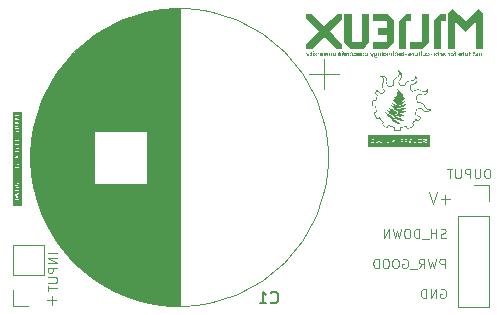
<source format=gbr>
%TF.GenerationSoftware,KiCad,Pcbnew,8.0.5*%
%TF.CreationDate,2025-01-23T11:22:46+01:00*%
%TF.ProjectId,PPP_v3_2,5050505f-7633-45f3-922e-6b696361645f,rev?*%
%TF.SameCoordinates,Original*%
%TF.FileFunction,Legend,Bot*%
%TF.FilePolarity,Positive*%
%FSLAX46Y46*%
G04 Gerber Fmt 4.6, Leading zero omitted, Abs format (unit mm)*
G04 Created by KiCad (PCBNEW 8.0.5) date 2025-01-23 11:22:46*
%MOMM*%
%LPD*%
G01*
G04 APERTURE LIST*
%ADD10C,0.000000*%
%ADD11C,0.100000*%
%ADD12C,0.150000*%
%ADD13C,0.120000*%
G04 APERTURE END LIST*
D10*
G36*
X175569003Y-78009536D02*
G01*
X175578307Y-78009989D01*
X175587541Y-78010827D01*
X175596665Y-78012057D01*
X175623019Y-78016537D01*
X175633699Y-78018923D01*
X175642868Y-78021701D01*
X175646922Y-78023306D01*
X175650641Y-78025092D01*
X175654040Y-78027087D01*
X175657133Y-78029318D01*
X175659935Y-78031812D01*
X175662459Y-78034598D01*
X175664722Y-78037704D01*
X175666736Y-78041156D01*
X175668516Y-78044982D01*
X175670078Y-78049211D01*
X175671434Y-78053869D01*
X175672600Y-78058984D01*
X175674418Y-78070697D01*
X175675647Y-78084571D01*
X175676402Y-78100827D01*
X175676799Y-78119685D01*
X175676978Y-78166095D01*
X175676896Y-78180576D01*
X175676655Y-78194811D01*
X175675730Y-78222223D01*
X175674268Y-78247687D01*
X175673356Y-78259488D01*
X175672334Y-78270560D01*
X175671211Y-78280822D01*
X175669993Y-78290195D01*
X175668690Y-78298598D01*
X175667309Y-78305951D01*
X175665859Y-78312172D01*
X175664348Y-78317181D01*
X175662783Y-78320898D01*
X175661983Y-78322247D01*
X175661173Y-78323243D01*
X175661178Y-78323240D01*
X175658141Y-78326068D01*
X175655148Y-78328440D01*
X175652203Y-78330362D01*
X175649308Y-78331841D01*
X175646467Y-78332882D01*
X175643684Y-78333493D01*
X175640962Y-78333679D01*
X175638305Y-78333446D01*
X175635715Y-78332801D01*
X175633197Y-78331750D01*
X175630754Y-78330299D01*
X175628389Y-78328453D01*
X175626106Y-78326221D01*
X175623908Y-78323607D01*
X175621799Y-78320617D01*
X175619781Y-78317259D01*
X175616037Y-78309460D01*
X175612703Y-78300259D01*
X175609806Y-78289707D01*
X175607373Y-78277851D01*
X175605434Y-78264743D01*
X175604014Y-78250432D01*
X175603142Y-78234966D01*
X175602845Y-78218397D01*
X175602679Y-78209296D01*
X175602190Y-78200324D01*
X175601391Y-78191498D01*
X175600297Y-78182838D01*
X175598920Y-78174362D01*
X175597274Y-78166089D01*
X175595372Y-78158037D01*
X175593229Y-78150225D01*
X175590858Y-78142672D01*
X175588272Y-78135396D01*
X175585486Y-78128416D01*
X175582511Y-78121751D01*
X175579363Y-78115419D01*
X175576054Y-78109438D01*
X175572598Y-78103828D01*
X175569009Y-78098607D01*
X175565300Y-78093794D01*
X175561485Y-78089407D01*
X175557577Y-78085466D01*
X175553590Y-78081987D01*
X175549538Y-78078992D01*
X175545433Y-78076497D01*
X175541291Y-78074521D01*
X175537123Y-78073084D01*
X175532944Y-78072204D01*
X175528767Y-78071899D01*
X175524606Y-78072188D01*
X175520474Y-78073090D01*
X175516385Y-78074624D01*
X175512352Y-78076807D01*
X175508390Y-78079659D01*
X175504511Y-78083198D01*
X175502219Y-78086060D01*
X175499913Y-78089974D01*
X175497607Y-78094870D01*
X175495318Y-78100682D01*
X175493060Y-78107339D01*
X175490849Y-78114775D01*
X175486628Y-78131704D01*
X175482777Y-78150923D01*
X175479418Y-78171882D01*
X175476675Y-78194034D01*
X175474669Y-78216831D01*
X175472297Y-78243476D01*
X175469224Y-78266299D01*
X175465553Y-78285326D01*
X175463525Y-78293424D01*
X175461386Y-78300584D01*
X175459150Y-78306809D01*
X175456827Y-78312102D01*
X175454432Y-78316466D01*
X175451978Y-78319905D01*
X175449476Y-78322423D01*
X175446941Y-78324022D01*
X175444384Y-78324707D01*
X175441818Y-78324480D01*
X175439257Y-78323345D01*
X175436714Y-78321305D01*
X175434200Y-78318365D01*
X175431729Y-78314526D01*
X175429313Y-78309793D01*
X175426967Y-78304169D01*
X175424701Y-78297657D01*
X175422530Y-78290261D01*
X175418520Y-78272831D01*
X175415042Y-78251904D01*
X175412196Y-78227509D01*
X175410085Y-78199672D01*
X175409037Y-78179815D01*
X175408337Y-78161915D01*
X175408028Y-78145824D01*
X175408034Y-78138413D01*
X175408154Y-78131399D01*
X175408394Y-78124766D01*
X175408759Y-78118494D01*
X175409255Y-78112566D01*
X175409887Y-78106964D01*
X175410661Y-78101669D01*
X175411581Y-78096663D01*
X175412654Y-78091929D01*
X175413885Y-78087447D01*
X175415279Y-78083201D01*
X175416842Y-78079170D01*
X175418579Y-78075339D01*
X175420496Y-78071688D01*
X175422599Y-78068199D01*
X175424892Y-78064854D01*
X175427381Y-78061635D01*
X175430071Y-78058524D01*
X175432969Y-78055502D01*
X175436079Y-78052552D01*
X175439407Y-78049656D01*
X175442959Y-78046794D01*
X175446739Y-78043950D01*
X175450754Y-78041104D01*
X175459508Y-78035337D01*
X175466151Y-78031452D01*
X175473235Y-78027857D01*
X175480720Y-78024559D01*
X175488568Y-78021566D01*
X175496739Y-78018885D01*
X175505193Y-78016522D01*
X175513891Y-78014487D01*
X175522794Y-78012785D01*
X175531863Y-78011424D01*
X175541057Y-78010411D01*
X175550338Y-78009754D01*
X175559666Y-78009460D01*
X175569003Y-78009536D01*
G37*
G36*
X164433150Y-78163211D02*
G01*
X164432827Y-78192490D01*
X164431903Y-78220428D01*
X164430443Y-78246369D01*
X164429531Y-78258386D01*
X164428510Y-78269657D01*
X164427386Y-78280101D01*
X164426169Y-78289636D01*
X164424866Y-78298180D01*
X164423485Y-78305651D01*
X164422035Y-78311967D01*
X164420524Y-78317046D01*
X164418959Y-78320806D01*
X164418159Y-78322166D01*
X164417349Y-78323165D01*
X164417348Y-78323167D01*
X164414817Y-78325507D01*
X164412265Y-78327493D01*
X164409700Y-78329133D01*
X164407128Y-78330435D01*
X164404555Y-78331405D01*
X164401987Y-78332051D01*
X164399432Y-78332379D01*
X164396896Y-78332397D01*
X164394386Y-78332113D01*
X164391907Y-78331533D01*
X164389467Y-78330664D01*
X164387072Y-78329514D01*
X164384729Y-78328091D01*
X164382443Y-78326400D01*
X164380222Y-78324450D01*
X164378072Y-78322247D01*
X164376000Y-78319799D01*
X164374012Y-78317113D01*
X164372115Y-78314196D01*
X164370315Y-78311056D01*
X164368619Y-78307698D01*
X164367033Y-78304132D01*
X164364218Y-78296400D01*
X164361923Y-78287918D01*
X164360200Y-78278742D01*
X164359100Y-78268930D01*
X164358677Y-78258540D01*
X164358541Y-78249471D01*
X164358248Y-78240610D01*
X164357800Y-78231961D01*
X164357197Y-78223526D01*
X164356442Y-78215307D01*
X164355534Y-78207308D01*
X164354475Y-78199532D01*
X164353268Y-78191980D01*
X164351911Y-78184656D01*
X164350408Y-78177563D01*
X164348759Y-78170703D01*
X164346965Y-78164080D01*
X164345028Y-78157695D01*
X164342949Y-78151552D01*
X164340729Y-78145653D01*
X164338369Y-78140001D01*
X164335870Y-78134599D01*
X164333234Y-78129450D01*
X164330462Y-78124557D01*
X164327555Y-78119921D01*
X164324515Y-78115546D01*
X164321342Y-78111436D01*
X164318038Y-78107591D01*
X164314603Y-78104016D01*
X164311040Y-78100713D01*
X164307350Y-78097684D01*
X164303533Y-78094933D01*
X164299590Y-78092462D01*
X164295524Y-78090275D01*
X164291336Y-78088373D01*
X164287025Y-78086759D01*
X164282595Y-78085437D01*
X164275021Y-78083303D01*
X164268136Y-78081051D01*
X164261929Y-78078693D01*
X164256390Y-78076242D01*
X164251511Y-78073709D01*
X164247281Y-78071108D01*
X164243692Y-78068449D01*
X164240733Y-78065745D01*
X164238396Y-78063009D01*
X164236670Y-78060252D01*
X164235547Y-78057487D01*
X164235017Y-78054726D01*
X164235070Y-78051981D01*
X164235696Y-78049264D01*
X164236888Y-78046587D01*
X164238634Y-78043963D01*
X164240925Y-78041404D01*
X164243753Y-78038922D01*
X164247107Y-78036528D01*
X164250978Y-78034236D01*
X164255356Y-78032058D01*
X164260233Y-78030004D01*
X164265598Y-78028089D01*
X164271442Y-78026324D01*
X164277756Y-78024720D01*
X164284529Y-78023291D01*
X164299419Y-78021005D01*
X164316035Y-78019562D01*
X164334302Y-78019059D01*
X164433150Y-78019059D01*
X164433150Y-78163211D01*
G37*
G36*
X168441183Y-80991753D02*
G01*
X168441887Y-80991885D01*
X168442666Y-80992100D01*
X168443520Y-80992394D01*
X168444451Y-80992766D01*
X168445459Y-80993210D01*
X168447713Y-80994306D01*
X168450289Y-80995655D01*
X168452112Y-80996813D01*
X168454296Y-80998517D01*
X168456813Y-81000733D01*
X168459635Y-81003429D01*
X168466074Y-81010124D01*
X168473381Y-81018333D01*
X168481327Y-81027790D01*
X168489678Y-81038226D01*
X168498205Y-81049373D01*
X168506675Y-81060963D01*
X168510873Y-81066753D01*
X168515081Y-81072381D01*
X168519273Y-81077817D01*
X168523421Y-81083032D01*
X168527498Y-81087998D01*
X168531478Y-81092685D01*
X168535331Y-81097063D01*
X168539033Y-81101105D01*
X168542554Y-81104780D01*
X168545868Y-81108060D01*
X168548947Y-81110915D01*
X168551765Y-81113316D01*
X168554293Y-81115234D01*
X168555441Y-81116004D01*
X168556506Y-81116641D01*
X168557485Y-81117143D01*
X168558374Y-81117506D01*
X168559171Y-81117727D01*
X168559872Y-81117801D01*
X168560572Y-81117826D01*
X168561256Y-81117899D01*
X168561926Y-81118021D01*
X168562579Y-81118189D01*
X168563217Y-81118404D01*
X168563837Y-81118665D01*
X168564441Y-81118970D01*
X168565027Y-81119320D01*
X168565594Y-81119712D01*
X168566143Y-81120147D01*
X168566673Y-81120623D01*
X168567183Y-81121140D01*
X168568143Y-81122293D01*
X168569018Y-81123599D01*
X168569804Y-81125052D01*
X168570499Y-81126645D01*
X168571097Y-81128371D01*
X168571595Y-81130225D01*
X168571990Y-81132199D01*
X168572276Y-81134288D01*
X168572451Y-81136484D01*
X168572510Y-81138782D01*
X168572554Y-81141755D01*
X168572691Y-81144425D01*
X168572931Y-81146802D01*
X168573093Y-81147883D01*
X168573284Y-81148894D01*
X168573507Y-81149837D01*
X168573761Y-81150712D01*
X168574048Y-81151520D01*
X168574370Y-81152263D01*
X168574728Y-81152943D01*
X168575123Y-81153559D01*
X168575555Y-81154113D01*
X168576028Y-81154607D01*
X168576541Y-81155041D01*
X168577095Y-81155417D01*
X168577693Y-81155735D01*
X168578335Y-81155998D01*
X168579023Y-81156206D01*
X168579757Y-81156360D01*
X168580540Y-81156461D01*
X168581372Y-81156512D01*
X168582254Y-81156512D01*
X168583188Y-81156462D01*
X168584175Y-81156365D01*
X168585216Y-81156221D01*
X168587466Y-81155798D01*
X168589948Y-81155202D01*
X168591065Y-81154922D01*
X168592142Y-81154678D01*
X168593180Y-81154470D01*
X168594179Y-81154299D01*
X168595139Y-81154163D01*
X168596061Y-81154064D01*
X168596944Y-81154001D01*
X168597789Y-81153975D01*
X168598596Y-81153985D01*
X168599366Y-81154033D01*
X168600099Y-81154118D01*
X168600795Y-81154240D01*
X168601454Y-81154399D01*
X168602077Y-81154596D01*
X168602664Y-81154831D01*
X168603215Y-81155103D01*
X168603730Y-81155414D01*
X168604210Y-81155762D01*
X168604655Y-81156149D01*
X168605066Y-81156575D01*
X168605442Y-81157039D01*
X168605784Y-81157542D01*
X168606092Y-81158084D01*
X168606366Y-81158664D01*
X168606608Y-81159284D01*
X168606816Y-81159944D01*
X168606991Y-81160643D01*
X168607134Y-81161381D01*
X168607244Y-81162160D01*
X168607323Y-81162978D01*
X168607370Y-81163837D01*
X168607386Y-81164735D01*
X168607403Y-81165458D01*
X168607453Y-81166171D01*
X168607537Y-81166874D01*
X168607653Y-81167567D01*
X168607799Y-81168247D01*
X168607976Y-81168914D01*
X168608183Y-81169568D01*
X168608418Y-81170208D01*
X168608681Y-81170832D01*
X168608970Y-81171439D01*
X168609286Y-81172029D01*
X168609627Y-81172601D01*
X168609993Y-81173154D01*
X168610382Y-81173687D01*
X168610794Y-81174199D01*
X168611228Y-81174689D01*
X168611683Y-81175157D01*
X168612158Y-81175600D01*
X168612652Y-81176020D01*
X168613165Y-81176414D01*
X168613696Y-81176781D01*
X168614244Y-81177122D01*
X168614807Y-81177434D01*
X168615386Y-81177717D01*
X168615979Y-81177970D01*
X168616586Y-81178193D01*
X168617206Y-81178384D01*
X168617837Y-81178542D01*
X168618479Y-81178666D01*
X168619132Y-81178756D01*
X168619794Y-81178811D01*
X168620464Y-81178829D01*
X168621217Y-81178853D01*
X168621952Y-81178925D01*
X168622667Y-81179044D01*
X168623362Y-81179210D01*
X168624038Y-81179421D01*
X168624693Y-81179679D01*
X168625327Y-81179981D01*
X168625941Y-81180328D01*
X168626533Y-81180719D01*
X168627103Y-81181153D01*
X168627652Y-81181630D01*
X168628178Y-81182150D01*
X168628682Y-81182712D01*
X168629163Y-81183314D01*
X168630055Y-81184642D01*
X168630851Y-81186129D01*
X168631550Y-81187770D01*
X168632148Y-81189561D01*
X168632643Y-81191499D01*
X168633033Y-81193579D01*
X168633314Y-81195796D01*
X168633485Y-81198147D01*
X168633542Y-81200626D01*
X168633598Y-81203505D01*
X168633767Y-81206152D01*
X168633896Y-81207391D01*
X168634056Y-81208574D01*
X168634246Y-81209702D01*
X168634468Y-81210776D01*
X168634723Y-81211797D01*
X168635011Y-81212765D01*
X168635332Y-81213682D01*
X168635687Y-81214548D01*
X168636078Y-81215364D01*
X168636504Y-81216130D01*
X168636966Y-81216849D01*
X168637465Y-81217519D01*
X168638001Y-81218143D01*
X168638576Y-81218721D01*
X168639189Y-81219254D01*
X168639842Y-81219742D01*
X168640535Y-81220186D01*
X168641268Y-81220588D01*
X168642043Y-81220947D01*
X168642859Y-81221266D01*
X168643718Y-81221544D01*
X168644621Y-81221782D01*
X168645567Y-81221981D01*
X168646558Y-81222143D01*
X168647594Y-81222267D01*
X168648675Y-81222354D01*
X168649803Y-81222406D01*
X168650978Y-81222424D01*
X168653403Y-81222494D01*
X168655610Y-81222713D01*
X168657609Y-81223092D01*
X168658533Y-81223346D01*
X168659408Y-81223645D01*
X168660234Y-81223991D01*
X168661014Y-81224384D01*
X168661749Y-81224827D01*
X168662438Y-81225321D01*
X168663084Y-81225868D01*
X168663686Y-81226469D01*
X168664247Y-81227125D01*
X168664768Y-81227839D01*
X168665249Y-81228611D01*
X168665691Y-81229444D01*
X168666096Y-81230339D01*
X168666464Y-81231297D01*
X168666797Y-81232320D01*
X168667095Y-81233410D01*
X168667593Y-81235795D01*
X168667966Y-81238465D01*
X168668222Y-81241432D01*
X168668369Y-81244708D01*
X168668416Y-81248306D01*
X168668455Y-81251783D01*
X168668576Y-81254934D01*
X168668668Y-81256390D01*
X168668782Y-81257767D01*
X168668919Y-81259067D01*
X168669080Y-81260291D01*
X168669264Y-81261438D01*
X168669473Y-81262511D01*
X168669707Y-81263510D01*
X168669967Y-81264437D01*
X168670253Y-81265292D01*
X168670566Y-81266076D01*
X168670906Y-81266790D01*
X168671275Y-81267435D01*
X168671673Y-81268012D01*
X168672100Y-81268522D01*
X168672556Y-81268966D01*
X168673044Y-81269345D01*
X168673562Y-81269661D01*
X168674113Y-81269912D01*
X168674695Y-81270102D01*
X168675311Y-81270231D01*
X168675960Y-81270299D01*
X168676643Y-81270308D01*
X168677361Y-81270259D01*
X168678115Y-81270152D01*
X168678904Y-81269989D01*
X168679730Y-81269770D01*
X168680594Y-81269497D01*
X168681495Y-81269170D01*
X168683283Y-81268565D01*
X168684916Y-81268187D01*
X168685676Y-81268087D01*
X168686399Y-81268048D01*
X168687087Y-81268070D01*
X168687739Y-81268156D01*
X168688357Y-81268305D01*
X168688941Y-81268520D01*
X168689491Y-81268802D01*
X168690009Y-81269152D01*
X168690495Y-81269571D01*
X168690950Y-81270060D01*
X168691374Y-81270620D01*
X168691768Y-81271253D01*
X168692133Y-81271960D01*
X168692470Y-81272742D01*
X168693061Y-81274536D01*
X168693545Y-81276645D01*
X168693930Y-81279078D01*
X168694219Y-81281844D01*
X168694419Y-81284954D01*
X168694535Y-81288417D01*
X168694573Y-81292243D01*
X168694628Y-81301338D01*
X168694741Y-81304974D01*
X168694949Y-81308030D01*
X168695098Y-81309346D01*
X168695281Y-81310525D01*
X168695502Y-81311568D01*
X168695766Y-81312479D01*
X168696074Y-81313260D01*
X168696432Y-81313913D01*
X168696842Y-81314441D01*
X168697309Y-81314847D01*
X168697836Y-81315132D01*
X168698426Y-81315300D01*
X168699083Y-81315352D01*
X168699810Y-81315292D01*
X168700612Y-81315122D01*
X168701492Y-81314845D01*
X168702454Y-81314462D01*
X168703500Y-81313977D01*
X168704636Y-81313392D01*
X168705863Y-81312710D01*
X168708610Y-81311062D01*
X168711770Y-81309054D01*
X168715371Y-81306707D01*
X168717516Y-81305347D01*
X168719655Y-81304078D01*
X168721773Y-81302905D01*
X168723856Y-81301830D01*
X168725893Y-81300860D01*
X168727869Y-81299997D01*
X168729771Y-81299247D01*
X168731586Y-81298614D01*
X168733301Y-81298102D01*
X168734901Y-81297716D01*
X168736375Y-81297460D01*
X168737060Y-81297382D01*
X168737708Y-81297338D01*
X168738317Y-81297329D01*
X168738887Y-81297355D01*
X168739414Y-81297417D01*
X168739899Y-81297515D01*
X168740338Y-81297650D01*
X168740730Y-81297822D01*
X168741074Y-81298032D01*
X168741368Y-81298281D01*
X168742001Y-81299059D01*
X168742531Y-81300016D01*
X168742960Y-81301143D01*
X168743290Y-81302433D01*
X168743663Y-81305464D01*
X168743669Y-81309041D01*
X168743326Y-81313095D01*
X168742654Y-81317559D01*
X168741670Y-81322364D01*
X168740394Y-81327442D01*
X168738844Y-81332726D01*
X168737038Y-81338146D01*
X168734995Y-81343635D01*
X168732734Y-81349125D01*
X168730273Y-81354548D01*
X168727631Y-81359834D01*
X168724826Y-81364917D01*
X168721878Y-81369728D01*
X168708345Y-81390611D01*
X168744880Y-81367548D01*
X168752311Y-81362916D01*
X168759422Y-81358593D01*
X168766046Y-81354677D01*
X168772013Y-81351260D01*
X168777155Y-81348438D01*
X168781303Y-81346305D01*
X168782952Y-81345527D01*
X168784290Y-81344956D01*
X168785295Y-81344605D01*
X168785946Y-81344485D01*
X168786179Y-81344518D01*
X168786408Y-81344616D01*
X168786856Y-81345000D01*
X168787290Y-81345623D01*
X168787706Y-81346473D01*
X168788101Y-81347537D01*
X168788475Y-81348803D01*
X168788824Y-81350256D01*
X168789147Y-81351885D01*
X168789440Y-81353676D01*
X168789701Y-81355617D01*
X168790120Y-81359895D01*
X168790386Y-81364615D01*
X168790478Y-81369675D01*
X168790282Y-81375125D01*
X168789672Y-81380405D01*
X168788622Y-81385550D01*
X168787101Y-81390598D01*
X168785080Y-81395586D01*
X168782531Y-81400551D01*
X168779425Y-81405528D01*
X168775732Y-81410555D01*
X168771424Y-81415669D01*
X168766471Y-81420906D01*
X168760845Y-81426303D01*
X168754517Y-81431897D01*
X168747457Y-81437724D01*
X168739637Y-81443822D01*
X168731028Y-81450227D01*
X168721600Y-81456975D01*
X168713984Y-81462400D01*
X168707055Y-81467462D01*
X168700950Y-81472049D01*
X168698251Y-81474129D01*
X168695810Y-81476050D01*
X168693645Y-81477796D01*
X168691774Y-81479355D01*
X168690213Y-81480711D01*
X168688980Y-81481853D01*
X168688092Y-81482764D01*
X168687784Y-81483130D01*
X168687568Y-81483432D01*
X168687447Y-81483671D01*
X168687423Y-81483844D01*
X168687499Y-81483948D01*
X168687677Y-81483984D01*
X168689940Y-81483350D01*
X168694702Y-81481534D01*
X168710550Y-81474864D01*
X168732870Y-81464992D01*
X168759311Y-81452937D01*
X168766255Y-81449789D01*
X168773198Y-81446757D01*
X168780096Y-81443855D01*
X168786904Y-81441098D01*
X168793579Y-81438501D01*
X168800077Y-81436078D01*
X168806352Y-81433843D01*
X168812361Y-81431811D01*
X168818060Y-81429997D01*
X168823404Y-81428415D01*
X168828349Y-81427079D01*
X168832851Y-81426004D01*
X168836866Y-81425204D01*
X168840350Y-81424694D01*
X168843258Y-81424488D01*
X168845546Y-81424602D01*
X168848560Y-81425095D01*
X168851094Y-81425685D01*
X168853121Y-81426423D01*
X168853937Y-81426864D01*
X168854618Y-81427361D01*
X168855160Y-81427921D01*
X168855559Y-81428551D01*
X168855813Y-81429256D01*
X168855920Y-81430043D01*
X168855874Y-81430919D01*
X168855674Y-81431890D01*
X168855316Y-81432963D01*
X168854798Y-81434143D01*
X168853266Y-81436854D01*
X168851053Y-81440074D01*
X168848135Y-81443856D01*
X168844485Y-81448249D01*
X168840080Y-81453307D01*
X168834893Y-81459080D01*
X168822078Y-81472979D01*
X168817505Y-81477750D01*
X168812583Y-81482620D01*
X168807358Y-81487555D01*
X168801876Y-81492519D01*
X168796182Y-81497478D01*
X168790323Y-81502395D01*
X168784345Y-81507236D01*
X168778292Y-81511965D01*
X168772212Y-81516548D01*
X168766149Y-81520950D01*
X168760150Y-81525134D01*
X168754260Y-81529066D01*
X168748526Y-81532712D01*
X168742992Y-81536034D01*
X168737705Y-81538999D01*
X168732711Y-81541572D01*
X168728739Y-81543542D01*
X168724923Y-81545486D01*
X168721266Y-81547402D01*
X168717770Y-81549287D01*
X168714439Y-81551140D01*
X168711274Y-81552958D01*
X168708278Y-81554737D01*
X168705453Y-81556477D01*
X168702801Y-81558174D01*
X168700325Y-81559826D01*
X168698028Y-81561430D01*
X168695911Y-81562985D01*
X168693977Y-81564488D01*
X168692228Y-81565935D01*
X168690667Y-81567326D01*
X168689296Y-81568657D01*
X168688117Y-81569927D01*
X168687133Y-81571132D01*
X168686347Y-81572270D01*
X168685759Y-81573339D01*
X168685374Y-81574336D01*
X168685258Y-81574807D01*
X168685194Y-81575260D01*
X168685180Y-81575693D01*
X168685219Y-81576106D01*
X168685311Y-81576501D01*
X168685454Y-81576875D01*
X168685651Y-81577228D01*
X168685901Y-81577561D01*
X168686204Y-81577873D01*
X168686561Y-81578164D01*
X168686972Y-81578434D01*
X168687437Y-81578681D01*
X168688532Y-81579110D01*
X168689848Y-81579447D01*
X168691387Y-81579691D01*
X168693152Y-81579839D01*
X168695144Y-81579889D01*
X168698235Y-81579673D01*
X168701661Y-81579019D01*
X168705433Y-81577923D01*
X168709561Y-81576377D01*
X168714055Y-81574376D01*
X168718924Y-81571913D01*
X168724178Y-81568981D01*
X168729829Y-81565576D01*
X168735885Y-81561690D01*
X168742357Y-81557317D01*
X168756588Y-81547087D01*
X168772601Y-81534835D01*
X168790477Y-81520511D01*
X168800014Y-81513030D01*
X168810319Y-81505497D01*
X168821218Y-81498002D01*
X168832536Y-81490634D01*
X168844098Y-81483483D01*
X168855729Y-81476640D01*
X168867255Y-81470194D01*
X168878501Y-81464236D01*
X168889292Y-81458854D01*
X168899453Y-81454140D01*
X168908809Y-81450183D01*
X168917185Y-81447073D01*
X168924407Y-81444901D01*
X168930300Y-81443755D01*
X168932693Y-81443596D01*
X168934688Y-81443727D01*
X168936264Y-81444159D01*
X168937398Y-81444905D01*
X168937639Y-81445228D01*
X168937821Y-81445652D01*
X168938013Y-81446794D01*
X168937981Y-81448308D01*
X168937734Y-81450169D01*
X168937281Y-81452354D01*
X168936629Y-81454840D01*
X168935788Y-81457602D01*
X168934765Y-81460618D01*
X168932209Y-81467314D01*
X168929027Y-81474739D01*
X168925287Y-81482703D01*
X168921056Y-81491018D01*
X168917940Y-81496618D01*
X168914516Y-81502192D01*
X168910753Y-81507770D01*
X168906621Y-81513383D01*
X168902089Y-81519061D01*
X168897125Y-81524836D01*
X168891699Y-81530737D01*
X168885781Y-81536796D01*
X168879339Y-81543044D01*
X168872342Y-81549510D01*
X168864760Y-81556227D01*
X168856562Y-81563223D01*
X168838194Y-81578181D01*
X168816992Y-81594628D01*
X168800018Y-81607336D01*
X168783395Y-81619389D01*
X168767542Y-81630510D01*
X168752880Y-81640420D01*
X168739830Y-81648841D01*
X168734040Y-81652406D01*
X168728811Y-81655496D01*
X168724194Y-81658074D01*
X168720243Y-81660106D01*
X168717010Y-81661558D01*
X168714547Y-81662394D01*
X168712278Y-81663040D01*
X168710125Y-81663806D01*
X168709095Y-81664232D01*
X168708095Y-81664688D01*
X168707126Y-81665171D01*
X168706190Y-81665681D01*
X168705285Y-81666218D01*
X168704414Y-81666781D01*
X168703576Y-81667370D01*
X168702772Y-81667984D01*
X168702003Y-81668623D01*
X168701268Y-81669285D01*
X168700568Y-81669971D01*
X168699905Y-81670680D01*
X168699278Y-81671411D01*
X168698687Y-81672164D01*
X168698134Y-81672938D01*
X168697619Y-81673733D01*
X168697142Y-81674548D01*
X168696704Y-81675382D01*
X168696306Y-81676236D01*
X168695947Y-81677108D01*
X168695629Y-81677997D01*
X168695351Y-81678904D01*
X168695115Y-81679828D01*
X168694921Y-81680768D01*
X168694769Y-81681724D01*
X168694659Y-81682695D01*
X168694593Y-81683680D01*
X168694571Y-81684679D01*
X168695040Y-81690430D01*
X168695632Y-81692868D01*
X168696470Y-81695011D01*
X168697558Y-81696859D01*
X168698902Y-81698408D01*
X168700505Y-81699657D01*
X168702373Y-81700605D01*
X168704510Y-81701248D01*
X168706922Y-81701586D01*
X168709614Y-81701617D01*
X168712589Y-81701338D01*
X168719411Y-81699843D01*
X168727428Y-81697089D01*
X168736677Y-81693058D01*
X168747198Y-81687736D01*
X168759030Y-81681108D01*
X168772210Y-81673159D01*
X168786778Y-81663872D01*
X168802773Y-81653234D01*
X168839196Y-81627842D01*
X168860351Y-81612955D01*
X168880673Y-81599067D01*
X168899674Y-81586481D01*
X168916867Y-81575503D01*
X168931766Y-81566434D01*
X168938203Y-81562712D01*
X168943885Y-81559581D01*
X168948749Y-81557079D01*
X168952736Y-81555246D01*
X168955784Y-81554118D01*
X168956938Y-81553830D01*
X168957833Y-81553733D01*
X168961832Y-81554127D01*
X168964930Y-81555280D01*
X168967163Y-81557150D01*
X168968564Y-81559697D01*
X168969168Y-81562877D01*
X168969009Y-81566649D01*
X168968121Y-81570972D01*
X168966539Y-81575802D01*
X168961428Y-81586821D01*
X168953949Y-81599371D01*
X168944377Y-81613118D01*
X168932986Y-81627726D01*
X168920048Y-81642861D01*
X168905839Y-81658188D01*
X168890631Y-81673372D01*
X168874700Y-81688078D01*
X168858317Y-81701972D01*
X168841759Y-81714720D01*
X168825297Y-81725985D01*
X168809207Y-81735433D01*
X168803908Y-81738314D01*
X168798704Y-81741253D01*
X168793624Y-81744229D01*
X168788699Y-81747221D01*
X168783956Y-81750208D01*
X168779425Y-81753169D01*
X168775136Y-81756082D01*
X168771117Y-81758927D01*
X168767398Y-81761682D01*
X168764008Y-81764326D01*
X168760976Y-81766838D01*
X168758331Y-81769197D01*
X168756104Y-81771382D01*
X168754322Y-81773371D01*
X168753607Y-81774286D01*
X168753015Y-81775144D01*
X168752549Y-81775942D01*
X168752212Y-81776678D01*
X168751511Y-81778305D01*
X168751123Y-81779063D01*
X168750712Y-81779783D01*
X168750277Y-81780467D01*
X168749817Y-81781113D01*
X168749333Y-81781721D01*
X168748825Y-81782293D01*
X168748293Y-81782827D01*
X168747738Y-81783323D01*
X168747158Y-81783783D01*
X168746554Y-81784205D01*
X168745926Y-81784590D01*
X168745274Y-81784937D01*
X168744599Y-81785247D01*
X168743899Y-81785520D01*
X168743176Y-81785756D01*
X168742429Y-81785954D01*
X168741658Y-81786114D01*
X168740864Y-81786237D01*
X168740045Y-81786323D01*
X168739204Y-81786371D01*
X168737449Y-81786355D01*
X168735600Y-81786190D01*
X168733657Y-81785874D01*
X168731620Y-81785408D01*
X168729490Y-81784792D01*
X168727013Y-81784054D01*
X168724766Y-81783492D01*
X168723725Y-81783279D01*
X168722739Y-81783113D01*
X168721804Y-81782995D01*
X168720921Y-81782925D01*
X168720088Y-81782904D01*
X168719304Y-81782934D01*
X168718568Y-81783015D01*
X168717879Y-81783149D01*
X168717234Y-81783335D01*
X168716634Y-81783576D01*
X168716077Y-81783872D01*
X168715561Y-81784223D01*
X168715086Y-81784632D01*
X168714651Y-81785098D01*
X168714253Y-81785623D01*
X168713892Y-81786207D01*
X168713567Y-81786852D01*
X168713277Y-81787558D01*
X168713020Y-81788327D01*
X168712795Y-81789159D01*
X168712601Y-81790055D01*
X168712437Y-81791016D01*
X168712193Y-81793138D01*
X168712054Y-81795531D01*
X168712010Y-81798203D01*
X168712056Y-81800554D01*
X168712115Y-81801653D01*
X168712197Y-81802702D01*
X168712304Y-81803700D01*
X168712434Y-81804649D01*
X168712588Y-81805546D01*
X168712767Y-81806394D01*
X168712971Y-81807193D01*
X168713199Y-81807942D01*
X168713452Y-81808641D01*
X168713730Y-81809291D01*
X168714033Y-81809892D01*
X168714362Y-81810445D01*
X168714716Y-81810948D01*
X168715096Y-81811404D01*
X168715502Y-81811811D01*
X168715934Y-81812170D01*
X168716392Y-81812481D01*
X168716876Y-81812744D01*
X168717388Y-81812960D01*
X168717925Y-81813128D01*
X168718490Y-81813250D01*
X168719082Y-81813324D01*
X168719700Y-81813351D01*
X168720347Y-81813332D01*
X168721020Y-81813267D01*
X168721722Y-81813155D01*
X168722451Y-81812997D01*
X168723209Y-81812793D01*
X168723994Y-81812543D01*
X168724808Y-81812248D01*
X168725472Y-81812009D01*
X168726144Y-81811799D01*
X168726821Y-81811617D01*
X168727503Y-81811463D01*
X168728189Y-81811336D01*
X168728878Y-81811236D01*
X168729568Y-81811163D01*
X168730257Y-81811117D01*
X168730946Y-81811097D01*
X168731632Y-81811104D01*
X168732315Y-81811135D01*
X168732993Y-81811192D01*
X168733665Y-81811274D01*
X168734329Y-81811381D01*
X168734986Y-81811512D01*
X168735632Y-81811667D01*
X168736268Y-81811846D01*
X168736892Y-81812049D01*
X168737502Y-81812274D01*
X168738098Y-81812522D01*
X168738679Y-81812793D01*
X168739242Y-81813086D01*
X168739788Y-81813401D01*
X168740314Y-81813737D01*
X168740819Y-81814095D01*
X168741303Y-81814473D01*
X168741764Y-81814873D01*
X168742201Y-81815292D01*
X168742612Y-81815731D01*
X168742997Y-81816190D01*
X168743354Y-81816669D01*
X168743682Y-81817166D01*
X168744046Y-81817721D01*
X168744414Y-81818221D01*
X168744787Y-81818666D01*
X168745165Y-81819055D01*
X168745548Y-81819389D01*
X168745935Y-81819668D01*
X168746325Y-81819893D01*
X168746720Y-81820063D01*
X168747118Y-81820179D01*
X168747520Y-81820240D01*
X168747925Y-81820248D01*
X168748332Y-81820201D01*
X168748742Y-81820101D01*
X168749155Y-81819947D01*
X168749569Y-81819740D01*
X168749985Y-81819480D01*
X168750403Y-81819166D01*
X168750823Y-81818800D01*
X168751243Y-81818381D01*
X168751665Y-81817910D01*
X168752087Y-81817386D01*
X168752509Y-81816810D01*
X168753355Y-81815501D01*
X168754199Y-81813986D01*
X168755040Y-81812265D01*
X168755875Y-81810340D01*
X168756704Y-81808212D01*
X168757578Y-81806023D01*
X168758038Y-81804992D01*
X168758513Y-81804005D01*
X168759003Y-81803062D01*
X168759508Y-81802162D01*
X168760028Y-81801306D01*
X168760561Y-81800494D01*
X168761109Y-81799726D01*
X168761671Y-81799002D01*
X168762246Y-81798322D01*
X168762835Y-81797687D01*
X168763436Y-81797097D01*
X168764051Y-81796551D01*
X168764678Y-81796051D01*
X168765318Y-81795595D01*
X168765970Y-81795185D01*
X168766634Y-81794821D01*
X168767310Y-81794502D01*
X168767997Y-81794228D01*
X168768696Y-81794001D01*
X168769406Y-81793820D01*
X168770127Y-81793685D01*
X168770858Y-81793596D01*
X168771600Y-81793554D01*
X168772352Y-81793559D01*
X168773114Y-81793610D01*
X168773886Y-81793709D01*
X168774667Y-81793855D01*
X168775458Y-81794048D01*
X168776257Y-81794288D01*
X168777066Y-81794576D01*
X168777864Y-81794868D01*
X168778640Y-81795122D01*
X168779393Y-81795339D01*
X168780123Y-81795518D01*
X168780829Y-81795659D01*
X168781512Y-81795763D01*
X168782172Y-81795830D01*
X168782807Y-81795860D01*
X168783418Y-81795853D01*
X168784006Y-81795808D01*
X168784568Y-81795727D01*
X168785107Y-81795610D01*
X168785621Y-81795455D01*
X168786110Y-81795264D01*
X168786573Y-81795037D01*
X168787012Y-81794774D01*
X168787426Y-81794474D01*
X168787814Y-81794138D01*
X168788176Y-81793766D01*
X168788512Y-81793359D01*
X168788823Y-81792916D01*
X168789107Y-81792437D01*
X168789365Y-81791922D01*
X168789597Y-81791372D01*
X168789802Y-81790787D01*
X168789980Y-81790167D01*
X168790131Y-81789512D01*
X168790256Y-81788821D01*
X168790352Y-81788096D01*
X168790422Y-81787336D01*
X168790463Y-81786542D01*
X168790477Y-81785712D01*
X168790494Y-81784994D01*
X168790545Y-81784285D01*
X168790629Y-81783586D01*
X168790744Y-81782898D01*
X168790891Y-81782222D01*
X168791068Y-81781558D01*
X168791274Y-81780908D01*
X168791509Y-81780273D01*
X168791772Y-81779652D01*
X168792062Y-81779049D01*
X168792378Y-81778462D01*
X168792719Y-81777893D01*
X168793085Y-81777344D01*
X168793474Y-81776814D01*
X168793886Y-81776305D01*
X168794319Y-81775818D01*
X168794774Y-81775353D01*
X168795249Y-81774912D01*
X168795744Y-81774495D01*
X168796257Y-81774104D01*
X168796788Y-81773738D01*
X168797335Y-81773400D01*
X168797899Y-81773090D01*
X168798478Y-81772808D01*
X168799071Y-81772556D01*
X168799678Y-81772335D01*
X168800297Y-81772146D01*
X168800929Y-81771989D01*
X168801571Y-81771865D01*
X168802224Y-81771775D01*
X168802885Y-81771721D01*
X168803556Y-81771703D01*
X168804226Y-81771685D01*
X168804888Y-81771635D01*
X168805540Y-81771551D01*
X168806183Y-81771436D01*
X168806814Y-81771289D01*
X168807433Y-81771112D01*
X168808040Y-81770906D01*
X168808633Y-81770671D01*
X168809212Y-81770408D01*
X168809776Y-81770118D01*
X168810324Y-81769802D01*
X168810854Y-81769461D01*
X168811367Y-81769095D01*
X168811862Y-81768706D01*
X168812337Y-81768294D01*
X168812792Y-81767861D01*
X168813226Y-81767406D01*
X168813638Y-81766931D01*
X168814027Y-81766436D01*
X168814392Y-81765923D01*
X168814733Y-81765392D01*
X168815049Y-81764845D01*
X168815339Y-81764281D01*
X168815602Y-81763702D01*
X168815837Y-81763109D01*
X168816043Y-81762502D01*
X168816220Y-81761883D01*
X168816367Y-81761251D01*
X168816483Y-81760609D01*
X168816566Y-81759956D01*
X168816617Y-81759295D01*
X168816634Y-81758624D01*
X168816657Y-81757947D01*
X168816723Y-81757280D01*
X168816834Y-81756623D01*
X168816986Y-81755976D01*
X168817179Y-81755341D01*
X168817413Y-81754719D01*
X168817686Y-81754110D01*
X168817996Y-81753515D01*
X168818344Y-81752935D01*
X168818727Y-81752371D01*
X168819145Y-81751823D01*
X168819597Y-81751293D01*
X168820081Y-81750781D01*
X168820597Y-81750287D01*
X168821720Y-81749360D01*
X168822956Y-81748518D01*
X168824297Y-81747768D01*
X168825735Y-81747116D01*
X168827260Y-81746568D01*
X168828865Y-81746130D01*
X168830541Y-81745810D01*
X168832279Y-81745613D01*
X168834072Y-81745546D01*
X168834966Y-81745535D01*
X168835848Y-81745501D01*
X168836718Y-81745445D01*
X168837575Y-81745368D01*
X168838417Y-81745270D01*
X168839243Y-81745152D01*
X168840052Y-81745015D01*
X168840843Y-81744858D01*
X168841615Y-81744683D01*
X168842366Y-81744490D01*
X168843097Y-81744279D01*
X168843804Y-81744052D01*
X168844488Y-81743808D01*
X168845148Y-81743549D01*
X168845781Y-81743275D01*
X168846387Y-81742985D01*
X168846966Y-81742682D01*
X168847515Y-81742365D01*
X168848034Y-81742036D01*
X168848521Y-81741694D01*
X168848976Y-81741340D01*
X168849397Y-81740975D01*
X168849783Y-81740599D01*
X168850134Y-81740213D01*
X168850447Y-81739818D01*
X168850722Y-81739413D01*
X168850958Y-81739000D01*
X168851154Y-81738579D01*
X168851308Y-81738151D01*
X168851419Y-81737716D01*
X168851487Y-81737275D01*
X168851509Y-81736828D01*
X168851530Y-81736381D01*
X168851590Y-81735940D01*
X168851689Y-81735505D01*
X168851826Y-81735076D01*
X168851999Y-81734655D01*
X168852209Y-81734242D01*
X168852454Y-81733838D01*
X168852732Y-81733442D01*
X168853387Y-81732680D01*
X168854165Y-81731961D01*
X168855059Y-81731290D01*
X168856061Y-81730670D01*
X168857162Y-81730106D01*
X168858356Y-81729603D01*
X168859633Y-81729165D01*
X168860987Y-81728796D01*
X168862408Y-81728502D01*
X168863890Y-81728286D01*
X168865424Y-81728153D01*
X168867002Y-81728108D01*
X168868894Y-81727792D01*
X168871350Y-81726863D01*
X168874330Y-81725352D01*
X168877796Y-81723293D01*
X168881708Y-81720714D01*
X168886027Y-81717648D01*
X168890715Y-81714127D01*
X168895733Y-81710181D01*
X168906600Y-81701139D01*
X168918318Y-81690775D01*
X168930574Y-81679337D01*
X168943056Y-81667078D01*
X168955341Y-81654818D01*
X168967033Y-81643381D01*
X168977859Y-81633016D01*
X168987546Y-81623975D01*
X168995823Y-81616507D01*
X168999347Y-81613441D01*
X169002416Y-81610863D01*
X169004997Y-81608803D01*
X169007055Y-81607293D01*
X169008556Y-81606364D01*
X169009087Y-81606127D01*
X169009465Y-81606047D01*
X169010388Y-81606258D01*
X169011128Y-81606878D01*
X169011691Y-81607889D01*
X169012082Y-81609272D01*
X169012370Y-81613075D01*
X169012037Y-81618138D01*
X169011127Y-81624309D01*
X169009684Y-81631437D01*
X169007753Y-81639369D01*
X169005376Y-81647956D01*
X169002600Y-81657045D01*
X168999466Y-81666485D01*
X168996021Y-81676125D01*
X168992307Y-81685814D01*
X168988369Y-81695400D01*
X168984252Y-81704732D01*
X168979998Y-81713659D01*
X168975653Y-81722029D01*
X168973183Y-81726451D01*
X168970567Y-81730918D01*
X168967826Y-81735402D01*
X168964983Y-81739871D01*
X168962062Y-81744295D01*
X168959084Y-81748643D01*
X168956073Y-81752886D01*
X168953052Y-81756993D01*
X168950043Y-81760933D01*
X168947070Y-81764676D01*
X168944154Y-81768193D01*
X168941318Y-81771451D01*
X168938586Y-81774421D01*
X168935980Y-81777073D01*
X168933523Y-81779376D01*
X168931238Y-81781300D01*
X168927590Y-81784186D01*
X168924418Y-81786755D01*
X168921714Y-81789055D01*
X168920536Y-81790118D01*
X168919473Y-81791132D01*
X168918523Y-81792102D01*
X168917686Y-81793034D01*
X168916961Y-81793934D01*
X168916347Y-81794807D01*
X168915843Y-81795660D01*
X168915449Y-81796498D01*
X168915163Y-81797327D01*
X168914984Y-81798153D01*
X168914912Y-81798982D01*
X168914945Y-81799820D01*
X168915084Y-81800672D01*
X168915326Y-81801545D01*
X168915672Y-81802444D01*
X168916119Y-81803375D01*
X168916668Y-81804344D01*
X168917318Y-81805357D01*
X168918067Y-81806420D01*
X168918914Y-81807538D01*
X168920901Y-81809963D01*
X168923272Y-81812681D01*
X168926020Y-81815738D01*
X168942057Y-81833456D01*
X168952213Y-81814478D01*
X168952792Y-81813420D01*
X168953370Y-81812408D01*
X168953949Y-81811442D01*
X168954526Y-81810523D01*
X168955101Y-81809650D01*
X168955675Y-81808824D01*
X168956245Y-81808045D01*
X168956813Y-81807314D01*
X168957377Y-81806631D01*
X168957937Y-81805995D01*
X168958492Y-81805409D01*
X168959042Y-81804871D01*
X168959586Y-81804382D01*
X168960124Y-81803943D01*
X168960655Y-81803554D01*
X168961179Y-81803214D01*
X168961695Y-81802925D01*
X168962202Y-81802687D01*
X168962701Y-81802500D01*
X168963191Y-81802364D01*
X168963671Y-81802280D01*
X168964140Y-81802248D01*
X168964599Y-81802268D01*
X168965046Y-81802341D01*
X168965481Y-81802466D01*
X168965904Y-81802645D01*
X168966314Y-81802878D01*
X168966710Y-81803164D01*
X168967093Y-81803505D01*
X168967460Y-81803900D01*
X168967813Y-81804350D01*
X168968151Y-81804855D01*
X168968557Y-81805399D01*
X168969060Y-81805875D01*
X168970359Y-81806624D01*
X168972046Y-81807104D01*
X168974118Y-81807315D01*
X168976573Y-81807257D01*
X168979410Y-81806931D01*
X168982625Y-81806338D01*
X168986216Y-81805479D01*
X168990183Y-81804353D01*
X168994521Y-81802962D01*
X168999229Y-81801306D01*
X169004305Y-81799385D01*
X169015553Y-81794753D01*
X169028244Y-81789069D01*
X169048680Y-81779862D01*
X169066857Y-81772200D01*
X169082769Y-81766080D01*
X169089874Y-81763597D01*
X169096411Y-81761498D01*
X169102380Y-81759784D01*
X169107779Y-81758452D01*
X169112608Y-81757504D01*
X169116867Y-81756938D01*
X169120555Y-81756754D01*
X169123671Y-81756952D01*
X169126214Y-81757531D01*
X169128185Y-81758491D01*
X169129581Y-81759831D01*
X169130404Y-81761552D01*
X169130651Y-81763651D01*
X169130323Y-81766130D01*
X169129418Y-81768988D01*
X169127937Y-81772223D01*
X169125878Y-81775837D01*
X169123241Y-81779827D01*
X169120026Y-81784195D01*
X169116231Y-81788939D01*
X169111856Y-81794059D01*
X169106900Y-81799555D01*
X169095245Y-81811672D01*
X169081259Y-81825286D01*
X169061053Y-81844615D01*
X169042445Y-81862736D01*
X169034387Y-81870708D01*
X169027502Y-81877616D01*
X169022051Y-81883206D01*
X169018290Y-81887224D01*
X169016835Y-81888778D01*
X169015308Y-81890289D01*
X169013720Y-81891748D01*
X169012085Y-81893148D01*
X169010416Y-81894481D01*
X169008726Y-81895740D01*
X169007026Y-81896915D01*
X169005330Y-81898000D01*
X169003651Y-81898987D01*
X169002001Y-81899867D01*
X169000394Y-81900633D01*
X168998841Y-81901278D01*
X168997355Y-81901793D01*
X168995950Y-81902170D01*
X168994638Y-81902403D01*
X168994021Y-81902462D01*
X168993432Y-81902482D01*
X168992861Y-81902499D01*
X168992298Y-81902550D01*
X168991742Y-81902633D01*
X168991195Y-81902749D01*
X168990657Y-81902895D01*
X168990130Y-81903072D01*
X168989613Y-81903279D01*
X168989107Y-81903514D01*
X168988614Y-81903777D01*
X168988134Y-81904066D01*
X168987668Y-81904382D01*
X168987216Y-81904723D01*
X168986779Y-81905089D01*
X168986357Y-81905478D01*
X168985953Y-81905890D01*
X168985565Y-81906323D01*
X168985196Y-81906778D01*
X168984845Y-81907253D01*
X168984513Y-81907748D01*
X168984202Y-81908261D01*
X168983911Y-81908792D01*
X168983642Y-81909339D01*
X168983396Y-81909903D01*
X168983172Y-81910482D01*
X168982971Y-81911075D01*
X168982796Y-81911682D01*
X168982645Y-81912301D01*
X168982520Y-81912933D01*
X168982422Y-81913575D01*
X168982350Y-81914228D01*
X168982307Y-81914890D01*
X168982293Y-81915560D01*
X168982270Y-81916237D01*
X168982203Y-81916904D01*
X168982093Y-81917562D01*
X168981941Y-81918208D01*
X168981747Y-81918843D01*
X168981513Y-81919465D01*
X168981241Y-81920074D01*
X168980930Y-81920669D01*
X168980583Y-81921249D01*
X168980199Y-81921813D01*
X168979781Y-81922361D01*
X168979330Y-81922891D01*
X168978845Y-81923404D01*
X168978329Y-81923897D01*
X168977207Y-81924824D01*
X168975971Y-81925666D01*
X168974630Y-81926416D01*
X168973192Y-81927069D01*
X168971666Y-81927617D01*
X168970062Y-81928054D01*
X168968386Y-81928375D01*
X168966647Y-81928571D01*
X168964855Y-81928638D01*
X168963961Y-81928650D01*
X168963078Y-81928684D01*
X168962208Y-81928739D01*
X168961352Y-81928816D01*
X168960510Y-81928914D01*
X168959684Y-81929032D01*
X168958875Y-81929170D01*
X168958084Y-81929326D01*
X168957312Y-81929501D01*
X168956560Y-81929695D01*
X168955830Y-81929905D01*
X168955122Y-81930132D01*
X168954438Y-81930376D01*
X168953779Y-81930635D01*
X168953146Y-81930910D01*
X168952539Y-81931199D01*
X168951961Y-81931502D01*
X168951412Y-81931819D01*
X168950893Y-81932149D01*
X168950405Y-81932491D01*
X168949951Y-81932844D01*
X168949530Y-81933209D01*
X168949143Y-81933585D01*
X168948793Y-81933971D01*
X168948480Y-81934367D01*
X168948204Y-81934771D01*
X168947968Y-81935184D01*
X168947773Y-81935605D01*
X168947619Y-81936033D01*
X168947508Y-81936468D01*
X168947440Y-81936910D01*
X168947417Y-81937357D01*
X168947388Y-81937803D01*
X168947301Y-81938245D01*
X168947158Y-81938680D01*
X168946960Y-81939108D01*
X168946709Y-81939529D01*
X168946406Y-81939941D01*
X168945651Y-81940741D01*
X168944705Y-81941503D01*
X168943581Y-81942222D01*
X168942289Y-81942894D01*
X168940842Y-81943514D01*
X168939250Y-81944077D01*
X168937526Y-81944580D01*
X168935680Y-81945018D01*
X168933724Y-81945387D01*
X168931670Y-81945681D01*
X168929529Y-81945897D01*
X168927313Y-81946029D01*
X168925032Y-81946075D01*
X168921673Y-81946111D01*
X168918686Y-81946230D01*
X168916056Y-81946446D01*
X168914871Y-81946595D01*
X168913772Y-81946773D01*
X168912755Y-81946984D01*
X168911820Y-81947228D01*
X168910965Y-81947507D01*
X168910188Y-81947824D01*
X168909487Y-81948179D01*
X168908862Y-81948576D01*
X168908310Y-81949015D01*
X168907830Y-81949499D01*
X168907420Y-81950029D01*
X168907078Y-81950607D01*
X168906804Y-81951236D01*
X168906595Y-81951916D01*
X168906449Y-81952650D01*
X168906366Y-81953440D01*
X168906343Y-81954287D01*
X168906379Y-81955193D01*
X168906472Y-81956161D01*
X168906621Y-81957192D01*
X168906824Y-81958287D01*
X168907080Y-81959449D01*
X168907741Y-81961981D01*
X168908593Y-81964801D01*
X168909518Y-81967813D01*
X168910250Y-81970468D01*
X168910766Y-81972780D01*
X168911046Y-81974764D01*
X168911089Y-81975638D01*
X168911065Y-81976435D01*
X168910971Y-81977156D01*
X168910803Y-81977805D01*
X168910559Y-81978383D01*
X168910236Y-81978890D01*
X168909832Y-81979330D01*
X168909343Y-81979704D01*
X168908767Y-81980014D01*
X168908101Y-81980262D01*
X168907342Y-81980449D01*
X168906487Y-81980577D01*
X168905535Y-81980648D01*
X168904481Y-81980663D01*
X168902059Y-81980536D01*
X168899199Y-81980210D01*
X168895879Y-81979698D01*
X168892077Y-81979015D01*
X168887770Y-81978175D01*
X168883855Y-81977420D01*
X168880351Y-81976809D01*
X168877244Y-81976347D01*
X168875835Y-81976174D01*
X168874519Y-81976040D01*
X168873296Y-81975947D01*
X168872162Y-81975895D01*
X168871116Y-81975885D01*
X168870157Y-81975917D01*
X168869283Y-81975992D01*
X168868491Y-81976112D01*
X168867780Y-81976275D01*
X168867147Y-81976485D01*
X168866593Y-81976740D01*
X168866113Y-81977042D01*
X168865707Y-81977391D01*
X168865373Y-81977789D01*
X168865108Y-81978236D01*
X168864912Y-81978732D01*
X168864782Y-81979279D01*
X168864716Y-81979877D01*
X168864713Y-81980526D01*
X168864770Y-81981228D01*
X168864886Y-81981984D01*
X168865059Y-81982793D01*
X168865288Y-81983657D01*
X168865570Y-81984577D01*
X168865903Y-81985553D01*
X168866286Y-81986585D01*
X168867014Y-81988622D01*
X168867533Y-81990424D01*
X168867825Y-81991996D01*
X168867881Y-81992698D01*
X168867874Y-81993345D01*
X168867802Y-81993938D01*
X168867662Y-81994476D01*
X168867453Y-81994961D01*
X168867172Y-81995394D01*
X168866818Y-81995776D01*
X168866387Y-81996106D01*
X168865879Y-81996386D01*
X168865291Y-81996616D01*
X168864620Y-81996798D01*
X168863865Y-81996931D01*
X168862093Y-81997056D01*
X168859958Y-81996996D01*
X168857442Y-81996757D01*
X168854529Y-81996345D01*
X168851202Y-81995765D01*
X168847442Y-81995024D01*
X168843235Y-81994125D01*
X168838643Y-81993137D01*
X168834592Y-81992319D01*
X168831055Y-81991685D01*
X168828010Y-81991248D01*
X168826663Y-81991107D01*
X168825430Y-81991021D01*
X168824307Y-81990991D01*
X168823291Y-81991019D01*
X168822379Y-81991105D01*
X168821568Y-81991253D01*
X168820855Y-81991463D01*
X168820237Y-81991738D01*
X168819711Y-81992078D01*
X168819273Y-81992486D01*
X168818921Y-81992963D01*
X168818651Y-81993511D01*
X168818461Y-81994132D01*
X168818346Y-81994827D01*
X168818305Y-81995598D01*
X168818334Y-81996446D01*
X168818430Y-81997374D01*
X168818590Y-81998382D01*
X168818810Y-81999473D01*
X168819089Y-82000648D01*
X168819806Y-82003257D01*
X168820716Y-82006223D01*
X168821004Y-82007163D01*
X168821266Y-82008090D01*
X168821503Y-82009004D01*
X168821715Y-82009904D01*
X168821903Y-82010788D01*
X168822066Y-82011656D01*
X168822205Y-82012506D01*
X168822320Y-82013338D01*
X168822411Y-82014149D01*
X168822478Y-82014938D01*
X168822521Y-82015706D01*
X168822541Y-82016449D01*
X168822538Y-82017168D01*
X168822511Y-82017861D01*
X168822461Y-82018526D01*
X168822388Y-82019163D01*
X168822293Y-82019771D01*
X168822175Y-82020348D01*
X168822035Y-82020893D01*
X168821872Y-82021405D01*
X168821687Y-82021883D01*
X168821481Y-82022326D01*
X168821252Y-82022732D01*
X168821002Y-82023100D01*
X168820731Y-82023429D01*
X168820438Y-82023718D01*
X168820124Y-82023966D01*
X168819789Y-82024171D01*
X168819433Y-82024333D01*
X168819057Y-82024450D01*
X168818660Y-82024521D01*
X168818242Y-82024545D01*
X168817811Y-82024568D01*
X168817374Y-82024636D01*
X168816931Y-82024747D01*
X168816484Y-82024901D01*
X168816032Y-82025097D01*
X168815578Y-82025333D01*
X168814663Y-82025921D01*
X168813746Y-82026658D01*
X168812834Y-82027534D01*
X168811932Y-82028540D01*
X168811048Y-82029668D01*
X168810187Y-82030908D01*
X168809358Y-82032251D01*
X168808565Y-82033689D01*
X168807817Y-82035213D01*
X168807118Y-82036813D01*
X168806477Y-82038480D01*
X168805900Y-82040207D01*
X168805392Y-82041983D01*
X168804775Y-82044032D01*
X168804035Y-82045949D01*
X168803176Y-82047733D01*
X168802205Y-82049384D01*
X168801126Y-82050902D01*
X168799945Y-82052288D01*
X168798667Y-82053540D01*
X168797298Y-82054660D01*
X168795843Y-82055648D01*
X168794307Y-82056502D01*
X168792696Y-82057224D01*
X168791016Y-82057814D01*
X168789271Y-82058271D01*
X168787467Y-82058595D01*
X168785610Y-82058787D01*
X168783704Y-82058846D01*
X168781756Y-82058772D01*
X168779770Y-82058567D01*
X168777752Y-82058228D01*
X168775708Y-82057758D01*
X168773642Y-82057154D01*
X168771561Y-82056419D01*
X168769469Y-82055551D01*
X168767372Y-82054550D01*
X168765275Y-82053418D01*
X168763184Y-82052153D01*
X168761104Y-82050756D01*
X168759041Y-82049226D01*
X168756999Y-82047564D01*
X168754985Y-82045770D01*
X168753004Y-82043844D01*
X168751060Y-82041785D01*
X168747636Y-82038270D01*
X168745992Y-82036787D01*
X168744394Y-82035485D01*
X168742842Y-82034364D01*
X168741337Y-82033424D01*
X168739881Y-82032663D01*
X168738472Y-82032082D01*
X168737113Y-82031680D01*
X168735804Y-82031455D01*
X168734545Y-82031408D01*
X168733337Y-82031538D01*
X168732180Y-82031844D01*
X168731076Y-82032326D01*
X168730025Y-82032983D01*
X168729027Y-82033814D01*
X168728084Y-82034819D01*
X168727195Y-82035997D01*
X168726362Y-82037348D01*
X168725585Y-82038870D01*
X168724864Y-82040564D01*
X168724201Y-82042428D01*
X168723596Y-82044463D01*
X168723049Y-82046667D01*
X168722135Y-82051581D01*
X168721463Y-82057166D01*
X168721037Y-82063416D01*
X168720864Y-82070327D01*
X168720901Y-82073309D01*
X168720959Y-82074722D01*
X168721045Y-82076084D01*
X168721157Y-82077394D01*
X168721297Y-82078653D01*
X168721464Y-82079861D01*
X168721659Y-82081018D01*
X168721882Y-82082125D01*
X168722133Y-82083182D01*
X168722411Y-82084190D01*
X168722718Y-82085147D01*
X168723054Y-82086056D01*
X168723418Y-82086915D01*
X168723810Y-82087726D01*
X168724232Y-82088488D01*
X168724682Y-82089202D01*
X168725162Y-82089868D01*
X168725671Y-82090487D01*
X168726209Y-82091057D01*
X168726778Y-82091581D01*
X168727376Y-82092058D01*
X168728004Y-82092488D01*
X168728662Y-82092872D01*
X168729350Y-82093209D01*
X168730069Y-82093501D01*
X168730818Y-82093747D01*
X168731598Y-82093948D01*
X168732409Y-82094104D01*
X168733251Y-82094215D01*
X168734124Y-82094281D01*
X168735028Y-82094303D01*
X168735776Y-82094323D01*
X168736545Y-82094382D01*
X168738137Y-82094615D01*
X168739791Y-82094992D01*
X168741493Y-82095507D01*
X168743232Y-82096152D01*
X168744993Y-82096918D01*
X168746762Y-82097798D01*
X168748528Y-82098785D01*
X168750276Y-82099870D01*
X168751993Y-82101045D01*
X168753666Y-82102304D01*
X168755282Y-82103637D01*
X168756828Y-82105037D01*
X168758289Y-82106496D01*
X168759653Y-82108007D01*
X168760907Y-82109561D01*
X168761563Y-82110412D01*
X168762204Y-82111219D01*
X168762831Y-82111980D01*
X168763441Y-82112697D01*
X168764036Y-82113368D01*
X168764615Y-82113994D01*
X168765177Y-82114575D01*
X168765722Y-82115110D01*
X168766249Y-82115599D01*
X168766759Y-82116042D01*
X168767252Y-82116440D01*
X168767725Y-82116791D01*
X168768180Y-82117096D01*
X168768616Y-82117354D01*
X168769032Y-82117566D01*
X168769428Y-82117732D01*
X168769804Y-82117850D01*
X168770160Y-82117922D01*
X168770494Y-82117946D01*
X168770807Y-82117924D01*
X168771099Y-82117854D01*
X168771368Y-82117736D01*
X168771615Y-82117571D01*
X168771839Y-82117358D01*
X168772040Y-82117098D01*
X168772218Y-82116789D01*
X168772371Y-82116432D01*
X168772500Y-82116027D01*
X168772605Y-82115574D01*
X168772685Y-82115072D01*
X168772739Y-82114521D01*
X168772767Y-82113921D01*
X168772803Y-82113363D01*
X168772880Y-82112811D01*
X168772998Y-82112268D01*
X168773156Y-82111732D01*
X168773353Y-82111206D01*
X168773587Y-82110690D01*
X168773858Y-82110184D01*
X168774165Y-82109690D01*
X168774505Y-82109208D01*
X168774879Y-82108738D01*
X168775723Y-82107839D01*
X168776688Y-82107000D01*
X168777765Y-82106225D01*
X168778945Y-82105520D01*
X168780221Y-82104891D01*
X168781582Y-82104344D01*
X168783022Y-82103883D01*
X168784532Y-82103516D01*
X168786102Y-82103246D01*
X168787724Y-82103080D01*
X168789391Y-82103024D01*
X168791460Y-82102925D01*
X168793424Y-82102628D01*
X168794366Y-82102404D01*
X168795284Y-82102129D01*
X168796175Y-82101803D01*
X168797042Y-82101425D01*
X168797885Y-82100995D01*
X168798703Y-82100513D01*
X168799496Y-82099977D01*
X168800267Y-82099389D01*
X168801013Y-82098747D01*
X168801737Y-82098051D01*
X168803117Y-82096496D01*
X168804408Y-82094720D01*
X168805612Y-82092720D01*
X168806734Y-82090493D01*
X168807774Y-82088036D01*
X168808735Y-82085346D01*
X168809621Y-82082420D01*
X168810433Y-82079255D01*
X168811174Y-82075847D01*
X168811991Y-82071984D01*
X168812827Y-82068509D01*
X168813696Y-82065406D01*
X168814146Y-82063991D01*
X168814609Y-82062664D01*
X168815086Y-82061424D01*
X168815579Y-82060269D01*
X168816090Y-82059198D01*
X168816621Y-82058209D01*
X168817172Y-82057301D01*
X168817746Y-82056471D01*
X168818343Y-82055718D01*
X168818967Y-82055041D01*
X168819618Y-82054438D01*
X168820297Y-82053907D01*
X168821008Y-82053446D01*
X168821750Y-82053055D01*
X168822526Y-82052731D01*
X168823338Y-82052473D01*
X168824187Y-82052279D01*
X168825074Y-82052148D01*
X168826002Y-82052077D01*
X168826971Y-82052066D01*
X168827984Y-82052113D01*
X168829042Y-82052215D01*
X168830147Y-82052372D01*
X168831300Y-82052582D01*
X168832503Y-82052843D01*
X168833757Y-82053154D01*
X168834840Y-82053420D01*
X168835895Y-82053646D01*
X168836925Y-82053831D01*
X168837928Y-82053975D01*
X168838905Y-82054079D01*
X168839857Y-82054141D01*
X168840783Y-82054163D01*
X168841683Y-82054143D01*
X168842559Y-82054083D01*
X168843409Y-82053981D01*
X168844235Y-82053838D01*
X168845036Y-82053653D01*
X168845812Y-82053426D01*
X168846564Y-82053158D01*
X168847292Y-82052849D01*
X168847996Y-82052497D01*
X168848677Y-82052103D01*
X168849334Y-82051668D01*
X168849967Y-82051190D01*
X168850577Y-82050670D01*
X168851164Y-82050107D01*
X168851729Y-82049502D01*
X168852270Y-82048855D01*
X168852790Y-82048165D01*
X168853287Y-82047432D01*
X168853761Y-82046656D01*
X168854214Y-82045837D01*
X168854645Y-82044975D01*
X168855055Y-82044070D01*
X168855443Y-82043122D01*
X168855810Y-82042131D01*
X168856156Y-82041096D01*
X168856441Y-82040248D01*
X168856753Y-82039411D01*
X168857457Y-82037773D01*
X168858257Y-82036191D01*
X168859146Y-82034673D01*
X168860114Y-82033228D01*
X168861152Y-82031864D01*
X168862253Y-82030589D01*
X168863406Y-82029413D01*
X168864602Y-82028343D01*
X168865834Y-82027389D01*
X168866461Y-82026957D01*
X168867092Y-82026558D01*
X168867728Y-82026191D01*
X168868368Y-82025859D01*
X168869009Y-82025562D01*
X168869651Y-82025301D01*
X168870293Y-82025077D01*
X168870934Y-82024891D01*
X168871573Y-82024745D01*
X168872208Y-82024640D01*
X168872839Y-82024575D01*
X168873464Y-82024554D01*
X168874092Y-82024535D01*
X168874733Y-82024480D01*
X168875385Y-82024389D01*
X168876048Y-82024264D01*
X168876719Y-82024105D01*
X168877398Y-82023912D01*
X168878772Y-82023433D01*
X168880161Y-82022833D01*
X168881554Y-82022120D01*
X168882942Y-82021301D01*
X168884313Y-82020383D01*
X168885658Y-82019373D01*
X168886965Y-82018279D01*
X168888226Y-82017108D01*
X168889430Y-82015868D01*
X168890566Y-82014565D01*
X168891624Y-82013207D01*
X168892595Y-82011802D01*
X168893467Y-82010355D01*
X168893973Y-82009470D01*
X168894474Y-82008633D01*
X168894969Y-82007844D01*
X168895458Y-82007105D01*
X168895943Y-82006414D01*
X168896422Y-82005772D01*
X168896896Y-82005178D01*
X168897365Y-82004633D01*
X168897830Y-82004136D01*
X168898290Y-82003687D01*
X168898745Y-82003288D01*
X168899196Y-82002936D01*
X168899642Y-82002633D01*
X168900085Y-82002378D01*
X168900524Y-82002171D01*
X168900958Y-82002012D01*
X168901389Y-82001902D01*
X168901816Y-82001840D01*
X168902240Y-82001825D01*
X168902661Y-82001859D01*
X168903078Y-82001941D01*
X168903492Y-82002071D01*
X168903903Y-82002248D01*
X168904312Y-82002474D01*
X168904717Y-82002747D01*
X168905120Y-82003068D01*
X168905521Y-82003437D01*
X168905919Y-82003853D01*
X168906316Y-82004317D01*
X168906710Y-82004829D01*
X168907102Y-82005388D01*
X168907492Y-82005995D01*
X168908402Y-82007395D01*
X168909328Y-82008680D01*
X168910267Y-82009853D01*
X168911216Y-82010913D01*
X168912173Y-82011862D01*
X168913134Y-82012702D01*
X168914097Y-82013432D01*
X168915058Y-82014053D01*
X168916014Y-82014568D01*
X168916964Y-82014976D01*
X168917903Y-82015278D01*
X168918828Y-82015476D01*
X168919738Y-82015570D01*
X168920628Y-82015562D01*
X168921496Y-82015452D01*
X168922338Y-82015241D01*
X168923153Y-82014930D01*
X168923936Y-82014520D01*
X168924686Y-82014012D01*
X168925398Y-82013407D01*
X168926070Y-82012705D01*
X168926700Y-82011909D01*
X168927283Y-82011018D01*
X168927818Y-82010034D01*
X168928301Y-82008957D01*
X168928729Y-82007789D01*
X168929099Y-82006531D01*
X168929409Y-82005182D01*
X168929655Y-82003745D01*
X168929835Y-82002221D01*
X168929944Y-82000609D01*
X168929982Y-81998911D01*
X168930024Y-81996569D01*
X168930149Y-81994357D01*
X168930355Y-81992276D01*
X168930639Y-81990325D01*
X168930998Y-81988506D01*
X168931431Y-81986819D01*
X168931933Y-81985265D01*
X168932503Y-81983845D01*
X168933139Y-81982559D01*
X168933837Y-81981408D01*
X168934595Y-81980392D01*
X168935411Y-81979512D01*
X168936282Y-81978769D01*
X168937205Y-81978164D01*
X168938178Y-81977696D01*
X168939199Y-81977367D01*
X168940264Y-81977177D01*
X168941372Y-81977127D01*
X168942520Y-81977218D01*
X168943705Y-81977450D01*
X168944924Y-81977823D01*
X168946176Y-81978339D01*
X168947457Y-81978998D01*
X168948766Y-81979801D01*
X168950098Y-81980748D01*
X168951453Y-81981840D01*
X168952827Y-81983078D01*
X168954218Y-81984461D01*
X168955624Y-81985992D01*
X168957041Y-81987670D01*
X168958467Y-81989496D01*
X168959900Y-81991471D01*
X168964385Y-81997817D01*
X168966203Y-82000272D01*
X168967764Y-82002229D01*
X168969087Y-82003676D01*
X168969666Y-82004203D01*
X168970192Y-82004598D01*
X168970670Y-82004858D01*
X168971100Y-82004982D01*
X168971485Y-82004968D01*
X168971828Y-82004814D01*
X168972131Y-82004519D01*
X168972397Y-82004081D01*
X168972628Y-82003498D01*
X168972827Y-82002768D01*
X168973137Y-82000863D01*
X168973347Y-81998351D01*
X168973476Y-81995219D01*
X168973544Y-81991453D01*
X168973574Y-81981965D01*
X168973610Y-81977865D01*
X168973720Y-81974176D01*
X168973914Y-81970883D01*
X168974045Y-81969381D01*
X168974199Y-81967974D01*
X168974377Y-81966659D01*
X168974581Y-81965436D01*
X168974812Y-81964302D01*
X168975070Y-81963255D01*
X168975357Y-81962295D01*
X168975673Y-81961420D01*
X168976019Y-81960627D01*
X168976396Y-81959916D01*
X168976806Y-81959284D01*
X168977248Y-81958731D01*
X168977725Y-81958254D01*
X168978237Y-81957851D01*
X168978785Y-81957522D01*
X168979369Y-81957264D01*
X168979992Y-81957077D01*
X168980654Y-81956957D01*
X168981355Y-81956904D01*
X168982097Y-81956917D01*
X168982881Y-81956992D01*
X168983707Y-81957130D01*
X168984577Y-81957327D01*
X168985492Y-81957583D01*
X168986452Y-81957896D01*
X168987458Y-81958264D01*
X168988309Y-81958572D01*
X168989143Y-81958837D01*
X168989959Y-81959058D01*
X168990758Y-81959235D01*
X168991539Y-81959369D01*
X168992302Y-81959460D01*
X168993048Y-81959508D01*
X168993776Y-81959512D01*
X168994486Y-81959473D01*
X168995179Y-81959390D01*
X168995853Y-81959265D01*
X168996509Y-81959096D01*
X168997147Y-81958884D01*
X168997768Y-81958629D01*
X168998369Y-81958332D01*
X168998953Y-81957991D01*
X168999518Y-81957607D01*
X169000065Y-81957180D01*
X169000594Y-81956711D01*
X169001104Y-81956198D01*
X169001595Y-81955643D01*
X169002068Y-81955045D01*
X169002521Y-81954404D01*
X169002957Y-81953721D01*
X169003373Y-81952995D01*
X169003770Y-81952226D01*
X169004149Y-81951415D01*
X169004508Y-81950562D01*
X169004849Y-81949665D01*
X169005170Y-81948727D01*
X169005472Y-81947746D01*
X169005754Y-81946722D01*
X169006012Y-81945796D01*
X169006294Y-81944900D01*
X169006598Y-81944036D01*
X169006924Y-81943202D01*
X169007272Y-81942400D01*
X169007640Y-81941631D01*
X169008029Y-81940894D01*
X169008437Y-81940191D01*
X169008865Y-81939521D01*
X169009310Y-81938886D01*
X169009773Y-81938285D01*
X169010252Y-81937720D01*
X169010748Y-81937190D01*
X169011260Y-81936696D01*
X169011786Y-81936239D01*
X169012327Y-81935820D01*
X169012881Y-81935437D01*
X169013449Y-81935093D01*
X169014028Y-81934787D01*
X169014619Y-81934521D01*
X169015222Y-81934294D01*
X169015834Y-81934106D01*
X169016456Y-81933960D01*
X169017088Y-81933854D01*
X169017727Y-81933790D01*
X169018375Y-81933768D01*
X169019029Y-81933788D01*
X169019690Y-81933851D01*
X169020357Y-81933957D01*
X169021028Y-81934107D01*
X169021704Y-81934301D01*
X169022384Y-81934541D01*
X169023076Y-81934790D01*
X169023752Y-81935000D01*
X169024411Y-81935172D01*
X169025053Y-81935305D01*
X169025677Y-81935400D01*
X169026284Y-81935458D01*
X169026873Y-81935478D01*
X169027443Y-81935461D01*
X169027994Y-81935407D01*
X169028526Y-81935317D01*
X169029038Y-81935191D01*
X169029531Y-81935028D01*
X169030003Y-81934831D01*
X169030454Y-81934597D01*
X169030884Y-81934329D01*
X169031293Y-81934026D01*
X169031679Y-81933689D01*
X169032044Y-81933317D01*
X169032386Y-81932912D01*
X169032705Y-81932473D01*
X169033000Y-81932001D01*
X169033272Y-81931496D01*
X169033520Y-81930959D01*
X169033743Y-81930389D01*
X169033941Y-81929788D01*
X169034114Y-81929154D01*
X169034262Y-81928489D01*
X169034383Y-81927793D01*
X169034478Y-81927067D01*
X169034547Y-81926309D01*
X169034588Y-81925522D01*
X169034602Y-81924705D01*
X169034613Y-81923967D01*
X169034647Y-81923252D01*
X169034703Y-81922561D01*
X169034780Y-81921895D01*
X169034878Y-81921254D01*
X169034996Y-81920638D01*
X169035133Y-81920049D01*
X169035290Y-81919487D01*
X169035465Y-81918953D01*
X169035658Y-81918446D01*
X169035869Y-81917968D01*
X169036096Y-81917519D01*
X169036340Y-81917100D01*
X169036599Y-81916711D01*
X169036873Y-81916354D01*
X169037163Y-81916027D01*
X169037466Y-81915733D01*
X169037782Y-81915472D01*
X169038112Y-81915244D01*
X169038454Y-81915049D01*
X169038808Y-81914889D01*
X169039173Y-81914765D01*
X169039549Y-81914675D01*
X169039935Y-81914622D01*
X169040330Y-81914606D01*
X169040735Y-81914627D01*
X169041148Y-81914685D01*
X169041569Y-81914783D01*
X169041997Y-81914919D01*
X169042432Y-81915095D01*
X169042873Y-81915311D01*
X169043320Y-81915569D01*
X169043767Y-81915834D01*
X169044208Y-81916074D01*
X169044643Y-81916288D01*
X169045072Y-81916478D01*
X169045493Y-81916643D01*
X169045906Y-81916784D01*
X169046310Y-81916900D01*
X169046706Y-81916992D01*
X169047092Y-81917060D01*
X169047468Y-81917104D01*
X169047833Y-81917125D01*
X169048187Y-81917123D01*
X169048529Y-81917097D01*
X169048858Y-81917048D01*
X169049175Y-81916977D01*
X169049478Y-81916883D01*
X169049768Y-81916767D01*
X169050042Y-81916628D01*
X169050302Y-81916468D01*
X169050545Y-81916286D01*
X169050773Y-81916082D01*
X169050983Y-81915857D01*
X169051176Y-81915611D01*
X169051352Y-81915344D01*
X169051508Y-81915056D01*
X169051646Y-81914747D01*
X169051764Y-81914418D01*
X169051862Y-81914069D01*
X169051939Y-81913700D01*
X169051994Y-81913311D01*
X169052028Y-81912903D01*
X169052040Y-81912475D01*
X169052113Y-81911999D01*
X169052330Y-81911449D01*
X169053181Y-81910133D01*
X169054564Y-81908548D01*
X169056451Y-81906714D01*
X169058813Y-81904652D01*
X169061622Y-81902382D01*
X169068463Y-81897300D01*
X169076745Y-81891630D01*
X169086240Y-81885536D01*
X169096717Y-81879180D01*
X169107948Y-81872726D01*
X169123649Y-81864074D01*
X169137429Y-81856779D01*
X169149313Y-81850869D01*
X169159321Y-81846371D01*
X169167479Y-81843311D01*
X169170870Y-81842330D01*
X169173808Y-81841719D01*
X169176294Y-81841481D01*
X169178332Y-81841619D01*
X169179925Y-81842138D01*
X169181075Y-81843041D01*
X169181785Y-81844330D01*
X169182058Y-81846010D01*
X169181898Y-81848084D01*
X169181306Y-81850555D01*
X169180287Y-81853427D01*
X169178842Y-81856703D01*
X169174688Y-81864480D01*
X169168867Y-81873914D01*
X169161404Y-81885032D01*
X169152320Y-81897862D01*
X169141639Y-81912431D01*
X169133362Y-81923688D01*
X169125631Y-81934420D01*
X169118617Y-81944374D01*
X169112488Y-81953300D01*
X169107415Y-81960947D01*
X169103567Y-81967062D01*
X169102155Y-81969467D01*
X169101114Y-81971395D01*
X169100463Y-81972814D01*
X169100292Y-81973323D01*
X169100225Y-81973694D01*
X169100171Y-81974317D01*
X169100057Y-81974982D01*
X169099888Y-81975685D01*
X169099666Y-81976419D01*
X169099395Y-81977177D01*
X169099077Y-81977955D01*
X169098717Y-81978745D01*
X169098316Y-81979543D01*
X169097879Y-81980341D01*
X169097408Y-81981133D01*
X169096906Y-81981915D01*
X169096378Y-81982679D01*
X169095825Y-81983421D01*
X169095251Y-81984132D01*
X169094659Y-81984809D01*
X169094053Y-81985444D01*
X169093472Y-81986107D01*
X169092949Y-81986864D01*
X169092488Y-81987708D01*
X169092088Y-81988630D01*
X169091750Y-81989619D01*
X169091475Y-81990669D01*
X169091264Y-81991770D01*
X169091119Y-81992913D01*
X169091039Y-81994090D01*
X169091025Y-81995292D01*
X169091079Y-81996510D01*
X169091202Y-81997735D01*
X169091394Y-81998958D01*
X169091655Y-82000171D01*
X169091988Y-82001366D01*
X169092393Y-82002532D01*
X169092603Y-82003155D01*
X169092754Y-82003778D01*
X169092848Y-82004401D01*
X169092885Y-82005024D01*
X169092866Y-82005644D01*
X169092792Y-82006263D01*
X169092664Y-82006878D01*
X169092481Y-82007490D01*
X169092246Y-82008098D01*
X169091958Y-82008701D01*
X169091619Y-82009299D01*
X169091229Y-82009891D01*
X169090788Y-82010475D01*
X169090299Y-82011052D01*
X169089174Y-82012182D01*
X169087860Y-82013273D01*
X169086363Y-82014321D01*
X169084688Y-82015321D01*
X169082842Y-82016267D01*
X169080831Y-82017154D01*
X169078659Y-82017977D01*
X169076333Y-82018730D01*
X169073859Y-82019408D01*
X169070829Y-82020221D01*
X169068082Y-82021071D01*
X169066813Y-82021511D01*
X169065612Y-82021964D01*
X169064479Y-82022429D01*
X169063413Y-82022908D01*
X169062413Y-82023401D01*
X169061479Y-82023910D01*
X169060610Y-82024435D01*
X169059804Y-82024977D01*
X169059062Y-82025538D01*
X169058383Y-82026117D01*
X169057765Y-82026716D01*
X169057209Y-82027335D01*
X169056713Y-82027977D01*
X169056276Y-82028640D01*
X169055899Y-82029327D01*
X169055579Y-82030039D01*
X169055317Y-82030775D01*
X169055112Y-82031538D01*
X169054963Y-82032327D01*
X169054869Y-82033144D01*
X169054829Y-82033990D01*
X169054843Y-82034865D01*
X169054910Y-82035771D01*
X169055030Y-82036708D01*
X169055201Y-82037677D01*
X169055422Y-82038680D01*
X169055694Y-82039716D01*
X169056015Y-82040788D01*
X169056719Y-82043161D01*
X169057223Y-82045269D01*
X169057509Y-82047122D01*
X169057564Y-82047955D01*
X169057558Y-82048728D01*
X169057487Y-82049442D01*
X169057349Y-82050098D01*
X169057143Y-82050697D01*
X169056865Y-82051241D01*
X169056513Y-82051730D01*
X169056085Y-82052166D01*
X169055578Y-82052550D01*
X169054990Y-82052883D01*
X169054318Y-82053167D01*
X169053560Y-82053402D01*
X169052714Y-82053590D01*
X169051777Y-82053731D01*
X169049620Y-82053881D01*
X169047071Y-82053861D01*
X169044111Y-82053680D01*
X169040719Y-82053348D01*
X169036876Y-82052875D01*
X169032563Y-82052270D01*
X169027957Y-82051609D01*
X169023914Y-82051070D01*
X169020418Y-82050666D01*
X169017449Y-82050409D01*
X169016158Y-82050339D01*
X169014992Y-82050311D01*
X169013949Y-82050325D01*
X169013028Y-82050383D01*
X169012225Y-82050487D01*
X169011539Y-82050638D01*
X169010967Y-82050838D01*
X169010508Y-82051088D01*
X169010159Y-82051390D01*
X169010025Y-82051561D01*
X169009918Y-82051745D01*
X169009782Y-82052155D01*
X169009750Y-82052621D01*
X169009819Y-82053144D01*
X169009987Y-82053727D01*
X169010252Y-82054371D01*
X169010612Y-82055077D01*
X169011064Y-82055847D01*
X169011606Y-82056682D01*
X169012236Y-82057583D01*
X169012953Y-82058553D01*
X169014634Y-82060704D01*
X169016632Y-82063145D01*
X169018458Y-82065391D01*
X169019281Y-82066442D01*
X169020044Y-82067448D01*
X169020748Y-82068410D01*
X169021392Y-82069332D01*
X169021976Y-82070214D01*
X169022501Y-82071059D01*
X169022966Y-82071869D01*
X169023371Y-82072646D01*
X169023718Y-82073392D01*
X169024004Y-82074108D01*
X169024232Y-82074798D01*
X169024401Y-82075462D01*
X169024510Y-82076104D01*
X169024560Y-82076724D01*
X169024552Y-82077326D01*
X169024484Y-82077911D01*
X169024358Y-82078480D01*
X169024173Y-82079037D01*
X169023929Y-82079582D01*
X169023627Y-82080119D01*
X169023265Y-82080649D01*
X169022846Y-82081174D01*
X169022368Y-82081696D01*
X169021832Y-82082218D01*
X169021237Y-82082740D01*
X169020584Y-82083266D01*
X169019873Y-82083797D01*
X169019104Y-82084335D01*
X169018277Y-82084882D01*
X169017392Y-82085441D01*
X169016136Y-82086155D01*
X169014797Y-82086804D01*
X169013387Y-82087386D01*
X169011916Y-82087899D01*
X169010398Y-82088343D01*
X169008844Y-82088715D01*
X169007266Y-82089015D01*
X169005676Y-82089240D01*
X169004087Y-82089390D01*
X169002510Y-82089463D01*
X169000957Y-82089458D01*
X168999440Y-82089372D01*
X168997971Y-82089206D01*
X168996563Y-82088956D01*
X168995227Y-82088622D01*
X168993975Y-82088203D01*
X168993345Y-82087978D01*
X168992726Y-82087792D01*
X168992119Y-82087643D01*
X168991525Y-82087532D01*
X168990945Y-82087457D01*
X168990378Y-82087419D01*
X168989825Y-82087417D01*
X168989287Y-82087450D01*
X168988765Y-82087518D01*
X168988258Y-82087621D01*
X168987769Y-82087758D01*
X168987296Y-82087929D01*
X168986841Y-82088133D01*
X168986404Y-82088370D01*
X168985986Y-82088639D01*
X168985587Y-82088941D01*
X168985208Y-82089273D01*
X168984850Y-82089637D01*
X168984513Y-82090031D01*
X168984197Y-82090455D01*
X168983903Y-82090909D01*
X168983632Y-82091392D01*
X168983384Y-82091904D01*
X168983159Y-82092444D01*
X168982960Y-82093012D01*
X168982785Y-82093607D01*
X168982635Y-82094229D01*
X168982511Y-82094878D01*
X168982414Y-82095553D01*
X168982344Y-82096253D01*
X168982301Y-82096979D01*
X168982287Y-82097729D01*
X168982264Y-82098588D01*
X168982193Y-82099422D01*
X168982075Y-82100231D01*
X168981910Y-82101013D01*
X168981698Y-82101770D01*
X168981439Y-82102502D01*
X168981133Y-82103207D01*
X168980780Y-82103887D01*
X168980380Y-82104541D01*
X168979934Y-82105169D01*
X168979440Y-82105772D01*
X168978900Y-82106348D01*
X168978313Y-82106899D01*
X168977679Y-82107424D01*
X168976271Y-82108396D01*
X168974676Y-82109265D01*
X168972895Y-82110029D01*
X168970928Y-82110690D01*
X168968775Y-82111247D01*
X168966437Y-82111699D01*
X168963913Y-82112047D01*
X168961205Y-82112290D01*
X168958311Y-82112429D01*
X168957097Y-82112470D01*
X168955927Y-82112522D01*
X168954801Y-82112584D01*
X168953720Y-82112657D01*
X168952685Y-82112739D01*
X168951698Y-82112831D01*
X168950757Y-82112933D01*
X168949866Y-82113043D01*
X168949024Y-82113162D01*
X168948232Y-82113289D01*
X168947491Y-82113424D01*
X168946802Y-82113567D01*
X168946166Y-82113717D01*
X168945584Y-82113874D01*
X168945056Y-82114037D01*
X168944583Y-82114207D01*
X168944167Y-82114383D01*
X168943807Y-82114564D01*
X168943505Y-82114751D01*
X168943263Y-82114943D01*
X168943079Y-82115139D01*
X168943010Y-82115239D01*
X168942956Y-82115340D01*
X168942918Y-82115442D01*
X168942894Y-82115545D01*
X168942887Y-82115649D01*
X168942895Y-82115753D01*
X168942918Y-82115859D01*
X168942958Y-82115965D01*
X168943013Y-82116072D01*
X168943085Y-82116180D01*
X168943276Y-82116398D01*
X168943533Y-82116618D01*
X168943857Y-82116840D01*
X168944247Y-82117063D01*
X168944706Y-82117289D01*
X168945233Y-82117515D01*
X168947157Y-82118338D01*
X168948892Y-82119176D01*
X168950440Y-82120027D01*
X168951803Y-82120887D01*
X168952984Y-82121753D01*
X168953987Y-82122624D01*
X168954812Y-82123496D01*
X168955464Y-82124367D01*
X168955944Y-82125234D01*
X168956255Y-82126094D01*
X168956400Y-82126945D01*
X168956382Y-82127784D01*
X168956202Y-82128608D01*
X168955864Y-82129415D01*
X168955369Y-82130202D01*
X168954722Y-82130966D01*
X168953923Y-82131704D01*
X168952977Y-82132415D01*
X168951885Y-82133094D01*
X168950650Y-82133740D01*
X168949274Y-82134350D01*
X168947761Y-82134921D01*
X168944331Y-82135935D01*
X168940381Y-82136761D01*
X168935932Y-82137378D01*
X168931003Y-82137763D01*
X168925617Y-82137897D01*
X168921111Y-82137936D01*
X168917052Y-82138063D01*
X168913420Y-82138291D01*
X168911756Y-82138446D01*
X168910191Y-82138632D01*
X168908721Y-82138849D01*
X168907345Y-82139100D01*
X168906058Y-82139385D01*
X168904860Y-82139707D01*
X168903746Y-82140068D01*
X168902714Y-82140468D01*
X168901761Y-82140910D01*
X168900885Y-82141395D01*
X168900084Y-82141924D01*
X168899353Y-82142500D01*
X168898691Y-82143124D01*
X168898096Y-82143798D01*
X168897563Y-82144523D01*
X168897091Y-82145301D01*
X168896676Y-82146133D01*
X168896317Y-82147022D01*
X168896010Y-82147968D01*
X168895753Y-82148974D01*
X168895543Y-82150042D01*
X168895377Y-82151171D01*
X168895252Y-82152366D01*
X168895167Y-82153626D01*
X168895102Y-82156351D01*
X168894920Y-82159726D01*
X168894689Y-82161252D01*
X168894364Y-82162671D01*
X168893940Y-82163982D01*
X168893418Y-82165186D01*
X168892794Y-82166283D01*
X168892067Y-82167273D01*
X168891235Y-82168156D01*
X168890296Y-82168931D01*
X168889248Y-82169600D01*
X168888089Y-82170162D01*
X168886818Y-82170618D01*
X168885431Y-82170966D01*
X168883928Y-82171209D01*
X168882306Y-82171345D01*
X168878699Y-82171298D01*
X168874594Y-82170827D01*
X168869977Y-82169933D01*
X168864830Y-82168615D01*
X168859140Y-82166876D01*
X168852891Y-82164715D01*
X168846067Y-82162134D01*
X168838652Y-82159132D01*
X168835851Y-82157984D01*
X168833430Y-82157043D01*
X168831393Y-82156328D01*
X168829742Y-82155861D01*
X168829063Y-82155726D01*
X168828481Y-82155661D01*
X168827997Y-82155668D01*
X168827611Y-82155749D01*
X168827324Y-82155908D01*
X168827136Y-82156146D01*
X168827047Y-82156466D01*
X168827058Y-82156871D01*
X168827169Y-82157363D01*
X168827381Y-82157945D01*
X168828107Y-82159388D01*
X168829238Y-82161221D01*
X168830778Y-82163464D01*
X168832730Y-82166137D01*
X168835095Y-82169261D01*
X168841080Y-82176942D01*
X168843093Y-82179584D01*
X168844928Y-82182161D01*
X168846587Y-82184670D01*
X168848073Y-82187105D01*
X168849386Y-82189463D01*
X168850530Y-82191740D01*
X168851505Y-82193931D01*
X168852315Y-82196032D01*
X168852960Y-82198039D01*
X168853442Y-82199947D01*
X168853765Y-82201753D01*
X168853929Y-82203452D01*
X168853936Y-82205040D01*
X168853788Y-82206512D01*
X168853488Y-82207865D01*
X168853037Y-82209094D01*
X168852437Y-82210195D01*
X168851689Y-82211163D01*
X168850797Y-82211995D01*
X168849761Y-82212686D01*
X168848584Y-82213232D01*
X168847268Y-82213629D01*
X168845814Y-82213873D01*
X168844225Y-82213958D01*
X168842502Y-82213882D01*
X168840647Y-82213639D01*
X168838662Y-82213226D01*
X168836550Y-82212638D01*
X168834311Y-82211872D01*
X168831948Y-82210922D01*
X168829463Y-82209785D01*
X168826858Y-82208456D01*
X168822516Y-82206153D01*
X168818697Y-82204190D01*
X168815375Y-82202582D01*
X168812524Y-82201343D01*
X168811267Y-82200867D01*
X168810119Y-82200489D01*
X168809075Y-82200211D01*
X168808134Y-82200034D01*
X168807291Y-82199961D01*
X168806544Y-82199994D01*
X168805889Y-82200134D01*
X168805323Y-82200383D01*
X168804842Y-82200743D01*
X168804445Y-82201215D01*
X168804127Y-82201803D01*
X168803886Y-82202507D01*
X168803717Y-82203330D01*
X168803619Y-82204273D01*
X168803587Y-82205338D01*
X168803619Y-82206527D01*
X168803860Y-82209284D01*
X168804318Y-82212560D01*
X168804965Y-82216369D01*
X168805777Y-82220726D01*
X168806243Y-82223558D01*
X168806524Y-82226192D01*
X168806624Y-82228629D01*
X168806547Y-82230869D01*
X168806297Y-82232912D01*
X168805879Y-82234760D01*
X168805298Y-82236411D01*
X168804557Y-82237867D01*
X168803661Y-82239129D01*
X168802614Y-82240196D01*
X168801420Y-82241069D01*
X168800084Y-82241748D01*
X168798611Y-82242234D01*
X168797004Y-82242528D01*
X168795267Y-82242629D01*
X168793406Y-82242538D01*
X168791424Y-82242255D01*
X168789326Y-82241782D01*
X168787116Y-82241118D01*
X168784798Y-82240264D01*
X168782377Y-82239219D01*
X168779857Y-82237986D01*
X168774538Y-82234952D01*
X168768874Y-82231166D01*
X168762901Y-82226631D01*
X168756653Y-82221350D01*
X168750165Y-82215326D01*
X168722105Y-82188129D01*
X168715975Y-82229006D01*
X168715054Y-82235368D01*
X168714307Y-82241102D01*
X168713745Y-82246258D01*
X168713537Y-82248634D01*
X168713379Y-82250884D01*
X168713273Y-82253013D01*
X168713220Y-82255029D01*
X168713222Y-82256936D01*
X168713279Y-82258742D01*
X168713395Y-82260452D01*
X168713569Y-82262072D01*
X168713803Y-82263608D01*
X168714099Y-82265067D01*
X168714458Y-82266454D01*
X168714881Y-82267777D01*
X168715370Y-82269040D01*
X168715927Y-82270250D01*
X168716552Y-82271413D01*
X168717247Y-82272535D01*
X168718014Y-82273623D01*
X168718853Y-82274681D01*
X168719767Y-82275718D01*
X168720757Y-82276738D01*
X168721824Y-82277747D01*
X168722969Y-82278752D01*
X168724194Y-82279760D01*
X168725500Y-82280775D01*
X168728363Y-82282854D01*
X168730253Y-82284252D01*
X168732098Y-82285760D01*
X168733888Y-82287366D01*
X168735613Y-82289055D01*
X168737264Y-82290812D01*
X168738830Y-82292623D01*
X168740301Y-82294474D01*
X168741668Y-82296351D01*
X168742921Y-82298239D01*
X168744050Y-82300125D01*
X168745045Y-82301994D01*
X168745897Y-82303831D01*
X168746594Y-82305624D01*
X168747128Y-82307357D01*
X168747489Y-82309016D01*
X168747601Y-82309814D01*
X168747667Y-82310587D01*
X168747789Y-82311944D01*
X168747992Y-82312975D01*
X168748121Y-82313370D01*
X168748269Y-82313686D01*
X168748435Y-82313923D01*
X168748618Y-82314084D01*
X168748817Y-82314168D01*
X168749032Y-82314176D01*
X168749262Y-82314110D01*
X168749508Y-82313970D01*
X168750041Y-82313473D01*
X168750626Y-82312690D01*
X168751258Y-82311630D01*
X168751934Y-82310299D01*
X168752648Y-82308704D01*
X168753396Y-82306852D01*
X168754173Y-82304751D01*
X168754975Y-82302406D01*
X168755797Y-82299825D01*
X168756635Y-82297015D01*
X168757567Y-82293893D01*
X168758504Y-82290962D01*
X168759447Y-82288224D01*
X168760397Y-82285676D01*
X168761355Y-82283320D01*
X168762322Y-82281156D01*
X168763299Y-82279182D01*
X168764285Y-82277400D01*
X168765283Y-82275809D01*
X168766293Y-82274409D01*
X168767316Y-82273199D01*
X168768352Y-82272180D01*
X168769403Y-82271351D01*
X168770470Y-82270713D01*
X168771552Y-82270265D01*
X168772651Y-82270007D01*
X168773769Y-82269939D01*
X168774904Y-82270061D01*
X168776060Y-82270373D01*
X168777235Y-82270874D01*
X168778432Y-82271565D01*
X168779651Y-82272445D01*
X168780892Y-82273515D01*
X168782157Y-82274774D01*
X168783447Y-82276221D01*
X168784762Y-82277858D01*
X168786103Y-82279683D01*
X168787471Y-82281697D01*
X168788866Y-82283900D01*
X168790290Y-82286291D01*
X168791744Y-82288870D01*
X168793228Y-82291637D01*
X168805256Y-82314596D01*
X168815428Y-82274200D01*
X168816485Y-82270085D01*
X168817555Y-82266086D01*
X168818630Y-82262222D01*
X168819702Y-82258516D01*
X168820765Y-82254986D01*
X168821810Y-82251656D01*
X168822832Y-82248544D01*
X168823821Y-82245671D01*
X168824771Y-82243059D01*
X168825676Y-82240728D01*
X168826526Y-82238699D01*
X168827315Y-82236993D01*
X168828036Y-82235629D01*
X168828682Y-82234630D01*
X168828974Y-82234273D01*
X168829244Y-82234015D01*
X168829492Y-82233858D01*
X168829716Y-82233805D01*
X168829946Y-82233848D01*
X168830212Y-82233975D01*
X168830844Y-82234472D01*
X168831602Y-82235281D01*
X168832478Y-82236385D01*
X168833460Y-82237766D01*
X168834540Y-82239409D01*
X168836955Y-82243409D01*
X168839643Y-82248253D01*
X168842528Y-82253805D01*
X168845533Y-82259933D01*
X168848580Y-82266500D01*
X168863327Y-82299195D01*
X168868313Y-82266211D01*
X168869479Y-82259175D01*
X168870094Y-82255967D01*
X168870730Y-82252964D01*
X168871388Y-82250167D01*
X168872069Y-82247575D01*
X168872773Y-82245188D01*
X168873502Y-82243006D01*
X168874255Y-82241028D01*
X168875034Y-82239254D01*
X168875839Y-82237683D01*
X168876670Y-82236317D01*
X168877529Y-82235153D01*
X168878415Y-82234192D01*
X168879330Y-82233434D01*
X168880274Y-82232877D01*
X168881248Y-82232523D01*
X168882252Y-82232371D01*
X168883288Y-82232419D01*
X168884355Y-82232669D01*
X168885454Y-82233120D01*
X168886586Y-82233771D01*
X168887751Y-82234622D01*
X168888951Y-82235673D01*
X168890186Y-82236924D01*
X168891455Y-82238374D01*
X168892761Y-82240023D01*
X168894104Y-82241870D01*
X168895484Y-82243916D01*
X168896901Y-82246160D01*
X168898358Y-82248602D01*
X168899853Y-82251241D01*
X168911915Y-82273038D01*
X168912215Y-82244703D01*
X168912279Y-82241734D01*
X168912403Y-82238934D01*
X168912588Y-82236304D01*
X168912833Y-82233843D01*
X168913137Y-82231552D01*
X168913499Y-82229431D01*
X168913919Y-82227480D01*
X168914397Y-82225699D01*
X168914932Y-82224089D01*
X168915523Y-82222649D01*
X168916170Y-82221380D01*
X168916872Y-82220282D01*
X168917629Y-82219355D01*
X168918441Y-82218600D01*
X168919305Y-82218016D01*
X168920224Y-82217604D01*
X168921194Y-82217364D01*
X168922217Y-82217296D01*
X168923291Y-82217401D01*
X168924416Y-82217678D01*
X168925592Y-82218128D01*
X168926817Y-82218750D01*
X168928092Y-82219546D01*
X168929416Y-82220515D01*
X168930787Y-82221658D01*
X168932206Y-82222974D01*
X168933673Y-82224464D01*
X168935186Y-82226128D01*
X168936745Y-82227967D01*
X168938349Y-82229980D01*
X168939999Y-82232167D01*
X168941693Y-82234529D01*
X168945828Y-82240330D01*
X168947537Y-82242567D01*
X168949041Y-82244344D01*
X168949725Y-82245057D01*
X168950366Y-82245650D01*
X168950970Y-82246121D01*
X168951538Y-82246470D01*
X168952074Y-82246695D01*
X168952582Y-82246793D01*
X168953063Y-82246764D01*
X168953523Y-82246605D01*
X168953963Y-82246316D01*
X168954388Y-82245894D01*
X168954799Y-82245339D01*
X168955202Y-82244647D01*
X168955597Y-82243819D01*
X168955990Y-82242852D01*
X168956779Y-82240494D01*
X168957594Y-82237563D01*
X168958461Y-82234045D01*
X168960453Y-82225195D01*
X168961231Y-82221882D01*
X168962056Y-82218820D01*
X168962485Y-82217384D01*
X168962926Y-82216009D01*
X168963379Y-82214698D01*
X168963843Y-82213449D01*
X168964319Y-82212264D01*
X168964807Y-82211140D01*
X168965306Y-82210080D01*
X168965816Y-82209082D01*
X168966338Y-82208147D01*
X168966872Y-82207275D01*
X168967417Y-82206466D01*
X168967974Y-82205719D01*
X168968543Y-82205035D01*
X168969123Y-82204413D01*
X168969714Y-82203854D01*
X168970318Y-82203358D01*
X168970932Y-82202925D01*
X168971559Y-82202554D01*
X168972197Y-82202246D01*
X168972847Y-82202001D01*
X168973508Y-82201818D01*
X168974181Y-82201698D01*
X168974865Y-82201641D01*
X168975562Y-82201646D01*
X168976269Y-82201714D01*
X168976989Y-82201845D01*
X168977720Y-82202038D01*
X168978463Y-82202294D01*
X168979083Y-82202518D01*
X168979711Y-82202716D01*
X168980343Y-82202888D01*
X168980980Y-82203035D01*
X168981620Y-82203157D01*
X168982262Y-82203254D01*
X168982904Y-82203326D01*
X168983547Y-82203374D01*
X168984188Y-82203398D01*
X168984826Y-82203398D01*
X168985461Y-82203375D01*
X168986091Y-82203328D01*
X168986715Y-82203259D01*
X168987331Y-82203167D01*
X168987940Y-82203052D01*
X168988540Y-82202916D01*
X168989129Y-82202758D01*
X168989706Y-82202578D01*
X168990271Y-82202377D01*
X168990823Y-82202155D01*
X168991359Y-82201912D01*
X168991879Y-82201649D01*
X168992382Y-82201366D01*
X168992867Y-82201063D01*
X168993333Y-82200740D01*
X168993778Y-82200398D01*
X168994201Y-82200037D01*
X168994602Y-82199657D01*
X168994979Y-82199259D01*
X168995330Y-82198842D01*
X168995656Y-82198408D01*
X168995955Y-82197956D01*
X168996253Y-82197504D01*
X168996580Y-82197071D01*
X168996934Y-82196655D01*
X168997312Y-82196258D01*
X168997716Y-82195879D01*
X168998142Y-82195519D01*
X168999060Y-82194858D01*
X169000058Y-82194275D01*
X169001126Y-82193774D01*
X169002255Y-82193355D01*
X169003436Y-82193023D01*
X169004660Y-82192778D01*
X169005918Y-82192623D01*
X169007201Y-82192560D01*
X169008500Y-82192592D01*
X169009805Y-82192720D01*
X169011108Y-82192946D01*
X169012400Y-82193274D01*
X169013671Y-82193704D01*
X169015195Y-82194211D01*
X169015917Y-82194389D01*
X169016612Y-82194517D01*
X169017280Y-82194595D01*
X169017922Y-82194622D01*
X169018538Y-82194599D01*
X169019128Y-82194524D01*
X169019692Y-82194398D01*
X169020230Y-82194221D01*
X169020742Y-82193992D01*
X169021229Y-82193712D01*
X169021691Y-82193379D01*
X169022127Y-82192993D01*
X169022539Y-82192556D01*
X169022926Y-82192065D01*
X169023288Y-82191522D01*
X169023625Y-82190925D01*
X169023939Y-82190275D01*
X169024228Y-82189571D01*
X169024734Y-82188001D01*
X169025145Y-82186214D01*
X169025463Y-82184209D01*
X169025688Y-82181982D01*
X169025823Y-82179533D01*
X169025867Y-82176860D01*
X169025882Y-82175626D01*
X169025925Y-82174423D01*
X169025997Y-82173251D01*
X169026097Y-82172111D01*
X169026225Y-82171003D01*
X169026380Y-82169928D01*
X169026563Y-82168886D01*
X169026772Y-82167878D01*
X169027008Y-82166904D01*
X169027270Y-82165966D01*
X169027558Y-82165063D01*
X169027871Y-82164197D01*
X169028209Y-82163367D01*
X169028572Y-82162574D01*
X169028960Y-82161820D01*
X169029371Y-82161104D01*
X169029806Y-82160427D01*
X169030265Y-82159789D01*
X169030746Y-82159192D01*
X169031250Y-82158635D01*
X169031777Y-82158120D01*
X169032326Y-82157646D01*
X169032896Y-82157215D01*
X169033487Y-82156827D01*
X169034100Y-82156482D01*
X169034733Y-82156182D01*
X169035386Y-82155926D01*
X169036060Y-82155715D01*
X169036752Y-82155551D01*
X169037465Y-82155432D01*
X169038196Y-82155361D01*
X169038945Y-82155337D01*
X169039616Y-82155320D01*
X169040278Y-82155269D01*
X169040930Y-82155185D01*
X169041572Y-82155070D01*
X169042204Y-82154923D01*
X169042823Y-82154746D01*
X169043430Y-82154540D01*
X169044023Y-82154305D01*
X169044602Y-82154042D01*
X169045166Y-82153752D01*
X169045713Y-82153436D01*
X169046244Y-82153095D01*
X169046757Y-82152730D01*
X169047252Y-82152340D01*
X169047727Y-82151929D01*
X169048182Y-82151495D01*
X169048615Y-82151040D01*
X169049027Y-82150565D01*
X169049416Y-82150070D01*
X169049782Y-82149557D01*
X169050123Y-82149026D01*
X169050439Y-82148479D01*
X169050729Y-82147915D01*
X169050992Y-82147336D01*
X169051227Y-82146743D01*
X169051433Y-82146136D01*
X169051610Y-82145517D01*
X169051757Y-82144885D01*
X169051872Y-82144243D01*
X169051956Y-82143591D01*
X169052007Y-82142929D01*
X169052024Y-82142258D01*
X169052041Y-82141588D01*
X169052092Y-82140926D01*
X169052175Y-82140274D01*
X169052291Y-82139632D01*
X169052437Y-82139000D01*
X169052614Y-82138381D01*
X169052821Y-82137774D01*
X169053056Y-82137181D01*
X169053319Y-82136602D01*
X169053608Y-82136038D01*
X169053924Y-82135491D01*
X169054265Y-82134960D01*
X169054631Y-82134447D01*
X169055020Y-82133952D01*
X169055432Y-82133477D01*
X169055866Y-82133022D01*
X169056321Y-82132588D01*
X169056796Y-82132177D01*
X169057290Y-82131787D01*
X169057803Y-82131422D01*
X169058334Y-82131081D01*
X169058882Y-82130765D01*
X169059445Y-82130475D01*
X169060024Y-82130212D01*
X169060618Y-82129977D01*
X169061224Y-82129771D01*
X169061844Y-82129594D01*
X169062475Y-82129447D01*
X169063117Y-82129332D01*
X169063770Y-82129248D01*
X169064432Y-82129197D01*
X169065102Y-82129180D01*
X169065772Y-82129164D01*
X169066434Y-82129117D01*
X169067087Y-82129040D01*
X169067729Y-82128933D01*
X169068360Y-82128797D01*
X169068980Y-82128633D01*
X169069586Y-82128442D01*
X169070180Y-82128224D01*
X169070759Y-82127981D01*
X169071322Y-82127713D01*
X169071870Y-82127420D01*
X169072401Y-82127104D01*
X169072914Y-82126766D01*
X169073408Y-82126406D01*
X169073883Y-82126024D01*
X169074338Y-82125622D01*
X169074772Y-82125201D01*
X169075184Y-82124761D01*
X169075573Y-82124303D01*
X169075939Y-82123828D01*
X169076280Y-82123337D01*
X169076596Y-82122830D01*
X169076885Y-82122308D01*
X169077148Y-82121772D01*
X169077383Y-82121222D01*
X169077590Y-82120661D01*
X169077767Y-82120087D01*
X169077913Y-82119502D01*
X169078029Y-82118908D01*
X169078112Y-82118304D01*
X169078163Y-82117691D01*
X169078180Y-82117070D01*
X169078196Y-82116451D01*
X169078241Y-82115843D01*
X169078317Y-82115247D01*
X169078421Y-82114663D01*
X169078553Y-82114092D01*
X169078712Y-82113535D01*
X169078898Y-82112992D01*
X169079110Y-82112465D01*
X169079346Y-82111953D01*
X169079607Y-82111459D01*
X169079892Y-82110981D01*
X169080199Y-82110521D01*
X169080528Y-82110080D01*
X169080878Y-82109659D01*
X169081249Y-82109257D01*
X169081640Y-82108876D01*
X169082049Y-82108517D01*
X169082477Y-82108180D01*
X169082922Y-82107865D01*
X169083384Y-82107574D01*
X169083862Y-82107308D01*
X169084355Y-82107066D01*
X169084863Y-82106850D01*
X169085384Y-82106660D01*
X169085918Y-82106497D01*
X169086465Y-82106362D01*
X169087023Y-82106255D01*
X169087591Y-82106178D01*
X169088169Y-82106130D01*
X169088757Y-82106113D01*
X169089353Y-82106126D01*
X169089956Y-82106172D01*
X169090610Y-82106172D01*
X169091355Y-82106047D01*
X169093104Y-82105437D01*
X169095180Y-82104366D01*
X169097555Y-82102859D01*
X169100204Y-82100939D01*
X169103102Y-82098630D01*
X169106222Y-82095956D01*
X169109540Y-82092941D01*
X169113029Y-82089610D01*
X169116663Y-82085986D01*
X169120417Y-82082093D01*
X169124266Y-82077954D01*
X169128183Y-82073595D01*
X169132143Y-82069039D01*
X169136120Y-82064309D01*
X169140088Y-82059431D01*
X169146398Y-82051568D01*
X169151987Y-82044677D01*
X169156902Y-82038728D01*
X169161191Y-82033690D01*
X169164900Y-82029535D01*
X169166552Y-82027778D01*
X169168078Y-82026230D01*
X169169482Y-82024888D01*
X169170771Y-82023748D01*
X169171950Y-82022805D01*
X169173026Y-82022056D01*
X169174005Y-82021498D01*
X169174892Y-82021126D01*
X169175694Y-82020937D01*
X169176064Y-82020910D01*
X169176415Y-82020928D01*
X169176748Y-82020989D01*
X169177063Y-82021093D01*
X169177361Y-82021240D01*
X169177643Y-82021430D01*
X169178161Y-82021935D01*
X169178623Y-82022603D01*
X169179034Y-82023432D01*
X169179401Y-82024418D01*
X169179730Y-82025556D01*
X169180027Y-82026843D01*
X169180297Y-82028276D01*
X169180546Y-82029850D01*
X169181006Y-82033407D01*
X169181128Y-82035947D01*
X169180974Y-82039019D01*
X169180555Y-82042579D01*
X169179886Y-82046586D01*
X169178977Y-82051000D01*
X169177842Y-82055778D01*
X169174941Y-82066260D01*
X169171283Y-82077702D01*
X169166968Y-82089769D01*
X169162094Y-82102131D01*
X169156762Y-82114454D01*
X169154058Y-82120520D01*
X169151483Y-82126501D01*
X169149048Y-82132362D01*
X169146763Y-82138070D01*
X169144640Y-82143589D01*
X169142690Y-82148885D01*
X169140924Y-82153923D01*
X169139353Y-82158668D01*
X169137988Y-82163087D01*
X169136840Y-82167144D01*
X169135921Y-82170805D01*
X169135241Y-82174034D01*
X169134811Y-82176799D01*
X169134644Y-82179063D01*
X169134661Y-82179997D01*
X169134748Y-82180793D01*
X169134906Y-82181447D01*
X169135137Y-82181953D01*
X169135384Y-82182390D01*
X169135593Y-82182835D01*
X169135762Y-82183287D01*
X169135894Y-82183746D01*
X169135989Y-82184211D01*
X169136046Y-82184680D01*
X169136067Y-82185153D01*
X169136053Y-82185629D01*
X169136003Y-82186107D01*
X169135919Y-82186586D01*
X169135800Y-82187066D01*
X169135648Y-82187545D01*
X169135463Y-82188023D01*
X169135246Y-82188498D01*
X169134996Y-82188971D01*
X169134716Y-82189439D01*
X169134405Y-82189902D01*
X169134063Y-82190360D01*
X169133692Y-82190811D01*
X169133292Y-82191254D01*
X169132863Y-82191689D01*
X169132407Y-82192115D01*
X169131923Y-82192530D01*
X169131412Y-82192935D01*
X169130875Y-82193327D01*
X169130312Y-82193707D01*
X169129724Y-82194073D01*
X169129112Y-82194424D01*
X169128475Y-82194760D01*
X169127815Y-82195079D01*
X169127132Y-82195382D01*
X169126427Y-82195666D01*
X169125608Y-82195999D01*
X169124822Y-82196358D01*
X169124071Y-82196742D01*
X169123355Y-82197150D01*
X169122673Y-82197583D01*
X169122026Y-82198040D01*
X169121413Y-82198521D01*
X169120836Y-82199025D01*
X169120293Y-82199552D01*
X169119786Y-82200103D01*
X169119314Y-82200676D01*
X169118877Y-82201271D01*
X169118476Y-82201888D01*
X169118110Y-82202527D01*
X169117780Y-82203187D01*
X169117486Y-82203869D01*
X169117228Y-82204571D01*
X169117006Y-82205294D01*
X169116820Y-82206037D01*
X169116670Y-82206800D01*
X169116557Y-82207583D01*
X169116480Y-82208385D01*
X169116440Y-82209206D01*
X169116436Y-82210045D01*
X169116540Y-82211780D01*
X169116791Y-82213585D01*
X169117192Y-82215460D01*
X169117743Y-82217401D01*
X169118411Y-82219670D01*
X169118904Y-82221739D01*
X169119082Y-82222700D01*
X169119215Y-82223614D01*
X169119301Y-82224481D01*
X169119338Y-82225302D01*
X169119328Y-82226079D01*
X169119268Y-82226813D01*
X169119158Y-82227504D01*
X169118997Y-82228152D01*
X169118784Y-82228760D01*
X169118519Y-82229329D01*
X169118200Y-82229858D01*
X169117828Y-82230349D01*
X169117400Y-82230803D01*
X169116917Y-82231221D01*
X169116377Y-82231604D01*
X169115780Y-82231952D01*
X169115125Y-82232268D01*
X169114411Y-82232551D01*
X169113637Y-82232802D01*
X169112803Y-82233023D01*
X169111908Y-82233215D01*
X169110950Y-82233378D01*
X169108846Y-82233621D01*
X169106484Y-82233762D01*
X169103857Y-82233807D01*
X169101043Y-82233834D01*
X169098562Y-82233921D01*
X169096410Y-82234078D01*
X169095456Y-82234185D01*
X169094581Y-82234314D01*
X169093785Y-82234464D01*
X169093067Y-82234638D01*
X169092427Y-82234836D01*
X169091863Y-82235060D01*
X169091376Y-82235312D01*
X169090964Y-82235591D01*
X169090626Y-82235899D01*
X169090362Y-82236238D01*
X169090170Y-82236609D01*
X169090051Y-82237012D01*
X169090004Y-82237450D01*
X169090027Y-82237923D01*
X169090119Y-82238432D01*
X169090281Y-82238979D01*
X169090512Y-82239565D01*
X169090809Y-82240191D01*
X169091174Y-82240858D01*
X169091605Y-82241567D01*
X169092101Y-82242320D01*
X169092661Y-82243118D01*
X169093973Y-82244853D01*
X169095533Y-82246781D01*
X169099092Y-82251222D01*
X169100351Y-82253078D01*
X169101199Y-82254744D01*
X169101453Y-82255518D01*
X169101586Y-82256258D01*
X169101592Y-82256971D01*
X169101464Y-82257661D01*
X169101196Y-82258332D01*
X169100783Y-82258991D01*
X169100218Y-82259640D01*
X169099495Y-82260287D01*
X169097550Y-82261589D01*
X169094901Y-82262936D01*
X169091498Y-82264367D01*
X169087293Y-82265922D01*
X169082235Y-82267640D01*
X169076278Y-82269560D01*
X169061466Y-82274163D01*
X169059804Y-82274714D01*
X169059052Y-82274994D01*
X169058351Y-82275280D01*
X169057701Y-82275571D01*
X169057104Y-82275868D01*
X169056557Y-82276172D01*
X169056062Y-82276483D01*
X169055619Y-82276803D01*
X169055226Y-82277132D01*
X169054884Y-82277470D01*
X169054594Y-82277820D01*
X169054354Y-82278180D01*
X169054164Y-82278553D01*
X169054026Y-82278938D01*
X169053937Y-82279337D01*
X169053899Y-82279750D01*
X169053911Y-82280178D01*
X169053973Y-82280621D01*
X169054086Y-82281081D01*
X169054248Y-82281559D01*
X169054459Y-82282054D01*
X169054721Y-82282567D01*
X169055032Y-82283100D01*
X169055392Y-82283653D01*
X169055802Y-82284227D01*
X169056260Y-82284823D01*
X169056768Y-82285441D01*
X169057930Y-82286746D01*
X169059288Y-82288149D01*
X169062290Y-82291326D01*
X169063583Y-82292836D01*
X169064739Y-82294292D01*
X169065758Y-82295695D01*
X169066639Y-82297042D01*
X169067385Y-82298334D01*
X169067995Y-82299570D01*
X169068469Y-82300748D01*
X169068810Y-82301869D01*
X169069016Y-82302931D01*
X169069088Y-82303934D01*
X169069028Y-82304877D01*
X169068835Y-82305760D01*
X169068510Y-82306581D01*
X169068054Y-82307339D01*
X169067466Y-82308035D01*
X169066749Y-82308667D01*
X169065901Y-82309234D01*
X169064924Y-82309737D01*
X169063819Y-82310173D01*
X169062585Y-82310543D01*
X169061223Y-82310846D01*
X169059735Y-82311080D01*
X169058119Y-82311246D01*
X169056377Y-82311342D01*
X169054510Y-82311367D01*
X169052518Y-82311322D01*
X169048160Y-82311015D01*
X169043308Y-82310416D01*
X169039567Y-82309906D01*
X169036178Y-82309531D01*
X169033127Y-82309300D01*
X169031722Y-82309240D01*
X169030396Y-82309218D01*
X169029147Y-82309236D01*
X169027973Y-82309293D01*
X169026871Y-82309392D01*
X169025840Y-82309533D01*
X169024878Y-82309716D01*
X169023983Y-82309943D01*
X169023153Y-82310215D01*
X169022386Y-82310532D01*
X169021680Y-82310895D01*
X169021034Y-82311306D01*
X169020446Y-82311764D01*
X169019913Y-82312272D01*
X169019433Y-82312829D01*
X169019005Y-82313437D01*
X169018627Y-82314097D01*
X169018297Y-82314809D01*
X169018013Y-82315575D01*
X169017773Y-82316395D01*
X169017576Y-82317270D01*
X169017418Y-82318201D01*
X169017299Y-82319189D01*
X169017216Y-82320235D01*
X169017168Y-82321340D01*
X169017152Y-82322504D01*
X169017098Y-82324146D01*
X169016937Y-82325697D01*
X169016670Y-82327158D01*
X169016300Y-82328528D01*
X169015829Y-82329806D01*
X169015259Y-82330992D01*
X169014591Y-82332087D01*
X169013828Y-82333089D01*
X169012971Y-82334000D01*
X169012022Y-82334817D01*
X169010984Y-82335541D01*
X169009858Y-82336172D01*
X169008646Y-82336710D01*
X169007349Y-82337154D01*
X169005971Y-82337503D01*
X169004513Y-82337759D01*
X169002976Y-82337920D01*
X169001363Y-82337986D01*
X168999676Y-82337957D01*
X168997916Y-82337832D01*
X168994188Y-82337296D01*
X168990192Y-82336375D01*
X168985945Y-82335067D01*
X168981462Y-82333369D01*
X168976759Y-82331281D01*
X168971851Y-82328799D01*
X168966136Y-82325783D01*
X168963872Y-82324650D01*
X168961997Y-82323785D01*
X168960508Y-82323203D01*
X168959905Y-82323023D01*
X168959397Y-82322918D01*
X168958982Y-82322891D01*
X168958661Y-82322943D01*
X168958432Y-82323076D01*
X168958294Y-82323293D01*
X168958248Y-82323594D01*
X168958292Y-82323981D01*
X168958426Y-82324457D01*
X168958650Y-82325022D01*
X168959362Y-82326430D01*
X168960423Y-82328218D01*
X168961829Y-82330401D01*
X168963575Y-82332993D01*
X168968065Y-82339458D01*
X168969513Y-82341560D01*
X168970920Y-82343672D01*
X168972279Y-82345780D01*
X168973583Y-82347871D01*
X168974825Y-82349930D01*
X168975997Y-82351944D01*
X168977092Y-82353898D01*
X168978102Y-82355780D01*
X168979021Y-82357574D01*
X168979841Y-82359267D01*
X168980555Y-82360845D01*
X168981156Y-82362295D01*
X168981636Y-82363601D01*
X168981987Y-82364752D01*
X168982204Y-82365732D01*
X168982259Y-82366154D01*
X168982277Y-82366528D01*
X168982195Y-82367670D01*
X168981950Y-82368703D01*
X168981548Y-82369629D01*
X168980993Y-82370447D01*
X168980291Y-82371159D01*
X168979445Y-82371767D01*
X168978460Y-82372270D01*
X168977341Y-82372671D01*
X168976094Y-82372969D01*
X168974721Y-82373167D01*
X168971621Y-82373262D01*
X168968079Y-82372966D01*
X168964133Y-82372285D01*
X168959819Y-82371227D01*
X168955175Y-82369801D01*
X168950240Y-82368014D01*
X168945049Y-82365874D01*
X168939642Y-82363389D01*
X168934054Y-82360567D01*
X168928325Y-82357416D01*
X168922490Y-82353944D01*
X168891161Y-82334582D01*
X168910563Y-82361829D01*
X168916898Y-82371149D01*
X168921931Y-82379451D01*
X168923968Y-82383217D01*
X168925689Y-82386723D01*
X168927098Y-82389968D01*
X168928199Y-82392951D01*
X168928994Y-82395669D01*
X168929488Y-82398122D01*
X168929683Y-82400307D01*
X168929583Y-82402222D01*
X168929191Y-82403867D01*
X168928511Y-82405239D01*
X168927547Y-82406336D01*
X168926300Y-82407158D01*
X168924776Y-82407702D01*
X168922977Y-82407967D01*
X168920906Y-82407950D01*
X168918568Y-82407651D01*
X168915965Y-82407068D01*
X168913101Y-82406199D01*
X168909979Y-82405042D01*
X168906603Y-82403596D01*
X168899100Y-82399829D01*
X168890621Y-82394884D01*
X168881191Y-82388749D01*
X168870839Y-82381409D01*
X168834434Y-82354636D01*
X168847896Y-82386857D01*
X168861358Y-82419077D01*
X168836810Y-82412949D01*
X168834230Y-82412254D01*
X168831567Y-82411438D01*
X168828842Y-82410512D01*
X168826074Y-82409485D01*
X168823285Y-82408369D01*
X168820494Y-82407173D01*
X168817723Y-82405908D01*
X168814991Y-82404583D01*
X168812318Y-82403209D01*
X168809727Y-82401796D01*
X168807235Y-82400354D01*
X168804865Y-82398894D01*
X168802636Y-82397426D01*
X168800570Y-82395959D01*
X168798685Y-82394504D01*
X168797004Y-82393072D01*
X168793492Y-82390001D01*
X168790467Y-82387556D01*
X168787928Y-82385737D01*
X168785875Y-82384542D01*
X168785031Y-82384179D01*
X168784309Y-82383973D01*
X168783708Y-82383922D01*
X168783228Y-82384028D01*
X168782870Y-82384289D01*
X168782633Y-82384707D01*
X168782518Y-82385280D01*
X168782525Y-82386010D01*
X168782653Y-82386896D01*
X168782902Y-82387937D01*
X168783766Y-82390488D01*
X168785115Y-82393661D01*
X168786951Y-82397458D01*
X168789272Y-82401877D01*
X168792079Y-82406919D01*
X168795372Y-82412583D01*
X168799151Y-82418868D01*
X168802988Y-82425236D01*
X168806312Y-82430937D01*
X168809124Y-82436006D01*
X168810338Y-82438314D01*
X168811424Y-82440478D01*
X168812381Y-82442501D01*
X168813210Y-82444389D01*
X168813911Y-82446145D01*
X168814484Y-82447774D01*
X168814929Y-82449280D01*
X168815245Y-82450668D01*
X168815433Y-82451943D01*
X168815493Y-82453108D01*
X168815425Y-82454168D01*
X168815228Y-82455128D01*
X168814902Y-82455992D01*
X168814449Y-82456764D01*
X168813867Y-82457448D01*
X168813157Y-82458051D01*
X168812318Y-82458574D01*
X168811350Y-82459024D01*
X168810255Y-82459404D01*
X168809031Y-82459720D01*
X168807678Y-82459974D01*
X168806197Y-82460173D01*
X168804587Y-82460319D01*
X168802849Y-82460419D01*
X168798986Y-82460493D01*
X168796993Y-82460311D01*
X168794669Y-82459778D01*
X168792043Y-82458912D01*
X168789143Y-82457730D01*
X168785998Y-82456251D01*
X168782635Y-82454492D01*
X168779085Y-82452471D01*
X168775375Y-82450207D01*
X168771534Y-82447718D01*
X168767590Y-82445020D01*
X168763572Y-82442133D01*
X168759509Y-82439074D01*
X168755428Y-82435861D01*
X168751359Y-82432512D01*
X168747329Y-82429045D01*
X168743368Y-82425478D01*
X168736868Y-82419501D01*
X168731143Y-82414288D01*
X168726135Y-82409819D01*
X168721787Y-82406075D01*
X168719842Y-82404468D01*
X168718041Y-82403034D01*
X168716376Y-82401772D01*
X168714840Y-82400677D01*
X168713425Y-82399748D01*
X168712125Y-82398983D01*
X168710932Y-82398378D01*
X168709840Y-82397931D01*
X168708840Y-82397640D01*
X168707926Y-82397503D01*
X168707090Y-82397515D01*
X168706700Y-82397577D01*
X168706326Y-82397676D01*
X168705968Y-82397811D01*
X168705626Y-82397982D01*
X168704982Y-82398431D01*
X168704388Y-82399020D01*
X168703837Y-82399747D01*
X168703321Y-82400609D01*
X168702833Y-82401604D01*
X168702365Y-82402730D01*
X168701912Y-82403983D01*
X168701016Y-82406861D01*
X168700089Y-82410220D01*
X168699023Y-82414585D01*
X168698025Y-82419422D01*
X168697115Y-82424570D01*
X168696316Y-82429870D01*
X168695651Y-82435161D01*
X168695141Y-82440281D01*
X168694809Y-82445071D01*
X168694677Y-82449370D01*
X168694643Y-82450503D01*
X168694558Y-82451637D01*
X168694421Y-82452770D01*
X168694233Y-82453902D01*
X168693994Y-82455031D01*
X168693706Y-82456158D01*
X168692982Y-82458399D01*
X168692065Y-82460620D01*
X168690960Y-82462813D01*
X168689672Y-82464973D01*
X168688205Y-82467093D01*
X168686564Y-82469168D01*
X168684753Y-82471190D01*
X168682777Y-82473155D01*
X168680640Y-82475055D01*
X168678348Y-82476884D01*
X168675904Y-82478637D01*
X168673314Y-82480307D01*
X168670581Y-82481887D01*
X168661750Y-82486831D01*
X168653788Y-82491539D01*
X168646659Y-82496059D01*
X168640329Y-82500436D01*
X168634765Y-82504719D01*
X168632259Y-82506840D01*
X168629932Y-82508954D01*
X168627778Y-82511068D01*
X168625795Y-82513188D01*
X168623977Y-82515320D01*
X168622320Y-82517469D01*
X168620820Y-82519641D01*
X168619473Y-82521843D01*
X168618274Y-82524079D01*
X168617219Y-82526357D01*
X168616304Y-82528681D01*
X168615524Y-82531058D01*
X168614876Y-82533494D01*
X168614354Y-82535994D01*
X168613955Y-82538564D01*
X168613674Y-82541211D01*
X168613507Y-82543940D01*
X168613450Y-82546757D01*
X168613647Y-82552678D01*
X168614232Y-82559021D01*
X168614830Y-82563832D01*
X168615449Y-82568143D01*
X168616102Y-82571973D01*
X168616447Y-82573714D01*
X168616805Y-82575342D01*
X168617178Y-82576860D01*
X168617569Y-82578269D01*
X168617979Y-82579573D01*
X168618410Y-82580773D01*
X168618863Y-82581872D01*
X168619340Y-82582873D01*
X168619843Y-82583778D01*
X168620373Y-82584589D01*
X168620933Y-82585308D01*
X168621523Y-82585939D01*
X168622146Y-82586482D01*
X168622804Y-82586942D01*
X168623497Y-82587320D01*
X168624228Y-82587619D01*
X168624999Y-82587840D01*
X168625811Y-82587987D01*
X168626665Y-82588062D01*
X168627564Y-82588067D01*
X168628510Y-82588004D01*
X168629503Y-82587877D01*
X168630546Y-82587687D01*
X168631640Y-82587436D01*
X168632788Y-82587128D01*
X168633990Y-82586765D01*
X168636399Y-82586074D01*
X168638573Y-82585625D01*
X168640526Y-82585444D01*
X168641425Y-82585462D01*
X168642274Y-82585557D01*
X168643076Y-82585731D01*
X168643832Y-82585989D01*
X168644544Y-82586333D01*
X168645214Y-82586766D01*
X168645843Y-82587292D01*
X168646435Y-82587914D01*
X168646989Y-82588635D01*
X168647509Y-82589459D01*
X168647997Y-82590388D01*
X168648453Y-82591426D01*
X168649280Y-82593841D01*
X168650005Y-82596730D01*
X168650643Y-82600119D01*
X168651209Y-82604033D01*
X168651717Y-82608498D01*
X168652183Y-82613540D01*
X168652622Y-82619185D01*
X168655324Y-82656660D01*
X168665724Y-82613066D01*
X168667929Y-82603421D01*
X168670211Y-82592707D01*
X168674743Y-82569500D01*
X168678792Y-82546303D01*
X168680470Y-82535601D01*
X168681828Y-82525974D01*
X168687534Y-82482475D01*
X168704124Y-82502963D01*
X168705814Y-82505113D01*
X168707457Y-82507326D01*
X168709043Y-82509585D01*
X168710565Y-82511874D01*
X168712015Y-82514176D01*
X168713383Y-82516474D01*
X168714661Y-82518751D01*
X168715841Y-82520991D01*
X168716913Y-82523177D01*
X168717871Y-82525292D01*
X168718704Y-82527320D01*
X168719405Y-82529244D01*
X168719965Y-82531047D01*
X168720376Y-82532712D01*
X168720628Y-82534223D01*
X168720714Y-82535564D01*
X168720726Y-82536185D01*
X168720759Y-82536798D01*
X168720815Y-82537402D01*
X168720892Y-82537997D01*
X168720990Y-82538582D01*
X168721108Y-82539155D01*
X168721245Y-82539717D01*
X168721402Y-82540267D01*
X168721577Y-82540803D01*
X168721770Y-82541325D01*
X168721981Y-82541832D01*
X168722208Y-82542324D01*
X168722452Y-82542799D01*
X168722711Y-82543257D01*
X168722986Y-82543697D01*
X168723275Y-82544118D01*
X168723578Y-82544520D01*
X168723895Y-82544901D01*
X168724224Y-82545262D01*
X168724566Y-82545600D01*
X168724920Y-82545916D01*
X168725285Y-82546209D01*
X168725661Y-82546477D01*
X168726047Y-82546720D01*
X168726442Y-82546938D01*
X168726847Y-82547129D01*
X168727260Y-82547293D01*
X168727681Y-82547429D01*
X168728109Y-82547536D01*
X168728544Y-82547613D01*
X168728985Y-82547660D01*
X168729432Y-82547676D01*
X168729879Y-82547653D01*
X168730321Y-82547586D01*
X168730756Y-82547474D01*
X168731184Y-82547320D01*
X168731605Y-82547125D01*
X168732018Y-82546889D01*
X168732422Y-82546613D01*
X168732818Y-82546300D01*
X168733580Y-82545563D01*
X168734299Y-82544687D01*
X168734971Y-82543681D01*
X168735591Y-82542554D01*
X168736154Y-82541314D01*
X168736658Y-82539970D01*
X168737096Y-82538532D01*
X168737464Y-82537009D01*
X168737758Y-82535409D01*
X168737974Y-82533741D01*
X168738107Y-82532015D01*
X168738152Y-82530238D01*
X168738214Y-82527811D01*
X168738396Y-82525577D01*
X168738694Y-82523535D01*
X168739102Y-82521683D01*
X168739616Y-82520020D01*
X168740230Y-82518544D01*
X168740940Y-82517254D01*
X168741741Y-82516148D01*
X168742627Y-82515226D01*
X168743595Y-82514484D01*
X168744637Y-82513923D01*
X168745751Y-82513540D01*
X168746930Y-82513335D01*
X168748171Y-82513305D01*
X168749467Y-82513449D01*
X168750814Y-82513766D01*
X168752207Y-82514254D01*
X168753642Y-82514912D01*
X168755112Y-82515738D01*
X168756613Y-82516731D01*
X168758141Y-82517890D01*
X168759689Y-82519213D01*
X168761254Y-82520698D01*
X168762830Y-82522344D01*
X168764412Y-82524150D01*
X168765996Y-82526114D01*
X168767576Y-82528234D01*
X168769147Y-82530510D01*
X168770705Y-82532940D01*
X168772244Y-82535521D01*
X168773760Y-82538254D01*
X168775247Y-82541136D01*
X168789349Y-82569472D01*
X168789909Y-82528572D01*
X168790009Y-82524379D01*
X168790192Y-82520251D01*
X168790453Y-82516211D01*
X168790787Y-82512283D01*
X168791191Y-82508490D01*
X168791658Y-82504857D01*
X168792185Y-82501407D01*
X168792768Y-82498164D01*
X168793401Y-82495151D01*
X168794079Y-82492391D01*
X168794800Y-82489909D01*
X168795556Y-82487728D01*
X168796345Y-82485871D01*
X168796750Y-82485072D01*
X168797162Y-82484363D01*
X168797579Y-82483747D01*
X168798001Y-82483227D01*
X168798428Y-82482805D01*
X168798859Y-82482486D01*
X168799317Y-82482274D01*
X168799823Y-82482172D01*
X168800376Y-82482178D01*
X168800974Y-82482289D01*
X168801615Y-82482503D01*
X168802298Y-82482818D01*
X168803778Y-82483739D01*
X168805400Y-82485035D01*
X168807149Y-82486687D01*
X168809010Y-82488677D01*
X168810967Y-82490986D01*
X168813006Y-82493594D01*
X168815111Y-82496485D01*
X168817268Y-82499638D01*
X168819461Y-82503037D01*
X168821675Y-82506661D01*
X168823896Y-82510493D01*
X168826107Y-82514513D01*
X168828294Y-82518704D01*
X168849337Y-82560109D01*
X168855789Y-82521196D01*
X168858205Y-82507932D01*
X168859485Y-82501811D01*
X168860809Y-82496033D01*
X168862172Y-82490603D01*
X168863570Y-82485524D01*
X168865000Y-82480798D01*
X168866458Y-82476429D01*
X168867939Y-82472420D01*
X168869439Y-82468774D01*
X168870955Y-82465494D01*
X168872483Y-82462583D01*
X168874019Y-82460044D01*
X168875559Y-82457881D01*
X168877098Y-82456097D01*
X168878634Y-82454693D01*
X168880162Y-82453675D01*
X168881678Y-82453045D01*
X168883178Y-82452805D01*
X168884658Y-82452959D01*
X168886115Y-82453511D01*
X168887544Y-82454463D01*
X168888942Y-82455818D01*
X168890305Y-82457580D01*
X168891628Y-82459751D01*
X168892907Y-82462335D01*
X168894140Y-82465335D01*
X168895321Y-82468754D01*
X168896447Y-82472594D01*
X168897515Y-82476860D01*
X168898519Y-82481554D01*
X168899456Y-82486680D01*
X168900046Y-82489915D01*
X168900689Y-82492970D01*
X168901379Y-82495842D01*
X168902113Y-82498530D01*
X168902886Y-82501034D01*
X168903692Y-82503350D01*
X168904528Y-82505478D01*
X168905389Y-82507417D01*
X168906270Y-82509165D01*
X168907166Y-82510720D01*
X168908072Y-82512082D01*
X168908984Y-82513248D01*
X168909898Y-82514218D01*
X168910808Y-82514989D01*
X168911710Y-82515561D01*
X168912599Y-82515932D01*
X168913470Y-82516100D01*
X168914319Y-82516065D01*
X168915141Y-82515824D01*
X168915932Y-82515376D01*
X168916686Y-82514721D01*
X168917400Y-82513855D01*
X168918067Y-82512779D01*
X168918685Y-82511489D01*
X168919247Y-82509986D01*
X168919749Y-82508268D01*
X168920187Y-82506333D01*
X168920556Y-82504179D01*
X168920851Y-82501806D01*
X168921068Y-82499212D01*
X168921201Y-82496395D01*
X168921247Y-82493354D01*
X168921325Y-82491392D01*
X168921555Y-82489314D01*
X168921928Y-82487140D01*
X168922438Y-82484888D01*
X168923075Y-82482574D01*
X168923833Y-82480218D01*
X168924704Y-82477837D01*
X168925680Y-82475449D01*
X168926753Y-82473073D01*
X168927916Y-82470725D01*
X168929160Y-82468425D01*
X168930479Y-82466190D01*
X168931864Y-82464038D01*
X168933307Y-82461988D01*
X168934801Y-82460056D01*
X168936338Y-82458262D01*
X168938935Y-82455421D01*
X168941246Y-82452993D01*
X168943314Y-82451000D01*
X168945177Y-82449467D01*
X168946044Y-82448879D01*
X168946876Y-82448414D01*
X168947676Y-82448075D01*
X168948450Y-82447865D01*
X168949204Y-82447786D01*
X168949941Y-82447841D01*
X168950668Y-82448034D01*
X168951388Y-82448366D01*
X168952108Y-82448842D01*
X168952832Y-82449463D01*
X168953565Y-82450232D01*
X168954312Y-82451152D01*
X168955078Y-82452227D01*
X168955869Y-82453458D01*
X168957542Y-82456402D01*
X168959373Y-82460007D01*
X168961400Y-82464296D01*
X168966208Y-82475014D01*
X168970815Y-82485325D01*
X168972713Y-82489432D01*
X168974365Y-82492856D01*
X168975790Y-82495608D01*
X168977005Y-82497699D01*
X168977540Y-82498501D01*
X168978029Y-82499143D01*
X168978474Y-82499625D01*
X168978879Y-82499949D01*
X168979245Y-82500117D01*
X168979574Y-82500130D01*
X168979870Y-82499990D01*
X168980133Y-82499698D01*
X168980367Y-82499255D01*
X168980573Y-82498664D01*
X168980754Y-82497925D01*
X168980913Y-82497040D01*
X168981170Y-82494837D01*
X168981364Y-82492068D01*
X168981512Y-82488743D01*
X168981632Y-82484876D01*
X168981868Y-82479817D01*
X168982286Y-82474894D01*
X168982876Y-82470117D01*
X168983627Y-82465496D01*
X168984528Y-82461043D01*
X168985567Y-82456768D01*
X168986733Y-82452683D01*
X168988014Y-82448796D01*
X168989401Y-82445121D01*
X168990881Y-82441667D01*
X168992444Y-82438445D01*
X168994078Y-82435465D01*
X168995772Y-82432740D01*
X168997516Y-82430278D01*
X168999297Y-82428092D01*
X169001104Y-82426192D01*
X169002928Y-82424589D01*
X169004755Y-82423293D01*
X169006576Y-82422315D01*
X169008379Y-82421666D01*
X169010153Y-82421357D01*
X169011886Y-82421399D01*
X169013568Y-82421802D01*
X169015187Y-82422577D01*
X169016733Y-82423735D01*
X169018194Y-82425286D01*
X169019558Y-82427242D01*
X169020815Y-82429613D01*
X169021954Y-82432410D01*
X169022964Y-82435643D01*
X169023832Y-82439325D01*
X169024549Y-82443464D01*
X169025550Y-82449738D01*
X169026039Y-82452146D01*
X169026544Y-82454054D01*
X169027083Y-82455451D01*
X169027371Y-82455955D01*
X169027674Y-82456327D01*
X169027995Y-82456566D01*
X169028335Y-82456670D01*
X169028698Y-82456639D01*
X169029084Y-82456471D01*
X169029497Y-82456165D01*
X169029939Y-82455719D01*
X169030412Y-82455132D01*
X169030918Y-82454402D01*
X169032038Y-82452511D01*
X169033318Y-82450035D01*
X169034775Y-82446962D01*
X169036428Y-82443283D01*
X169040393Y-82434062D01*
X169042544Y-82429020D01*
X169044473Y-82424615D01*
X169046211Y-82420829D01*
X169047018Y-82419163D01*
X169047789Y-82417646D01*
X169048528Y-82416276D01*
X169049238Y-82415050D01*
X169049923Y-82413966D01*
X169050587Y-82413023D01*
X169051235Y-82412218D01*
X169051869Y-82411548D01*
X169052494Y-82411013D01*
X169053113Y-82410610D01*
X169053731Y-82410336D01*
X169054351Y-82410190D01*
X169054977Y-82410169D01*
X169055613Y-82410272D01*
X169056263Y-82410496D01*
X169056931Y-82410839D01*
X169057619Y-82411299D01*
X169058333Y-82411875D01*
X169059077Y-82412563D01*
X169059853Y-82413362D01*
X169060666Y-82414270D01*
X169061519Y-82415284D01*
X169063364Y-82417625D01*
X169065417Y-82420366D01*
X169067482Y-82423134D01*
X169069325Y-82425512D01*
X169070974Y-82427488D01*
X169072456Y-82429052D01*
X169073143Y-82429676D01*
X169073799Y-82430192D01*
X169074427Y-82430600D01*
X169075031Y-82430898D01*
X169075613Y-82431085D01*
X169076178Y-82431159D01*
X169076729Y-82431119D01*
X169077270Y-82430963D01*
X169077803Y-82430691D01*
X169078332Y-82430300D01*
X169078862Y-82429790D01*
X169079394Y-82429159D01*
X169079933Y-82428405D01*
X169080482Y-82427528D01*
X169081624Y-82425396D01*
X169082848Y-82422754D01*
X169084181Y-82419589D01*
X169087285Y-82411648D01*
X169096935Y-82386381D01*
X169109047Y-82408178D01*
X169112939Y-82415116D01*
X169114527Y-82417855D01*
X169115898Y-82420110D01*
X169117069Y-82421886D01*
X169118056Y-82423186D01*
X169118486Y-82423658D01*
X169118877Y-82424013D01*
X169119230Y-82424251D01*
X169119547Y-82424372D01*
X169119830Y-82424376D01*
X169120082Y-82424265D01*
X169120305Y-82424038D01*
X169120500Y-82423696D01*
X169120671Y-82423239D01*
X169120818Y-82422668D01*
X169121050Y-82421184D01*
X169121215Y-82419249D01*
X169121328Y-82416866D01*
X169121466Y-82410768D01*
X169121619Y-82408295D01*
X169121999Y-82405886D01*
X169122610Y-82403539D01*
X169123457Y-82401247D01*
X169124544Y-82399007D01*
X169125875Y-82396814D01*
X169127454Y-82394663D01*
X169129285Y-82392551D01*
X169131372Y-82390473D01*
X169133720Y-82388424D01*
X169136333Y-82386400D01*
X169139214Y-82384397D01*
X169142369Y-82382410D01*
X169145801Y-82380434D01*
X169149514Y-82378466D01*
X169153512Y-82376500D01*
X169156992Y-82374725D01*
X169160857Y-82372528D01*
X169165068Y-82369940D01*
X169169583Y-82366993D01*
X169179366Y-82360146D01*
X169189881Y-82352240D01*
X169200802Y-82343526D01*
X169211805Y-82334257D01*
X169222564Y-82324685D01*
X169232754Y-82315060D01*
X169242370Y-82305744D01*
X169251481Y-82297052D01*
X169259879Y-82289176D01*
X169267355Y-82282305D01*
X169273699Y-82276629D01*
X169278701Y-82272340D01*
X169280634Y-82270775D01*
X169282153Y-82269627D01*
X169283232Y-82268921D01*
X169283599Y-82268741D01*
X169283845Y-82268681D01*
X169285476Y-82269115D01*
X169286676Y-82270384D01*
X169287463Y-82272434D01*
X169287859Y-82275214D01*
X169287553Y-82282752D01*
X169285918Y-82292581D01*
X169283111Y-82304280D01*
X169279290Y-82317432D01*
X169274615Y-82331618D01*
X169269244Y-82346419D01*
X169263335Y-82361417D01*
X169257046Y-82376193D01*
X169250537Y-82390329D01*
X169243965Y-82403405D01*
X169237489Y-82415004D01*
X169231268Y-82424706D01*
X169225460Y-82432093D01*
X169222760Y-82434787D01*
X169220223Y-82436746D01*
X169219689Y-82437110D01*
X169219175Y-82437502D01*
X169218681Y-82437922D01*
X169218207Y-82438368D01*
X169217322Y-82439333D01*
X169216521Y-82440388D01*
X169215809Y-82441522D01*
X169215188Y-82442725D01*
X169214661Y-82443988D01*
X169214230Y-82445300D01*
X169213899Y-82446651D01*
X169213671Y-82448032D01*
X169213548Y-82449431D01*
X169213534Y-82450839D01*
X169213630Y-82452247D01*
X169213841Y-82453643D01*
X169214169Y-82455018D01*
X169214617Y-82456362D01*
X169215185Y-82458038D01*
X169215550Y-82459583D01*
X169215655Y-82460307D01*
X169215707Y-82460999D01*
X169215706Y-82461660D01*
X169215651Y-82462291D01*
X169215543Y-82462891D01*
X169215379Y-82463460D01*
X169215161Y-82464001D01*
X169214886Y-82464512D01*
X169214555Y-82464994D01*
X169214167Y-82465448D01*
X169213722Y-82465873D01*
X169213219Y-82466271D01*
X169212657Y-82466642D01*
X169212035Y-82466986D01*
X169211354Y-82467304D01*
X169210613Y-82467596D01*
X169208948Y-82468102D01*
X169207035Y-82468510D01*
X169204870Y-82468821D01*
X169202448Y-82469039D01*
X169199765Y-82469168D01*
X169196817Y-82469210D01*
X169193700Y-82469263D01*
X169190855Y-82469426D01*
X169189531Y-82469551D01*
X169188271Y-82469707D01*
X169187075Y-82469895D01*
X169185940Y-82470115D01*
X169184866Y-82470369D01*
X169183851Y-82470657D01*
X169182894Y-82470981D01*
X169181994Y-82471341D01*
X169181150Y-82471739D01*
X169180361Y-82472175D01*
X169179625Y-82472651D01*
X169178940Y-82473167D01*
X169178307Y-82473725D01*
X169177724Y-82474325D01*
X169177188Y-82474969D01*
X169176701Y-82475657D01*
X169176259Y-82476390D01*
X169175862Y-82477170D01*
X169175508Y-82477997D01*
X169175197Y-82478873D01*
X169174927Y-82479798D01*
X169174697Y-82480773D01*
X169174505Y-82481800D01*
X169174352Y-82482879D01*
X169174234Y-82484011D01*
X169174152Y-82485198D01*
X169174087Y-82487738D01*
X169174041Y-82490587D01*
X169173887Y-82493110D01*
X169173602Y-82495321D01*
X169173402Y-82496313D01*
X169173160Y-82497230D01*
X169172874Y-82498076D01*
X169172539Y-82498850D01*
X169172154Y-82499554D01*
X169171714Y-82500191D01*
X169171218Y-82500761D01*
X169170662Y-82501265D01*
X169170042Y-82501706D01*
X169169357Y-82502085D01*
X169168604Y-82502402D01*
X169167778Y-82502660D01*
X169166877Y-82502861D01*
X169165899Y-82503004D01*
X169164839Y-82503093D01*
X169163696Y-82503128D01*
X169161146Y-82503043D01*
X169158225Y-82502760D01*
X169154908Y-82502292D01*
X169151173Y-82501650D01*
X169146994Y-82500846D01*
X169142448Y-82499954D01*
X169138456Y-82499225D01*
X169134989Y-82498681D01*
X169132022Y-82498343D01*
X169130717Y-82498259D01*
X169129527Y-82498234D01*
X169128448Y-82498272D01*
X169127478Y-82498375D01*
X169126613Y-82498547D01*
X169125849Y-82498789D01*
X169125183Y-82499105D01*
X169124612Y-82499497D01*
X169124133Y-82499968D01*
X169123742Y-82500520D01*
X169123435Y-82501158D01*
X169123210Y-82501882D01*
X169123064Y-82502697D01*
X169122992Y-82503604D01*
X169122992Y-82504606D01*
X169123060Y-82505707D01*
X169123193Y-82506909D01*
X169123387Y-82508214D01*
X169123947Y-82511147D01*
X169124714Y-82514527D01*
X169125660Y-82518376D01*
X169126598Y-82522198D01*
X169127357Y-82525558D01*
X169127913Y-82528477D01*
X169128241Y-82530976D01*
X169128311Y-82532075D01*
X169128316Y-82533078D01*
X169128251Y-82533986D01*
X169128114Y-82534803D01*
X169127901Y-82535531D01*
X169127609Y-82536174D01*
X169127236Y-82536733D01*
X169126779Y-82537212D01*
X169126233Y-82537613D01*
X169125596Y-82537939D01*
X169124866Y-82538192D01*
X169124038Y-82538376D01*
X169123110Y-82538492D01*
X169122079Y-82538545D01*
X169120942Y-82538535D01*
X169119695Y-82538467D01*
X169116861Y-82538164D01*
X169113553Y-82537659D01*
X169109745Y-82536971D01*
X169105413Y-82536124D01*
X169102360Y-82535560D01*
X169099452Y-82535119D01*
X169098054Y-82534944D01*
X169096692Y-82534800D01*
X169095369Y-82534686D01*
X169094085Y-82534603D01*
X169092839Y-82534549D01*
X169091632Y-82534526D01*
X169090465Y-82534533D01*
X169089337Y-82534569D01*
X169088251Y-82534636D01*
X169087205Y-82534732D01*
X169086201Y-82534858D01*
X169085238Y-82535014D01*
X169084317Y-82535200D01*
X169083439Y-82535414D01*
X169082604Y-82535659D01*
X169081813Y-82535933D01*
X169081065Y-82536236D01*
X169080361Y-82536568D01*
X169079703Y-82536929D01*
X169079089Y-82537320D01*
X169078521Y-82537739D01*
X169077998Y-82538187D01*
X169077523Y-82538664D01*
X169077093Y-82539170D01*
X169076712Y-82539705D01*
X169076377Y-82540268D01*
X169076091Y-82540859D01*
X169075853Y-82541480D01*
X169075331Y-82542840D01*
X169075046Y-82543446D01*
X169074745Y-82544003D01*
X169074425Y-82544509D01*
X169074087Y-82544965D01*
X169073729Y-82545371D01*
X169073352Y-82545727D01*
X169072953Y-82546033D01*
X169072533Y-82546288D01*
X169072091Y-82546493D01*
X169071626Y-82546648D01*
X169071137Y-82546751D01*
X169070623Y-82546804D01*
X169070084Y-82546806D01*
X169069518Y-82546757D01*
X169068926Y-82546657D01*
X169068306Y-82546506D01*
X169067658Y-82546303D01*
X169066980Y-82546049D01*
X169066272Y-82545744D01*
X169065534Y-82545387D01*
X169063962Y-82544518D01*
X169062258Y-82543441D01*
X169060415Y-82542157D01*
X169058429Y-82540663D01*
X169056292Y-82538959D01*
X169053677Y-82536840D01*
X169051378Y-82535025D01*
X169049382Y-82533522D01*
X169047678Y-82532339D01*
X169046253Y-82531484D01*
X169045641Y-82531182D01*
X169045094Y-82530966D01*
X169044611Y-82530835D01*
X169044190Y-82530791D01*
X169043830Y-82530835D01*
X169043529Y-82530968D01*
X169043285Y-82531192D01*
X169043097Y-82531506D01*
X169042963Y-82531913D01*
X169042882Y-82532412D01*
X169042853Y-82533006D01*
X169042873Y-82533695D01*
X169043057Y-82535361D01*
X169043422Y-82537420D01*
X169043955Y-82539879D01*
X169044644Y-82542747D01*
X169045478Y-82546031D01*
X169045779Y-82547252D01*
X169046045Y-82548447D01*
X169046278Y-82549614D01*
X169046476Y-82550755D01*
X169046639Y-82551868D01*
X169046768Y-82552953D01*
X169046863Y-82554011D01*
X169046924Y-82555041D01*
X169046951Y-82556043D01*
X169046944Y-82557017D01*
X169046903Y-82557962D01*
X169046827Y-82558879D01*
X169046718Y-82559767D01*
X169046575Y-82560627D01*
X169046398Y-82561457D01*
X169046188Y-82562257D01*
X169045944Y-82563029D01*
X169045666Y-82563770D01*
X169045354Y-82564482D01*
X169045009Y-82565164D01*
X169044631Y-82565816D01*
X169044219Y-82566437D01*
X169043774Y-82567028D01*
X169043295Y-82567588D01*
X169042783Y-82568117D01*
X169042238Y-82568615D01*
X169041659Y-82569081D01*
X169041048Y-82569517D01*
X169040403Y-82569920D01*
X169039726Y-82570292D01*
X169039015Y-82570632D01*
X169038272Y-82570940D01*
X169037636Y-82571205D01*
X169037009Y-82571510D01*
X169035781Y-82572232D01*
X169034595Y-82573096D01*
X169033457Y-82574089D01*
X169032374Y-82575203D01*
X169031351Y-82576424D01*
X169030396Y-82577743D01*
X169029514Y-82579148D01*
X169028712Y-82580630D01*
X169027997Y-82582176D01*
X169027374Y-82583776D01*
X169026850Y-82585419D01*
X169026432Y-82587094D01*
X169026125Y-82588790D01*
X169025936Y-82590497D01*
X169025872Y-82592203D01*
X169025749Y-82595755D01*
X169025367Y-82598848D01*
X169025072Y-82600223D01*
X169024704Y-82601484D01*
X169024259Y-82602631D01*
X169023736Y-82603665D01*
X169023132Y-82604584D01*
X169022444Y-82605390D01*
X169021669Y-82606083D01*
X169020804Y-82606662D01*
X169019847Y-82607128D01*
X169018795Y-82607482D01*
X169017646Y-82607722D01*
X169016395Y-82607850D01*
X169015042Y-82607866D01*
X169013582Y-82607769D01*
X169012014Y-82607559D01*
X169010334Y-82607238D01*
X169006629Y-82606261D01*
X169002445Y-82604836D01*
X168997760Y-82602967D01*
X168992552Y-82600654D01*
X168986800Y-82597898D01*
X168980481Y-82594701D01*
X168953395Y-82580693D01*
X168972077Y-82604443D01*
X168973647Y-82606485D01*
X168975122Y-82608496D01*
X168976503Y-82610476D01*
X168977790Y-82612421D01*
X168978981Y-82614329D01*
X168980077Y-82616198D01*
X168981078Y-82618025D01*
X168981984Y-82619809D01*
X168982794Y-82621547D01*
X168983509Y-82623237D01*
X168984127Y-82624876D01*
X168984650Y-82626463D01*
X168985077Y-82627994D01*
X168985407Y-82629468D01*
X168985641Y-82630883D01*
X168985778Y-82632235D01*
X168985819Y-82633524D01*
X168985762Y-82634745D01*
X168985609Y-82635898D01*
X168985358Y-82636980D01*
X168985010Y-82637988D01*
X168984565Y-82638921D01*
X168984022Y-82639776D01*
X168983381Y-82640550D01*
X168982642Y-82641242D01*
X168981805Y-82641849D01*
X168980869Y-82642369D01*
X168979835Y-82642800D01*
X168978703Y-82643139D01*
X168977472Y-82643384D01*
X168976142Y-82643532D01*
X168974713Y-82643582D01*
X168973791Y-82643428D01*
X168972395Y-82642977D01*
X168968289Y-82641242D01*
X168962625Y-82638500D01*
X168955631Y-82634872D01*
X168947536Y-82630479D01*
X168938569Y-82625443D01*
X168928959Y-82619886D01*
X168918933Y-82613930D01*
X168869691Y-82584277D01*
X168887777Y-82608742D01*
X168889556Y-82611220D01*
X168891195Y-82613650D01*
X168892696Y-82616028D01*
X168894060Y-82618352D01*
X168895286Y-82620617D01*
X168896377Y-82622820D01*
X168897332Y-82624957D01*
X168898152Y-82627024D01*
X168898839Y-82629019D01*
X168899393Y-82630937D01*
X168899815Y-82632774D01*
X168900106Y-82634528D01*
X168900266Y-82636194D01*
X168900296Y-82637769D01*
X168900197Y-82639249D01*
X168899971Y-82640630D01*
X168899616Y-82641910D01*
X168899136Y-82643084D01*
X168898529Y-82644149D01*
X168897797Y-82645100D01*
X168896941Y-82645936D01*
X168895962Y-82646651D01*
X168894860Y-82647242D01*
X168893637Y-82647706D01*
X168892292Y-82648039D01*
X168890827Y-82648238D01*
X168889242Y-82648298D01*
X168887539Y-82648216D01*
X168885718Y-82647989D01*
X168883780Y-82647613D01*
X168881725Y-82647084D01*
X168879555Y-82646399D01*
X168877854Y-82645738D01*
X168875855Y-82644828D01*
X168871066Y-82642323D01*
X168865390Y-82639013D01*
X168859026Y-82635026D01*
X168852175Y-82630493D01*
X168845037Y-82625543D01*
X168837812Y-82620303D01*
X168830702Y-82614905D01*
X168827270Y-82612261D01*
X168823972Y-82609772D01*
X168820822Y-82607447D01*
X168817836Y-82605296D01*
X168815031Y-82603327D01*
X168812420Y-82601551D01*
X168810021Y-82599976D01*
X168807848Y-82598613D01*
X168805916Y-82597471D01*
X168804242Y-82596559D01*
X168802840Y-82595887D01*
X168802247Y-82595643D01*
X168801727Y-82595463D01*
X168801284Y-82595348D01*
X168800918Y-82595299D01*
X168800632Y-82595316D01*
X168800427Y-82595402D01*
X168800357Y-82595471D01*
X168800307Y-82595557D01*
X168800272Y-82595783D01*
X168800324Y-82596080D01*
X168800467Y-82596451D01*
X168802835Y-82601428D01*
X168806597Y-82609141D01*
X168816230Y-82628561D01*
X168817836Y-82631857D01*
X168819243Y-82634940D01*
X168820450Y-82637822D01*
X168821459Y-82640516D01*
X168821889Y-82641797D01*
X168822270Y-82643035D01*
X168822602Y-82644232D01*
X168822885Y-82645390D01*
X168823118Y-82646510D01*
X168823303Y-82647595D01*
X168823439Y-82648645D01*
X168823527Y-82649662D01*
X168823566Y-82650648D01*
X168823556Y-82651604D01*
X168823498Y-82652532D01*
X168823392Y-82653433D01*
X168823237Y-82654309D01*
X168823035Y-82655162D01*
X168822784Y-82655993D01*
X168822486Y-82656803D01*
X168822140Y-82657595D01*
X168821746Y-82658370D01*
X168821304Y-82659129D01*
X168820815Y-82659874D01*
X168820279Y-82660607D01*
X168819695Y-82661329D01*
X168819064Y-82662041D01*
X168818386Y-82662746D01*
X168817676Y-82663407D01*
X168816945Y-82663989D01*
X168816193Y-82664489D01*
X168815417Y-82664906D01*
X168814616Y-82665240D01*
X168813787Y-82665490D01*
X168812928Y-82665653D01*
X168812039Y-82665729D01*
X168811115Y-82665718D01*
X168810157Y-82665617D01*
X168809161Y-82665425D01*
X168808127Y-82665143D01*
X168807051Y-82664768D01*
X168805932Y-82664299D01*
X168803557Y-82663076D01*
X168800987Y-82661465D01*
X168798206Y-82659458D01*
X168795198Y-82657044D01*
X168791949Y-82654217D01*
X168788442Y-82650965D01*
X168784662Y-82647282D01*
X168780594Y-82643157D01*
X168776221Y-82638582D01*
X168744028Y-82604446D01*
X168749870Y-82630553D01*
X168753659Y-82647798D01*
X168756800Y-82662912D01*
X168759258Y-82675935D01*
X168760997Y-82686911D01*
X168761587Y-82691645D01*
X168761983Y-82695881D01*
X168762182Y-82699627D01*
X168762180Y-82702887D01*
X168761971Y-82705666D01*
X168761552Y-82707970D01*
X168760917Y-82709803D01*
X168760063Y-82711172D01*
X168759552Y-82711684D01*
X168758985Y-82712081D01*
X168758361Y-82712364D01*
X168757679Y-82712535D01*
X168756140Y-82712540D01*
X168754363Y-82712101D01*
X168752345Y-82711223D01*
X168750081Y-82709912D01*
X168747567Y-82708172D01*
X168744797Y-82706009D01*
X168741768Y-82703428D01*
X168738476Y-82700434D01*
X168731081Y-82693229D01*
X168722578Y-82684436D01*
X168712931Y-82674097D01*
X168705594Y-82666216D01*
X168698610Y-82658863D01*
X168692140Y-82652201D01*
X168686348Y-82646388D01*
X168681397Y-82641588D01*
X168679287Y-82639617D01*
X168677449Y-82637959D01*
X168675902Y-82636635D01*
X168674666Y-82635664D01*
X168673763Y-82635067D01*
X168673443Y-82634915D01*
X168673213Y-82634863D01*
X168672796Y-82635109D01*
X168672282Y-82635829D01*
X168671680Y-82637001D01*
X168670996Y-82638598D01*
X168669413Y-82642976D01*
X168667590Y-82648767D01*
X168665586Y-82655779D01*
X168663458Y-82663818D01*
X168661265Y-82672688D01*
X168659065Y-82682196D01*
X168657370Y-82689897D01*
X168655926Y-82696818D01*
X168654739Y-82703040D01*
X168653820Y-82708647D01*
X168653175Y-82713722D01*
X168652813Y-82718347D01*
X168652740Y-82720517D01*
X168652742Y-82722605D01*
X168652818Y-82724623D01*
X168652970Y-82726579D01*
X168653199Y-82728486D01*
X168653505Y-82730352D01*
X168653891Y-82732188D01*
X168654356Y-82734005D01*
X168654902Y-82735814D01*
X168655530Y-82737623D01*
X168656241Y-82739444D01*
X168657036Y-82741287D01*
X168658882Y-82745081D01*
X168661076Y-82749087D01*
X168663626Y-82753389D01*
X168666541Y-82758067D01*
X168684611Y-82786606D01*
X168695449Y-82762820D01*
X168698173Y-82757246D01*
X168700848Y-82752585D01*
X168702168Y-82750598D01*
X168703477Y-82748839D01*
X168704775Y-82747309D01*
X168706061Y-82746008D01*
X168707337Y-82744935D01*
X168708602Y-82744092D01*
X168709857Y-82743479D01*
X168711101Y-82743094D01*
X168712335Y-82742939D01*
X168713560Y-82743013D01*
X168714774Y-82743317D01*
X168715980Y-82743851D01*
X168717176Y-82744614D01*
X168718362Y-82745608D01*
X168719540Y-82746832D01*
X168720710Y-82748285D01*
X168721871Y-82749969D01*
X168723023Y-82751883D01*
X168724167Y-82754028D01*
X168725304Y-82756404D01*
X168727554Y-82761846D01*
X168729774Y-82768213D01*
X168731966Y-82775503D01*
X168734133Y-82783719D01*
X168743708Y-82822313D01*
X168754708Y-82789551D01*
X168755913Y-82786168D01*
X168757250Y-82782792D01*
X168758703Y-82779444D01*
X168760261Y-82776144D01*
X168761908Y-82772915D01*
X168763630Y-82769777D01*
X168765415Y-82766752D01*
X168767247Y-82763860D01*
X168769112Y-82761124D01*
X168770998Y-82758564D01*
X168772889Y-82756202D01*
X168774772Y-82754059D01*
X168776633Y-82752155D01*
X168778459Y-82750513D01*
X168779353Y-82749797D01*
X168780234Y-82749154D01*
X168781098Y-82748587D01*
X168781945Y-82748099D01*
X168784520Y-82746776D01*
X168786822Y-82745734D01*
X168788872Y-82745002D01*
X168789808Y-82744761D01*
X168790687Y-82744608D01*
X168791513Y-82744547D01*
X168792288Y-82744580D01*
X168793013Y-82744712D01*
X168793692Y-82744947D01*
X168794327Y-82745286D01*
X168794920Y-82745735D01*
X168795473Y-82746297D01*
X168795989Y-82746975D01*
X168796471Y-82747772D01*
X168796920Y-82748693D01*
X168797731Y-82750919D01*
X168798442Y-82753680D01*
X168799071Y-82757004D01*
X168799637Y-82760920D01*
X168800160Y-82765456D01*
X168801152Y-82776501D01*
X168802242Y-82789159D01*
X168802785Y-82794035D01*
X168803376Y-82797901D01*
X168804050Y-82800727D01*
X168804429Y-82801740D01*
X168804844Y-82802482D01*
X168805297Y-82802948D01*
X168805793Y-82803136D01*
X168806338Y-82803040D01*
X168806936Y-82802658D01*
X168807590Y-82801984D01*
X168808307Y-82801017D01*
X168809943Y-82798183D01*
X168811880Y-82794125D01*
X168814155Y-82788813D01*
X168819862Y-82774304D01*
X168827356Y-82754410D01*
X168828369Y-82751887D01*
X168829524Y-82749344D01*
X168830807Y-82746798D01*
X168832205Y-82744266D01*
X168833706Y-82741765D01*
X168835294Y-82739312D01*
X168836959Y-82736923D01*
X168838685Y-82734617D01*
X168840461Y-82732410D01*
X168842272Y-82730318D01*
X168844106Y-82728360D01*
X168845949Y-82726553D01*
X168847788Y-82724912D01*
X168849611Y-82723456D01*
X168851402Y-82722201D01*
X168852283Y-82721654D01*
X168853151Y-82721164D01*
X168855895Y-82719739D01*
X168858316Y-82718607D01*
X168860432Y-82717808D01*
X168862258Y-82717384D01*
X168863068Y-82717325D01*
X168863813Y-82717375D01*
X168864493Y-82717538D01*
X168865112Y-82717821D01*
X168865672Y-82718228D01*
X168866174Y-82718763D01*
X168866621Y-82719433D01*
X168867015Y-82720242D01*
X168867358Y-82721196D01*
X168867652Y-82722299D01*
X168868103Y-82724973D01*
X168868384Y-82728306D01*
X168868512Y-82732338D01*
X168868505Y-82737110D01*
X168868378Y-82742663D01*
X168867839Y-82756271D01*
X168867536Y-82765242D01*
X168867469Y-82773426D01*
X168867623Y-82780791D01*
X168867980Y-82787301D01*
X168868525Y-82792922D01*
X168868862Y-82795388D01*
X168869240Y-82797619D01*
X168869657Y-82799612D01*
X168870110Y-82801360D01*
X168870598Y-82802860D01*
X168871119Y-82804109D01*
X168871669Y-82805101D01*
X168872249Y-82805832D01*
X168872854Y-82806298D01*
X168873484Y-82806494D01*
X168874136Y-82806418D01*
X168874809Y-82806063D01*
X168875499Y-82805426D01*
X168876206Y-82804502D01*
X168876926Y-82803288D01*
X168877659Y-82801779D01*
X168878402Y-82799970D01*
X168879152Y-82797858D01*
X168879909Y-82795438D01*
X168880669Y-82792705D01*
X168882193Y-82786287D01*
X168884087Y-82777884D01*
X168886015Y-82770118D01*
X168887981Y-82762979D01*
X168888980Y-82759642D01*
X168889991Y-82756460D01*
X168891013Y-82753430D01*
X168892048Y-82750552D01*
X168893096Y-82747826D01*
X168894157Y-82745249D01*
X168895233Y-82742821D01*
X168896323Y-82740542D01*
X168897430Y-82738409D01*
X168898552Y-82736422D01*
X168899690Y-82734580D01*
X168900846Y-82732883D01*
X168902020Y-82731328D01*
X168903212Y-82729915D01*
X168904423Y-82728644D01*
X168905654Y-82727512D01*
X168906904Y-82726519D01*
X168908176Y-82725665D01*
X168909469Y-82724947D01*
X168910783Y-82724366D01*
X168912120Y-82723920D01*
X168913481Y-82723607D01*
X168914864Y-82723428D01*
X168916273Y-82723381D01*
X168917706Y-82723465D01*
X168919164Y-82723679D01*
X168921117Y-82724166D01*
X168922944Y-82724870D01*
X168924649Y-82725796D01*
X168926236Y-82726953D01*
X168927706Y-82728347D01*
X168929064Y-82729984D01*
X168930314Y-82731873D01*
X168931458Y-82734021D01*
X168932500Y-82736434D01*
X168933444Y-82739119D01*
X168934292Y-82742084D01*
X168935049Y-82745336D01*
X168935717Y-82748882D01*
X168936301Y-82752729D01*
X168936802Y-82756884D01*
X168937226Y-82761354D01*
X168940126Y-82796156D01*
X168959021Y-82757368D01*
X168960841Y-82753712D01*
X168962668Y-82750195D01*
X168964498Y-82746819D01*
X168966327Y-82743589D01*
X168968151Y-82740508D01*
X168969964Y-82737578D01*
X168971764Y-82734804D01*
X168973545Y-82732189D01*
X168975304Y-82729736D01*
X168977036Y-82727448D01*
X168978737Y-82725329D01*
X168980403Y-82723382D01*
X168982029Y-82721610D01*
X168983611Y-82720017D01*
X168985145Y-82718606D01*
X168986627Y-82717380D01*
X168988051Y-82716343D01*
X168989415Y-82715497D01*
X168990714Y-82714847D01*
X168991943Y-82714396D01*
X168993098Y-82714146D01*
X168993647Y-82714098D01*
X168994175Y-82714102D01*
X168994683Y-82714158D01*
X168995170Y-82714267D01*
X168995636Y-82714428D01*
X168996079Y-82714643D01*
X168996499Y-82714911D01*
X168996896Y-82715234D01*
X168997269Y-82715612D01*
X168997618Y-82716044D01*
X168997942Y-82716532D01*
X168998241Y-82717076D01*
X168998760Y-82718333D01*
X168999172Y-82719819D01*
X168999471Y-82721537D01*
X168999653Y-82723489D01*
X168999715Y-82725681D01*
X168999726Y-82726388D01*
X168999760Y-82727087D01*
X168999816Y-82727776D01*
X168999893Y-82728454D01*
X168999991Y-82729120D01*
X169000109Y-82729774D01*
X169000246Y-82730415D01*
X169000403Y-82731041D01*
X169000578Y-82731652D01*
X169000771Y-82732247D01*
X169000982Y-82732825D01*
X169001209Y-82733385D01*
X169001453Y-82733927D01*
X169001712Y-82734449D01*
X169001987Y-82734950D01*
X169002276Y-82735430D01*
X169002579Y-82735888D01*
X169002896Y-82736323D01*
X169003225Y-82736733D01*
X169003567Y-82737119D01*
X169003921Y-82737479D01*
X169004286Y-82737813D01*
X169004662Y-82738119D01*
X169005048Y-82738396D01*
X169005443Y-82738644D01*
X169005848Y-82738862D01*
X169006261Y-82739049D01*
X169006682Y-82739203D01*
X169007110Y-82739325D01*
X169007545Y-82739414D01*
X169007986Y-82739467D01*
X169008433Y-82739485D01*
X169008880Y-82739468D01*
X169009321Y-82739419D01*
X169009756Y-82739337D01*
X169010184Y-82739224D01*
X169010605Y-82739081D01*
X169011018Y-82738908D01*
X169011422Y-82738707D01*
X169011818Y-82738477D01*
X169012204Y-82738221D01*
X169012580Y-82737938D01*
X169012945Y-82737629D01*
X169013298Y-82737296D01*
X169013970Y-82736559D01*
X169014590Y-82735733D01*
X169015154Y-82734825D01*
X169015657Y-82733841D01*
X169016095Y-82732788D01*
X169016463Y-82731672D01*
X169016758Y-82730500D01*
X169016973Y-82729279D01*
X169017106Y-82728014D01*
X169017151Y-82726714D01*
X169017173Y-82726047D01*
X169017237Y-82725367D01*
X169017342Y-82724673D01*
X169017488Y-82723968D01*
X169017672Y-82723253D01*
X169017895Y-82722529D01*
X169018451Y-82721059D01*
X169019147Y-82719571D01*
X169019975Y-82718075D01*
X169020926Y-82716582D01*
X169021991Y-82715104D01*
X169023162Y-82713651D01*
X169024431Y-82712235D01*
X169025790Y-82710867D01*
X169027229Y-82709557D01*
X169028741Y-82708317D01*
X169030316Y-82707157D01*
X169031947Y-82706090D01*
X169033625Y-82705125D01*
X169036037Y-82703883D01*
X169038239Y-82702859D01*
X169039266Y-82702430D01*
X169040246Y-82702058D01*
X169041181Y-82701744D01*
X169042073Y-82701488D01*
X169042923Y-82701291D01*
X169043733Y-82701155D01*
X169044504Y-82701079D01*
X169045239Y-82701065D01*
X169045940Y-82701113D01*
X169046607Y-82701225D01*
X169047244Y-82701400D01*
X169047851Y-82701641D01*
X169048430Y-82701947D01*
X169048983Y-82702320D01*
X169049512Y-82702760D01*
X169050018Y-82703268D01*
X169050504Y-82703845D01*
X169050971Y-82704492D01*
X169051420Y-82705209D01*
X169051854Y-82705997D01*
X169052275Y-82706858D01*
X169052683Y-82707792D01*
X169053082Y-82708800D01*
X169053471Y-82709882D01*
X169054233Y-82712273D01*
X169054981Y-82714972D01*
X169055732Y-82717715D01*
X169056472Y-82720131D01*
X169056842Y-82721218D01*
X169057214Y-82722225D01*
X169057590Y-82723153D01*
X169057972Y-82724003D01*
X169058361Y-82724775D01*
X169058758Y-82725471D01*
X169059166Y-82726090D01*
X169059585Y-82726634D01*
X169060019Y-82727103D01*
X169060467Y-82727497D01*
X169060932Y-82727819D01*
X169061416Y-82728068D01*
X169061920Y-82728244D01*
X169062446Y-82728350D01*
X169062995Y-82728385D01*
X169063569Y-82728350D01*
X169064170Y-82728245D01*
X169064798Y-82728073D01*
X169065457Y-82727832D01*
X169066147Y-82727524D01*
X169066871Y-82727150D01*
X169067629Y-82726711D01*
X169068424Y-82726206D01*
X169069256Y-82725637D01*
X169071042Y-82724309D01*
X169072999Y-82722733D01*
X169074382Y-82721650D01*
X169075812Y-82720651D01*
X169077279Y-82719738D01*
X169078771Y-82718915D01*
X169080278Y-82718184D01*
X169081788Y-82717549D01*
X169083290Y-82717012D01*
X169084774Y-82716576D01*
X169086228Y-82716244D01*
X169087640Y-82716019D01*
X169089001Y-82715904D01*
X169090298Y-82715902D01*
X169090920Y-82715944D01*
X169091522Y-82716016D01*
X169092102Y-82716117D01*
X169092659Y-82716248D01*
X169093193Y-82716410D01*
X169093701Y-82716602D01*
X169094182Y-82716826D01*
X169094635Y-82717081D01*
X169095077Y-82717338D01*
X169095529Y-82717570D01*
X169095988Y-82717776D01*
X169096453Y-82717955D01*
X169096925Y-82718110D01*
X169097402Y-82718238D01*
X169097882Y-82718342D01*
X169098366Y-82718421D01*
X169098852Y-82718476D01*
X169099340Y-82718506D01*
X169099828Y-82718512D01*
X169100316Y-82718494D01*
X169100802Y-82718452D01*
X169101286Y-82718387D01*
X169101768Y-82718299D01*
X169102245Y-82718188D01*
X169102717Y-82718054D01*
X169103184Y-82717897D01*
X169103644Y-82717718D01*
X169104096Y-82717518D01*
X169104540Y-82717295D01*
X169104974Y-82717051D01*
X169105399Y-82716785D01*
X169105812Y-82716498D01*
X169106213Y-82716191D01*
X169106601Y-82715862D01*
X169106975Y-82715514D01*
X169107335Y-82715145D01*
X169107679Y-82714756D01*
X169108007Y-82714347D01*
X169108317Y-82713919D01*
X169108609Y-82713472D01*
X169109341Y-82712569D01*
X169110395Y-82711692D01*
X169111751Y-82710844D01*
X169113389Y-82710031D01*
X169115288Y-82709257D01*
X169117429Y-82708526D01*
X169119792Y-82707843D01*
X169122356Y-82707213D01*
X169125102Y-82706640D01*
X169128009Y-82706129D01*
X169131057Y-82705684D01*
X169134227Y-82705309D01*
X169137498Y-82705010D01*
X169140850Y-82704791D01*
X169144264Y-82704656D01*
X169147718Y-82704610D01*
X169151159Y-82704575D01*
X169154534Y-82704473D01*
X169157822Y-82704308D01*
X169161006Y-82704082D01*
X169164067Y-82703799D01*
X169166987Y-82703463D01*
X169169745Y-82703077D01*
X169172325Y-82702645D01*
X169174706Y-82702169D01*
X169176871Y-82701654D01*
X169178800Y-82701102D01*
X169180475Y-82700518D01*
X169181877Y-82699905D01*
X169182470Y-82699588D01*
X169182987Y-82699265D01*
X169183427Y-82698937D01*
X169183787Y-82698603D01*
X169184065Y-82698265D01*
X169184258Y-82697922D01*
X169184799Y-82697063D01*
X169185804Y-82695878D01*
X169189107Y-82692618D01*
X169193962Y-82688310D01*
X169200164Y-82683121D01*
X169207506Y-82677220D01*
X169215783Y-82670775D01*
X169224791Y-82663955D01*
X169234324Y-82656928D01*
X169281485Y-82622621D01*
X169275084Y-82648358D01*
X169274321Y-82651116D01*
X169273360Y-82654062D01*
X169272215Y-82657171D01*
X169270902Y-82660415D01*
X169269434Y-82663769D01*
X169267825Y-82667205D01*
X169266091Y-82670697D01*
X169264245Y-82674219D01*
X169262301Y-82677743D01*
X169260275Y-82681243D01*
X169258179Y-82684692D01*
X169256029Y-82688065D01*
X169253839Y-82691334D01*
X169251623Y-82694472D01*
X169249396Y-82697454D01*
X169247171Y-82700252D01*
X169242484Y-82706084D01*
X169237404Y-82712644D01*
X169232092Y-82719706D01*
X169226711Y-82727049D01*
X169221423Y-82734447D01*
X169216388Y-82741678D01*
X169211770Y-82748518D01*
X169207730Y-82754744D01*
X169205840Y-82757630D01*
X169203879Y-82760436D01*
X169201862Y-82763146D01*
X169199804Y-82765746D01*
X169197722Y-82768221D01*
X169195630Y-82770558D01*
X169193544Y-82772741D01*
X169191479Y-82774756D01*
X169189451Y-82776588D01*
X169187475Y-82778223D01*
X169185567Y-82779646D01*
X169183742Y-82780844D01*
X169182866Y-82781353D01*
X169182016Y-82781800D01*
X169181195Y-82782183D01*
X169180404Y-82782501D01*
X169179645Y-82782751D01*
X169178921Y-82782933D01*
X169178233Y-82783042D01*
X169177584Y-82783080D01*
X169176958Y-82783091D01*
X169176339Y-82783125D01*
X169175730Y-82783180D01*
X169175130Y-82783257D01*
X169174540Y-82783355D01*
X169173962Y-82783473D01*
X169173395Y-82783611D01*
X169172841Y-82783767D01*
X169172300Y-82783942D01*
X169171773Y-82784135D01*
X169171262Y-82784346D01*
X169170766Y-82784573D01*
X169170287Y-82784817D01*
X169169825Y-82785076D01*
X169169381Y-82785351D01*
X169168956Y-82785640D01*
X169168551Y-82785943D01*
X169168166Y-82786260D01*
X169167803Y-82786589D01*
X169167461Y-82786931D01*
X169167143Y-82787285D01*
X169166848Y-82787650D01*
X169166577Y-82788026D01*
X169166332Y-82788412D01*
X169166112Y-82788807D01*
X169165919Y-82789212D01*
X169165754Y-82789625D01*
X169165617Y-82790045D01*
X169165509Y-82790474D01*
X169165431Y-82790909D01*
X169165383Y-82791350D01*
X169165368Y-82791797D01*
X169165351Y-82792244D01*
X169165302Y-82792685D01*
X169165221Y-82793119D01*
X169165109Y-82793548D01*
X169164968Y-82793968D01*
X169164797Y-82794381D01*
X169164597Y-82794786D01*
X169164370Y-82795181D01*
X169164116Y-82795567D01*
X169163836Y-82795942D01*
X169163530Y-82796308D01*
X169163200Y-82796661D01*
X169162471Y-82797333D01*
X169161653Y-82797953D01*
X169160754Y-82798517D01*
X169159780Y-82799020D01*
X169158737Y-82799458D01*
X169157633Y-82799826D01*
X169156473Y-82800120D01*
X169155263Y-82800336D01*
X169154011Y-82800469D01*
X169152723Y-82800514D01*
X169152065Y-82800533D01*
X169151394Y-82800587D01*
X169150713Y-82800677D01*
X169150023Y-82800801D01*
X169149324Y-82800959D01*
X169148618Y-82801150D01*
X169147192Y-82801625D01*
X169145755Y-82802219D01*
X169144317Y-82802926D01*
X169142888Y-82803738D01*
X169141480Y-82804648D01*
X169140102Y-82805648D01*
X169138766Y-82806732D01*
X169137482Y-82807892D01*
X169136259Y-82809122D01*
X169135110Y-82810413D01*
X169134044Y-82811758D01*
X169133072Y-82813151D01*
X169132625Y-82813863D01*
X169132205Y-82814584D01*
X169131012Y-82816617D01*
X169129838Y-82818398D01*
X169128665Y-82819932D01*
X169128073Y-82820607D01*
X169127474Y-82821220D01*
X169126867Y-82821773D01*
X169126249Y-82822266D01*
X169125617Y-82822699D01*
X169124971Y-82823071D01*
X169124306Y-82823385D01*
X169123621Y-82823639D01*
X169122915Y-82823835D01*
X169122183Y-82823972D01*
X169121425Y-82824051D01*
X169120639Y-82824073D01*
X169119821Y-82824036D01*
X169118969Y-82823943D01*
X169118082Y-82823793D01*
X169117158Y-82823587D01*
X169116193Y-82823324D01*
X169115186Y-82823005D01*
X169113035Y-82822202D01*
X169110688Y-82821179D01*
X169108128Y-82819940D01*
X169105335Y-82818486D01*
X169102197Y-82816826D01*
X169099441Y-82815425D01*
X169097051Y-82814299D01*
X169095012Y-82813463D01*
X169094119Y-82813158D01*
X169093308Y-82812933D01*
X169092576Y-82812788D01*
X169091923Y-82812725D01*
X169091345Y-82812747D01*
X169090842Y-82812855D01*
X169090411Y-82813052D01*
X169090050Y-82813339D01*
X169089757Y-82813718D01*
X169089530Y-82814192D01*
X169089368Y-82814762D01*
X169089269Y-82815431D01*
X169089230Y-82816199D01*
X169089249Y-82817070D01*
X169089456Y-82819126D01*
X169089874Y-82821615D01*
X169090488Y-82824552D01*
X169091282Y-82827953D01*
X169092241Y-82831834D01*
X169093203Y-82835749D01*
X169093989Y-82839188D01*
X169094576Y-82842173D01*
X169094942Y-82844725D01*
X169095034Y-82845845D01*
X169095064Y-82846865D01*
X169095026Y-82847787D01*
X169094920Y-82848614D01*
X169094741Y-82849348D01*
X169094488Y-82849993D01*
X169094157Y-82850551D01*
X169093746Y-82851025D01*
X169093252Y-82851416D01*
X169092672Y-82851729D01*
X169092003Y-82851965D01*
X169091243Y-82852128D01*
X169090389Y-82852219D01*
X169089438Y-82852242D01*
X169088387Y-82852198D01*
X169087233Y-82852092D01*
X169084607Y-82851701D01*
X169081538Y-82851088D01*
X169078003Y-82850276D01*
X169073980Y-82849286D01*
X169070486Y-82848436D01*
X169067356Y-82847740D01*
X169064578Y-82847201D01*
X169063317Y-82846993D01*
X169062141Y-82846825D01*
X169061046Y-82846700D01*
X169060031Y-82846616D01*
X169059096Y-82846576D01*
X169058238Y-82846580D01*
X169057456Y-82846628D01*
X169056748Y-82846720D01*
X169056114Y-82846859D01*
X169055550Y-82847043D01*
X169055057Y-82847273D01*
X169054632Y-82847552D01*
X169054274Y-82847877D01*
X169053981Y-82848252D01*
X169053752Y-82848675D01*
X169053585Y-82849148D01*
X169053479Y-82849672D01*
X169053432Y-82850246D01*
X169053443Y-82850871D01*
X169053510Y-82851549D01*
X169053632Y-82852279D01*
X169053807Y-82853063D01*
X169054034Y-82853900D01*
X169054311Y-82854792D01*
X169054636Y-82855739D01*
X169055008Y-82856741D01*
X169055668Y-82858718D01*
X169056073Y-82860535D01*
X169056233Y-82862195D01*
X169056156Y-82863697D01*
X169055852Y-82865044D01*
X169055328Y-82866238D01*
X169054594Y-82867278D01*
X169053657Y-82868167D01*
X169052528Y-82868905D01*
X169051214Y-82869495D01*
X169049725Y-82869937D01*
X169048068Y-82870233D01*
X169046253Y-82870384D01*
X169044289Y-82870391D01*
X169039946Y-82869980D01*
X169035108Y-82869010D01*
X169029846Y-82867492D01*
X169024228Y-82865436D01*
X169018325Y-82862852D01*
X169012206Y-82859751D01*
X169005940Y-82856144D01*
X168999598Y-82852041D01*
X168993248Y-82847452D01*
X168963341Y-82824640D01*
X168977167Y-82851378D01*
X168978576Y-82854157D01*
X168979908Y-82856898D01*
X168981165Y-82859598D01*
X168982346Y-82862253D01*
X168983449Y-82864861D01*
X168984476Y-82867418D01*
X168985425Y-82869920D01*
X168986296Y-82872364D01*
X168987089Y-82874747D01*
X168987804Y-82877066D01*
X168988440Y-82879318D01*
X168988996Y-82881498D01*
X168989473Y-82883605D01*
X168989870Y-82885634D01*
X168990187Y-82887582D01*
X168990423Y-82889446D01*
X168990578Y-82891222D01*
X168990652Y-82892908D01*
X168990644Y-82894500D01*
X168990554Y-82895994D01*
X168990382Y-82897388D01*
X168990127Y-82898678D01*
X168989788Y-82899861D01*
X168989366Y-82900933D01*
X168988861Y-82901892D01*
X168988271Y-82902733D01*
X168987596Y-82903454D01*
X168986837Y-82904051D01*
X168985992Y-82904522D01*
X168985062Y-82904862D01*
X168984046Y-82905068D01*
X168982943Y-82905138D01*
X168982047Y-82905021D01*
X168980908Y-82904679D01*
X168977963Y-82903367D01*
X168974232Y-82901296D01*
X168969836Y-82898561D01*
X168964900Y-82895258D01*
X168959544Y-82891481D01*
X168948070Y-82882889D01*
X168936395Y-82873544D01*
X168930789Y-82868828D01*
X168925501Y-82864209D01*
X168920654Y-82859782D01*
X168916371Y-82855643D01*
X168912774Y-82851886D01*
X168909986Y-82848607D01*
X168909312Y-82847920D01*
X168909003Y-82847743D01*
X168908715Y-82847675D01*
X168908445Y-82847713D01*
X168908196Y-82847855D01*
X168907966Y-82848100D01*
X168907755Y-82848444D01*
X168907394Y-82849424D01*
X168907112Y-82850780D01*
X168906910Y-82852494D01*
X168906789Y-82854549D01*
X168906750Y-82856929D01*
X168906793Y-82859617D01*
X168907126Y-82865850D01*
X168907796Y-82873114D01*
X168908805Y-82881274D01*
X168909902Y-82890357D01*
X168910504Y-82898179D01*
X168910616Y-82901616D01*
X168910599Y-82904737D01*
X168910453Y-82907541D01*
X168910174Y-82910029D01*
X168909763Y-82912201D01*
X168909217Y-82914055D01*
X168908535Y-82915592D01*
X168907714Y-82916812D01*
X168906755Y-82917714D01*
X168905654Y-82918298D01*
X168904410Y-82918565D01*
X168903022Y-82918512D01*
X168901488Y-82918141D01*
X168899806Y-82917451D01*
X168897975Y-82916443D01*
X168895994Y-82915114D01*
X168893860Y-82913467D01*
X168891573Y-82911499D01*
X168889129Y-82909212D01*
X168886529Y-82906604D01*
X168880851Y-82900427D01*
X168874525Y-82892967D01*
X168867538Y-82884220D01*
X168859878Y-82874187D01*
X168856882Y-82870234D01*
X168853902Y-82866392D01*
X168850955Y-82862681D01*
X168848061Y-82859121D01*
X168845238Y-82855732D01*
X168842504Y-82852532D01*
X168839877Y-82849543D01*
X168837376Y-82846785D01*
X168835019Y-82844276D01*
X168832825Y-82842037D01*
X168830811Y-82840088D01*
X168828997Y-82838449D01*
X168827400Y-82837140D01*
X168826039Y-82836180D01*
X168825452Y-82835837D01*
X168824932Y-82835589D01*
X168824479Y-82835439D01*
X168824097Y-82835388D01*
X168823770Y-82835435D01*
X168823479Y-82835575D01*
X168823225Y-82835805D01*
X168823008Y-82836122D01*
X168822680Y-82837012D01*
X168822492Y-82838226D01*
X168822442Y-82839746D01*
X168822526Y-82841553D01*
X168822742Y-82843629D01*
X168823085Y-82845955D01*
X168823554Y-82848512D01*
X168824144Y-82851283D01*
X168825679Y-82857392D01*
X168827665Y-82864133D01*
X168830077Y-82871359D01*
X168832626Y-82878740D01*
X168835005Y-82885927D01*
X168837160Y-82892741D01*
X168839041Y-82899002D01*
X168840594Y-82904533D01*
X168841768Y-82909154D01*
X168842196Y-82911068D01*
X168842510Y-82912687D01*
X168842703Y-82913989D01*
X168842769Y-82914952D01*
X168842705Y-82916487D01*
X168842513Y-82917853D01*
X168842196Y-82919051D01*
X168841757Y-82920082D01*
X168841197Y-82920947D01*
X168840520Y-82921648D01*
X168839726Y-82922185D01*
X168838820Y-82922561D01*
X168837802Y-82922776D01*
X168836676Y-82922832D01*
X168835443Y-82922730D01*
X168834107Y-82922470D01*
X168832668Y-82922055D01*
X168831131Y-82921486D01*
X168827766Y-82919888D01*
X168824033Y-82917688D01*
X168819948Y-82914896D01*
X168815532Y-82911520D01*
X168810802Y-82907572D01*
X168805776Y-82903060D01*
X168800475Y-82897996D01*
X168794916Y-82892389D01*
X168789118Y-82886249D01*
X168776695Y-82872933D01*
X168771691Y-82867733D01*
X168767461Y-82863513D01*
X168763983Y-82860279D01*
X168761236Y-82858035D01*
X168760128Y-82857287D01*
X168759195Y-82856789D01*
X168758433Y-82856541D01*
X168757839Y-82856545D01*
X168757411Y-82856801D01*
X168757145Y-82857310D01*
X168757040Y-82858072D01*
X168757091Y-82859089D01*
X168757297Y-82860360D01*
X168757654Y-82861887D01*
X168758812Y-82865711D01*
X168760542Y-82870567D01*
X168762821Y-82876459D01*
X168768938Y-82891377D01*
X168771122Y-82896846D01*
X168772959Y-82901955D01*
X168774459Y-82906706D01*
X168775632Y-82911097D01*
X168776487Y-82915130D01*
X168777036Y-82918805D01*
X168777287Y-82922122D01*
X168777250Y-82925081D01*
X168776935Y-82927683D01*
X168776352Y-82929928D01*
X168775511Y-82931817D01*
X168774422Y-82933349D01*
X168773094Y-82934525D01*
X168771537Y-82935346D01*
X168769761Y-82935811D01*
X168767776Y-82935921D01*
X168765592Y-82935677D01*
X168763219Y-82935078D01*
X168760666Y-82934125D01*
X168757943Y-82932818D01*
X168755060Y-82931158D01*
X168752027Y-82929145D01*
X168748854Y-82926778D01*
X168745551Y-82924060D01*
X168742126Y-82920989D01*
X168738592Y-82917566D01*
X168734956Y-82913792D01*
X168731229Y-82909666D01*
X168727420Y-82905190D01*
X168723541Y-82900362D01*
X168719599Y-82895185D01*
X168715606Y-82889658D01*
X168708758Y-82880029D01*
X168705948Y-82876183D01*
X168703523Y-82872970D01*
X168701466Y-82870381D01*
X168699758Y-82868406D01*
X168699030Y-82867646D01*
X168698382Y-82867035D01*
X168697813Y-82866574D01*
X168697320Y-82866260D01*
X168696901Y-82866092D01*
X168696554Y-82866070D01*
X168696276Y-82866192D01*
X168696065Y-82866457D01*
X168695920Y-82866863D01*
X168695837Y-82867410D01*
X168695814Y-82868096D01*
X168695850Y-82868920D01*
X168696087Y-82870978D01*
X168696531Y-82873575D01*
X168697162Y-82876700D01*
X168697964Y-82880345D01*
X168699124Y-82885282D01*
X168700416Y-82890436D01*
X168701797Y-82895654D01*
X168703225Y-82900786D01*
X168704654Y-82905678D01*
X168706043Y-82910179D01*
X168707347Y-82914137D01*
X168708524Y-82917400D01*
X168709316Y-82919707D01*
X168709844Y-82921805D01*
X168710119Y-82923695D01*
X168710151Y-82925381D01*
X168709948Y-82926865D01*
X168709521Y-82928149D01*
X168708878Y-82929238D01*
X168708030Y-82930133D01*
X168706987Y-82930838D01*
X168705757Y-82931354D01*
X168704350Y-82931686D01*
X168702776Y-82931835D01*
X168701044Y-82931804D01*
X168699165Y-82931597D01*
X168697147Y-82931215D01*
X168695001Y-82930662D01*
X168690359Y-82929053D01*
X168685318Y-82926792D01*
X168679953Y-82923901D01*
X168674341Y-82920403D01*
X168668559Y-82916318D01*
X168662683Y-82911670D01*
X168656790Y-82906481D01*
X168650957Y-82900772D01*
X168647916Y-82897663D01*
X168644906Y-82894642D01*
X168641944Y-82891723D01*
X168639048Y-82888923D01*
X168636236Y-82886257D01*
X168633526Y-82883741D01*
X168630937Y-82881390D01*
X168628485Y-82879220D01*
X168626189Y-82877247D01*
X168624066Y-82875486D01*
X168622136Y-82873953D01*
X168620415Y-82872664D01*
X168618921Y-82871634D01*
X168617673Y-82870879D01*
X168617147Y-82870609D01*
X168616688Y-82870414D01*
X168616300Y-82870296D01*
X168615985Y-82870256D01*
X168615401Y-82870550D01*
X168614636Y-82871407D01*
X168612611Y-82874674D01*
X168610016Y-82879776D01*
X168606956Y-82886434D01*
X168599864Y-82903297D01*
X168592180Y-82923023D01*
X168584747Y-82943374D01*
X168578410Y-82962110D01*
X168574013Y-82976991D01*
X168572806Y-82982287D01*
X168572401Y-82985779D01*
X168572429Y-82986114D01*
X168572501Y-82986445D01*
X168572617Y-82986771D01*
X168572775Y-82987092D01*
X168572975Y-82987408D01*
X168573215Y-82987718D01*
X168573812Y-82988318D01*
X168574557Y-82988889D01*
X168575440Y-82989428D01*
X168576453Y-82989932D01*
X168577587Y-82990397D01*
X168578832Y-82990819D01*
X168580181Y-82991197D01*
X168581623Y-82991525D01*
X168583150Y-82991801D01*
X168584753Y-82992022D01*
X168586423Y-82992184D01*
X168588151Y-82992283D01*
X168589927Y-82992317D01*
X168590855Y-82992334D01*
X168591768Y-82992384D01*
X168592664Y-82992467D01*
X168593542Y-82992582D01*
X168594402Y-82992728D01*
X168595242Y-82992905D01*
X168596063Y-82993111D01*
X168596862Y-82993347D01*
X168597640Y-82993611D01*
X168598394Y-82993903D01*
X168599125Y-82994221D01*
X168599830Y-82994566D01*
X168600511Y-82994937D01*
X168601164Y-82995333D01*
X168601791Y-82995753D01*
X168602389Y-82996196D01*
X168602957Y-82996662D01*
X168603496Y-82997150D01*
X168604003Y-82997660D01*
X168604479Y-82998190D01*
X168604922Y-82998740D01*
X168605331Y-82999310D01*
X168605705Y-82999898D01*
X168606044Y-83000504D01*
X168606346Y-83001127D01*
X168606611Y-83001766D01*
X168606838Y-83002421D01*
X168607025Y-83003092D01*
X168607172Y-83003777D01*
X168607279Y-83004475D01*
X168607343Y-83005186D01*
X168607365Y-83005910D01*
X168607410Y-83007858D01*
X168607542Y-83009588D01*
X168607756Y-83011105D01*
X168608047Y-83012414D01*
X168608412Y-83013519D01*
X168608845Y-83014425D01*
X168609342Y-83015136D01*
X168609898Y-83015658D01*
X168610510Y-83015995D01*
X168611171Y-83016152D01*
X168611878Y-83016133D01*
X168612626Y-83015944D01*
X168613411Y-83015588D01*
X168614228Y-83015071D01*
X168615072Y-83014397D01*
X168615939Y-83013571D01*
X168617723Y-83011481D01*
X168619543Y-83008839D01*
X168621363Y-83005683D01*
X168623147Y-83002050D01*
X168624857Y-82997977D01*
X168626458Y-82993503D01*
X168627912Y-82988664D01*
X168629184Y-82983499D01*
X168629978Y-82980165D01*
X168630839Y-82977069D01*
X168631764Y-82974210D01*
X168632747Y-82971586D01*
X168633783Y-82969197D01*
X168634868Y-82967042D01*
X168635996Y-82965121D01*
X168637163Y-82963431D01*
X168638364Y-82961973D01*
X168639594Y-82960744D01*
X168640848Y-82959746D01*
X168642122Y-82958975D01*
X168643410Y-82958433D01*
X168644708Y-82958117D01*
X168646011Y-82958026D01*
X168647314Y-82958161D01*
X168648613Y-82958519D01*
X168649901Y-82959100D01*
X168651175Y-82959904D01*
X168652430Y-82960928D01*
X168653661Y-82962173D01*
X168654863Y-82963637D01*
X168656031Y-82965319D01*
X168657160Y-82967219D01*
X168658246Y-82969336D01*
X168659283Y-82971668D01*
X168660268Y-82974214D01*
X168661194Y-82976975D01*
X168662057Y-82979948D01*
X168662853Y-82983134D01*
X168663576Y-82986530D01*
X168664222Y-82990137D01*
X168668690Y-83017069D01*
X168671946Y-83035910D01*
X168672092Y-83036529D01*
X168672281Y-83037038D01*
X168672513Y-83037439D01*
X168672786Y-83037734D01*
X168673099Y-83037924D01*
X168673451Y-83038011D01*
X168673840Y-83037997D01*
X168674265Y-83037883D01*
X168674725Y-83037671D01*
X168675219Y-83037362D01*
X168676302Y-83036464D01*
X168677503Y-83035200D01*
X168678814Y-83033585D01*
X168680222Y-83031633D01*
X168681719Y-83029355D01*
X168683293Y-83026767D01*
X168684935Y-83023881D01*
X168686634Y-83020711D01*
X168688380Y-83017270D01*
X168690162Y-83013573D01*
X168691971Y-83009631D01*
X168693837Y-83005564D01*
X168695787Y-83001498D01*
X168697806Y-82997459D01*
X168699876Y-82993472D01*
X168701983Y-82989564D01*
X168704111Y-82985759D01*
X168706243Y-82982086D01*
X168708363Y-82978568D01*
X168710457Y-82975232D01*
X168712507Y-82972104D01*
X168714498Y-82969210D01*
X168716414Y-82966575D01*
X168718239Y-82964226D01*
X168719957Y-82962188D01*
X168721553Y-82960488D01*
X168723010Y-82959151D01*
X168725095Y-82957505D01*
X168726984Y-82956223D01*
X168728695Y-82955337D01*
X168729488Y-82955052D01*
X168730244Y-82954878D01*
X168730964Y-82954819D01*
X168731651Y-82954878D01*
X168732306Y-82955059D01*
X168732932Y-82955367D01*
X168733531Y-82955805D01*
X168734105Y-82956377D01*
X168734657Y-82957088D01*
X168735188Y-82957941D01*
X168736200Y-82960089D01*
X168737157Y-82962852D01*
X168738077Y-82966262D01*
X168738979Y-82970351D01*
X168739879Y-82975150D01*
X168740796Y-82980691D01*
X168742752Y-82994122D01*
X168749092Y-83040218D01*
X168769281Y-82994472D01*
X168771383Y-82989812D01*
X168773515Y-82985282D01*
X168775662Y-82980907D01*
X168777811Y-82976710D01*
X168779944Y-82972713D01*
X168782049Y-82968941D01*
X168784110Y-82965417D01*
X168786112Y-82962164D01*
X168788040Y-82959206D01*
X168789879Y-82956566D01*
X168791616Y-82954268D01*
X168793234Y-82952336D01*
X168793994Y-82951513D01*
X168794719Y-82950792D01*
X168795406Y-82950173D01*
X168796056Y-82949660D01*
X168796664Y-82949256D01*
X168797230Y-82948963D01*
X168797751Y-82948786D01*
X168798227Y-82948726D01*
X168798679Y-82948786D01*
X168799134Y-82948963D01*
X168800045Y-82949660D01*
X168800954Y-82950793D01*
X168801854Y-82952338D01*
X168802741Y-82954272D01*
X168803608Y-82956571D01*
X168804449Y-82959212D01*
X168805258Y-82962172D01*
X168806029Y-82965427D01*
X168806757Y-82968953D01*
X168807434Y-82972727D01*
X168808055Y-82976726D01*
X168809107Y-82985304D01*
X168809863Y-82994499D01*
X168812743Y-83040273D01*
X168833278Y-82994499D01*
X168835432Y-82989836D01*
X168837647Y-82985304D01*
X168839905Y-82980926D01*
X168842192Y-82976726D01*
X168844489Y-82972727D01*
X168846781Y-82968953D01*
X168849051Y-82965427D01*
X168851282Y-82962172D01*
X168853457Y-82959212D01*
X168855560Y-82956571D01*
X168857574Y-82954272D01*
X168858542Y-82953257D01*
X168859482Y-82952338D01*
X168860392Y-82951515D01*
X168861269Y-82950793D01*
X168862111Y-82950173D01*
X168862916Y-82949660D01*
X168863683Y-82949256D01*
X168864409Y-82948963D01*
X168865091Y-82948786D01*
X168865729Y-82948726D01*
X168867266Y-82948881D01*
X168868689Y-82949353D01*
X168870001Y-82950152D01*
X168871204Y-82951285D01*
X168872302Y-82952764D01*
X168873296Y-82954598D01*
X168874190Y-82956795D01*
X168874985Y-82959366D01*
X168875685Y-82962319D01*
X168876291Y-82965664D01*
X168876807Y-82969411D01*
X168877235Y-82973569D01*
X168877578Y-82978148D01*
X168877838Y-82983156D01*
X168878119Y-82994499D01*
X168878599Y-83040273D01*
X168893383Y-83001758D01*
X168895047Y-82997524D01*
X168896699Y-82993514D01*
X168898339Y-82989729D01*
X168899966Y-82986170D01*
X168901578Y-82982837D01*
X168903173Y-82979731D01*
X168904752Y-82976852D01*
X168906312Y-82974202D01*
X168907851Y-82971781D01*
X168909370Y-82969589D01*
X168910865Y-82967628D01*
X168912337Y-82965897D01*
X168913784Y-82964398D01*
X168915204Y-82963132D01*
X168916596Y-82962098D01*
X168917959Y-82961298D01*
X168919291Y-82960732D01*
X168920592Y-82960401D01*
X168921859Y-82960305D01*
X168923092Y-82960446D01*
X168924290Y-82960824D01*
X168925450Y-82961439D01*
X168926572Y-82962292D01*
X168927654Y-82963384D01*
X168928696Y-82964716D01*
X168929695Y-82966288D01*
X168930651Y-82968101D01*
X168931561Y-82970155D01*
X168932426Y-82972452D01*
X168933243Y-82974991D01*
X168934011Y-82977774D01*
X168934729Y-82980801D01*
X168936678Y-82989486D01*
X168938477Y-82997082D01*
X168940152Y-83003606D01*
X168941726Y-83009071D01*
X168943223Y-83013494D01*
X168943949Y-83015319D01*
X168944666Y-83016889D01*
X168945375Y-83018205D01*
X168946079Y-83019270D01*
X168946783Y-83020086D01*
X168947487Y-83020654D01*
X168948196Y-83020976D01*
X168948913Y-83021055D01*
X168949640Y-83020891D01*
X168950381Y-83020488D01*
X168951138Y-83019846D01*
X168951914Y-83018967D01*
X168952712Y-83017854D01*
X168953536Y-83016509D01*
X168954389Y-83014933D01*
X168955272Y-83013128D01*
X168957145Y-83008838D01*
X168959178Y-83003656D01*
X168961396Y-82997595D01*
X168963538Y-82991755D01*
X168965683Y-82986217D01*
X168967827Y-82980984D01*
X168969964Y-82976057D01*
X168972092Y-82971439D01*
X168974204Y-82967133D01*
X168976296Y-82963141D01*
X168978363Y-82959466D01*
X168980402Y-82956110D01*
X168982406Y-82953076D01*
X168984372Y-82950365D01*
X168986294Y-82947982D01*
X168988169Y-82945927D01*
X168989991Y-82944204D01*
X168991755Y-82942815D01*
X168993458Y-82941762D01*
X168995094Y-82941049D01*
X168996659Y-82940677D01*
X168998148Y-82940648D01*
X168999556Y-82940966D01*
X169000879Y-82941633D01*
X169002112Y-82942652D01*
X169003250Y-82944024D01*
X169004289Y-82945752D01*
X169005224Y-82947839D01*
X169006050Y-82950287D01*
X169006763Y-82953100D01*
X169007358Y-82956278D01*
X169007830Y-82959825D01*
X169008175Y-82963743D01*
X169008388Y-82968034D01*
X169008464Y-82972702D01*
X169008496Y-83005397D01*
X169025772Y-82977061D01*
X169029569Y-82971046D01*
X169031391Y-82968321D01*
X169033164Y-82965786D01*
X169034888Y-82963439D01*
X169036564Y-82961280D01*
X169038194Y-82959310D01*
X169039777Y-82957529D01*
X169041314Y-82955936D01*
X169042807Y-82954530D01*
X169044257Y-82953313D01*
X169045663Y-82952284D01*
X169047027Y-82951442D01*
X169048349Y-82950788D01*
X169049631Y-82950322D01*
X169050873Y-82950042D01*
X169052076Y-82949950D01*
X169053241Y-82950046D01*
X169054369Y-82950328D01*
X169055460Y-82950797D01*
X169056515Y-82951453D01*
X169057535Y-82952295D01*
X169058521Y-82953324D01*
X169059474Y-82954540D01*
X169060394Y-82955941D01*
X169061282Y-82957529D01*
X169062139Y-82959303D01*
X169062967Y-82961262D01*
X169063765Y-82963408D01*
X169064534Y-82965739D01*
X169065275Y-82968256D01*
X169065990Y-82970958D01*
X169071570Y-82993190D01*
X169085062Y-82973138D01*
X169090537Y-82965059D01*
X169095467Y-82957883D01*
X169099314Y-82952391D01*
X169100662Y-82950520D01*
X169101536Y-82949364D01*
X169101706Y-82949195D01*
X169101906Y-82949072D01*
X169102136Y-82948993D01*
X169102395Y-82948959D01*
X169102681Y-82948967D01*
X169102994Y-82949018D01*
X169103333Y-82949111D01*
X169103697Y-82949244D01*
X169104495Y-82949628D01*
X169105379Y-82950165D01*
X169106342Y-82950848D01*
X169107376Y-82951670D01*
X169108473Y-82952624D01*
X169109624Y-82953703D01*
X169110822Y-82954902D01*
X169112058Y-82956212D01*
X169113325Y-82957628D01*
X169114614Y-82959143D01*
X169115918Y-82960750D01*
X169117228Y-82962442D01*
X169117924Y-82963348D01*
X169118607Y-82964210D01*
X169119276Y-82965027D01*
X169119931Y-82965798D01*
X169120571Y-82966525D01*
X169121195Y-82967206D01*
X169121803Y-82967841D01*
X169122395Y-82968430D01*
X169122970Y-82968972D01*
X169123527Y-82969469D01*
X169124066Y-82969918D01*
X169124587Y-82970320D01*
X169125088Y-82970676D01*
X169125569Y-82970983D01*
X169126030Y-82971243D01*
X169126470Y-82971455D01*
X169126889Y-82971619D01*
X169127285Y-82971735D01*
X169127659Y-82971801D01*
X169128010Y-82971819D01*
X169128337Y-82971788D01*
X169128492Y-82971753D01*
X169128640Y-82971707D01*
X169128782Y-82971648D01*
X169128918Y-82971576D01*
X169129048Y-82971492D01*
X169129171Y-82971396D01*
X169129288Y-82971287D01*
X169129398Y-82971165D01*
X169129599Y-82970884D01*
X169129772Y-82970553D01*
X169129918Y-82970171D01*
X169130036Y-82969737D01*
X169130126Y-82969252D01*
X169130186Y-82968716D01*
X169130217Y-82968127D01*
X169130375Y-82966514D01*
X169130768Y-82964937D01*
X169132251Y-82961893D01*
X169134658Y-82958999D01*
X169137978Y-82956258D01*
X169142201Y-82953671D01*
X169147319Y-82951242D01*
X169153320Y-82948974D01*
X169160197Y-82946868D01*
X169167938Y-82944928D01*
X169176534Y-82943157D01*
X169185977Y-82941557D01*
X169196255Y-82940130D01*
X169207359Y-82938880D01*
X169219279Y-82937809D01*
X169232007Y-82936920D01*
X169245532Y-82936215D01*
X169263512Y-82935553D01*
X169278974Y-82935305D01*
X169291890Y-82935546D01*
X169302234Y-82936351D01*
X169306432Y-82936988D01*
X169309976Y-82937793D01*
X169312864Y-82938777D01*
X169315091Y-82939948D01*
X169316654Y-82941316D01*
X169317549Y-82942889D01*
X169317774Y-82944678D01*
X169317324Y-82946692D01*
X169316197Y-82948940D01*
X169314389Y-82951430D01*
X169311896Y-82954174D01*
X169308715Y-82957179D01*
X169300275Y-82964012D01*
X169289041Y-82972004D01*
X169274986Y-82981229D01*
X169258083Y-82991762D01*
X169215620Y-83017050D01*
X169206690Y-83022214D01*
X169198141Y-83027037D01*
X169189983Y-83031513D01*
X169182229Y-83035637D01*
X169174889Y-83039406D01*
X169167975Y-83042814D01*
X169161498Y-83045855D01*
X169155469Y-83048526D01*
X169149900Y-83050822D01*
X169144802Y-83052737D01*
X169140186Y-83054267D01*
X169136065Y-83055407D01*
X169132448Y-83056151D01*
X169130832Y-83056374D01*
X169129347Y-83056496D01*
X169127994Y-83056518D01*
X169126774Y-83056437D01*
X169125689Y-83056254D01*
X169124740Y-83055968D01*
X169122749Y-83055240D01*
X169120964Y-83054666D01*
X169119383Y-83054250D01*
X169118668Y-83054103D01*
X169118002Y-83053997D01*
X169117385Y-83053932D01*
X169116816Y-83053909D01*
X169116295Y-83053928D01*
X169115822Y-83053990D01*
X169115396Y-83054095D01*
X169115017Y-83054244D01*
X169114684Y-83054437D01*
X169114396Y-83054674D01*
X169114154Y-83054957D01*
X169113957Y-83055285D01*
X169113803Y-83055659D01*
X169113694Y-83056079D01*
X169113628Y-83056547D01*
X169113605Y-83057062D01*
X169113624Y-83057624D01*
X169113685Y-83058235D01*
X169113788Y-83058894D01*
X169113932Y-83059603D01*
X169114340Y-83061170D01*
X169114907Y-83062939D01*
X169115628Y-83064914D01*
X169116218Y-83066642D01*
X169116625Y-83068261D01*
X169116853Y-83069773D01*
X169116909Y-83071176D01*
X169116798Y-83072470D01*
X169116526Y-83073656D01*
X169116098Y-83074733D01*
X169115521Y-83075701D01*
X169114800Y-83076560D01*
X169113940Y-83077310D01*
X169112947Y-83077951D01*
X169111827Y-83078483D01*
X169110586Y-83078904D01*
X169109228Y-83079217D01*
X169107760Y-83079419D01*
X169106188Y-83079511D01*
X169104517Y-83079494D01*
X169102752Y-83079366D01*
X169098965Y-83078779D01*
X169094872Y-83077750D01*
X169090518Y-83076278D01*
X169085950Y-83074361D01*
X169081211Y-83071998D01*
X169076346Y-83069190D01*
X169071402Y-83065933D01*
X169067368Y-83063168D01*
X169063841Y-83060890D01*
X169060815Y-83059114D01*
X169058287Y-83057857D01*
X169057209Y-83057427D01*
X169056253Y-83057132D01*
X169055420Y-83056974D01*
X169054709Y-83056955D01*
X169054120Y-83057077D01*
X169053651Y-83057341D01*
X169053303Y-83057750D01*
X169053075Y-83058306D01*
X169052967Y-83059010D01*
X169052977Y-83059864D01*
X169053106Y-83060870D01*
X169053353Y-83062030D01*
X169054198Y-83064820D01*
X169055509Y-83068249D01*
X169057281Y-83072332D01*
X169059512Y-83077084D01*
X169062195Y-83082521D01*
X169065329Y-83088657D01*
X169068194Y-83094551D01*
X169070304Y-83099689D01*
X169071076Y-83101975D01*
X169071661Y-83104071D01*
X169072058Y-83105979D01*
X169072267Y-83107697D01*
X169072289Y-83109226D01*
X169072124Y-83110566D01*
X169071772Y-83111717D01*
X169071234Y-83112679D01*
X169070510Y-83113451D01*
X169069599Y-83114035D01*
X169068503Y-83114429D01*
X169067222Y-83114633D01*
X169065755Y-83114649D01*
X169064103Y-83114475D01*
X169062267Y-83114112D01*
X169060246Y-83113559D01*
X169055652Y-83111886D01*
X169050324Y-83109455D01*
X169044263Y-83106267D01*
X169037472Y-83102320D01*
X169029952Y-83097615D01*
X169021705Y-83092152D01*
X169018351Y-83089906D01*
X169015056Y-83087758D01*
X169011838Y-83085717D01*
X169008716Y-83083794D01*
X169005708Y-83081998D01*
X169002834Y-83080338D01*
X169000112Y-83078825D01*
X168997559Y-83077468D01*
X168995196Y-83076276D01*
X168993040Y-83075259D01*
X168991110Y-83074427D01*
X168989425Y-83073790D01*
X168988002Y-83073356D01*
X168987396Y-83073219D01*
X168986862Y-83073136D01*
X168986403Y-83073110D01*
X168986021Y-83073140D01*
X168985719Y-83073229D01*
X168985499Y-83073376D01*
X168985339Y-83073594D01*
X168985216Y-83073891D01*
X168985074Y-83074710D01*
X168985068Y-83075817D01*
X168985194Y-83077193D01*
X168985446Y-83078821D01*
X168985821Y-83080682D01*
X168986914Y-83085034D01*
X168988435Y-83090106D01*
X168990343Y-83095756D01*
X168992599Y-83101840D01*
X168995163Y-83108215D01*
X168997250Y-83113469D01*
X168998968Y-83118340D01*
X169000326Y-83122829D01*
X169001334Y-83126940D01*
X169002004Y-83130672D01*
X169002344Y-83134030D01*
X169002365Y-83137014D01*
X169002078Y-83139626D01*
X169001493Y-83141869D01*
X169000619Y-83143743D01*
X168999467Y-83145252D01*
X168998047Y-83146397D01*
X168996369Y-83147180D01*
X168994444Y-83147603D01*
X168992282Y-83147667D01*
X168989892Y-83147375D01*
X168987285Y-83146729D01*
X168984471Y-83145730D01*
X168981461Y-83144381D01*
X168978264Y-83142683D01*
X168974891Y-83140638D01*
X168971352Y-83138248D01*
X168967657Y-83135516D01*
X168963816Y-83132442D01*
X168955738Y-83125279D01*
X168947199Y-83116776D01*
X168938280Y-83106946D01*
X168929064Y-83095805D01*
X168923455Y-83088933D01*
X168918353Y-83083109D01*
X168913764Y-83078332D01*
X168909694Y-83074596D01*
X168907856Y-83073118D01*
X168906151Y-83071900D01*
X168904578Y-83070940D01*
X168903139Y-83070238D01*
X168901835Y-83069794D01*
X168900667Y-83069608D01*
X168899635Y-83069679D01*
X168898740Y-83070006D01*
X168897983Y-83070590D01*
X168897364Y-83071429D01*
X168896885Y-83072523D01*
X168896547Y-83073872D01*
X168896350Y-83075476D01*
X168896294Y-83077333D01*
X168896382Y-83079444D01*
X168896613Y-83081808D01*
X168897509Y-83087293D01*
X168898989Y-83093785D01*
X168901060Y-83101280D01*
X168903727Y-83109775D01*
X168905446Y-83115270D01*
X168906861Y-83120409D01*
X168907984Y-83125189D01*
X168908822Y-83129613D01*
X168909385Y-83133679D01*
X168909683Y-83137388D01*
X168909724Y-83140740D01*
X168909519Y-83143736D01*
X168909076Y-83146375D01*
X168908405Y-83148657D01*
X168907516Y-83150583D01*
X168906416Y-83152154D01*
X168905117Y-83153368D01*
X168903627Y-83154226D01*
X168901955Y-83154729D01*
X168900111Y-83154876D01*
X168898104Y-83154667D01*
X168895944Y-83154104D01*
X168893639Y-83153185D01*
X168891199Y-83151912D01*
X168888634Y-83150283D01*
X168885953Y-83148300D01*
X168883164Y-83145962D01*
X168880278Y-83143270D01*
X168877304Y-83140224D01*
X168874251Y-83136824D01*
X168871128Y-83133070D01*
X168867945Y-83128962D01*
X168864711Y-83124500D01*
X168861435Y-83119685D01*
X168858127Y-83114517D01*
X168854796Y-83108995D01*
X168852492Y-83105103D01*
X168850209Y-83101319D01*
X168847959Y-83097665D01*
X168845757Y-83094158D01*
X168843617Y-83090820D01*
X168841552Y-83087669D01*
X168839576Y-83084725D01*
X168837702Y-83082008D01*
X168835945Y-83079537D01*
X168834318Y-83077332D01*
X168832834Y-83075412D01*
X168831508Y-83073798D01*
X168830354Y-83072508D01*
X168829384Y-83071562D01*
X168828972Y-83071225D01*
X168828612Y-83070981D01*
X168828305Y-83070832D01*
X168828053Y-83070782D01*
X168827837Y-83070839D01*
X168827640Y-83071009D01*
X168827300Y-83071672D01*
X168827031Y-83072751D01*
X168826834Y-83074222D01*
X168826648Y-83078254D01*
X168826737Y-83083588D01*
X168827093Y-83090046D01*
X168827708Y-83097449D01*
X168828577Y-83105618D01*
X168829693Y-83114375D01*
X168830929Y-83125288D01*
X168831271Y-83130151D01*
X168831435Y-83134620D01*
X168831423Y-83138696D01*
X168831239Y-83142379D01*
X168830886Y-83145670D01*
X168830369Y-83148570D01*
X168829690Y-83151079D01*
X168828854Y-83153199D01*
X168827863Y-83154930D01*
X168826721Y-83156273D01*
X168825431Y-83157228D01*
X168823998Y-83157797D01*
X168822424Y-83157981D01*
X168820713Y-83157779D01*
X168818869Y-83157194D01*
X168816895Y-83156225D01*
X168814795Y-83154873D01*
X168812571Y-83153139D01*
X168810228Y-83151025D01*
X168807770Y-83148530D01*
X168805199Y-83145655D01*
X168802519Y-83142402D01*
X168796846Y-83134763D01*
X168790780Y-83125617D01*
X168784348Y-83114973D01*
X168777578Y-83102835D01*
X168773758Y-83095872D01*
X168770270Y-83089810D01*
X168767108Y-83084648D01*
X168764268Y-83080386D01*
X168761746Y-83077022D01*
X168760603Y-83075676D01*
X168759537Y-83074556D01*
X168758548Y-83073659D01*
X168757635Y-83072987D01*
X168756798Y-83072538D01*
X168756036Y-83072314D01*
X168755349Y-83072314D01*
X168754736Y-83072537D01*
X168754196Y-83072984D01*
X168753730Y-83073655D01*
X168753335Y-83074550D01*
X168753012Y-83075668D01*
X168752760Y-83077009D01*
X168752579Y-83078573D01*
X168752467Y-83080361D01*
X168752425Y-83082372D01*
X168752546Y-83087062D01*
X168752937Y-83092644D01*
X168753594Y-83099117D01*
X168753879Y-83102116D01*
X168754072Y-83105254D01*
X168754175Y-83108503D01*
X168754190Y-83111839D01*
X168754121Y-83115236D01*
X168753970Y-83118667D01*
X168753739Y-83122108D01*
X168753431Y-83125532D01*
X168753048Y-83128914D01*
X168752594Y-83132229D01*
X168752071Y-83135449D01*
X168751481Y-83138551D01*
X168750828Y-83141507D01*
X168750113Y-83144293D01*
X168749339Y-83146882D01*
X168748510Y-83149249D01*
X168740200Y-83171045D01*
X168723915Y-83142056D01*
X168718076Y-83131755D01*
X168712829Y-83122718D01*
X168708151Y-83114932D01*
X168704017Y-83108382D01*
X168700403Y-83103053D01*
X168698782Y-83100842D01*
X168697282Y-83098931D01*
X168695900Y-83097318D01*
X168694632Y-83096002D01*
X168693475Y-83094980D01*
X168692427Y-83094250D01*
X168691484Y-83093812D01*
X168690642Y-83093663D01*
X168689900Y-83093801D01*
X168689253Y-83094224D01*
X168688699Y-83094931D01*
X168688235Y-83095920D01*
X168687857Y-83097189D01*
X168687563Y-83098736D01*
X168687350Y-83100560D01*
X168687213Y-83102658D01*
X168687160Y-83107671D01*
X168687379Y-83113760D01*
X168687845Y-83120912D01*
X168688094Y-83124687D01*
X168688264Y-83128356D01*
X168688355Y-83131900D01*
X168688371Y-83135300D01*
X168688314Y-83138538D01*
X168688186Y-83141593D01*
X168687988Y-83144448D01*
X168687725Y-83147082D01*
X168687397Y-83149478D01*
X168687007Y-83151616D01*
X168686557Y-83153478D01*
X168686310Y-83154298D01*
X168686050Y-83155043D01*
X168685775Y-83155709D01*
X168685487Y-83156294D01*
X168685186Y-83156795D01*
X168684871Y-83157210D01*
X168684544Y-83157538D01*
X168684205Y-83157774D01*
X168683853Y-83157918D01*
X168683490Y-83157967D01*
X168682649Y-83157873D01*
X168681675Y-83157598D01*
X168679359Y-83156530D01*
X168676600Y-83154822D01*
X168673454Y-83152532D01*
X168669981Y-83149717D01*
X168666238Y-83146436D01*
X168662283Y-83142747D01*
X168658173Y-83138708D01*
X168653967Y-83134377D01*
X168649721Y-83129813D01*
X168645495Y-83125074D01*
X168641345Y-83120218D01*
X168637329Y-83115302D01*
X168633506Y-83110386D01*
X168629933Y-83105527D01*
X168626667Y-83100783D01*
X168623262Y-83095735D01*
X168621885Y-83093796D01*
X168620714Y-83092257D01*
X168619744Y-83091126D01*
X168618968Y-83090412D01*
X168618649Y-83090213D01*
X168618377Y-83090121D01*
X168618149Y-83090136D01*
X168617966Y-83090261D01*
X168617825Y-83090495D01*
X168617727Y-83090840D01*
X168617670Y-83091297D01*
X168617654Y-83091866D01*
X168617739Y-83093346D01*
X168617975Y-83095289D01*
X168618356Y-83097701D01*
X168618874Y-83100592D01*
X168620295Y-83107835D01*
X168620762Y-83110391D01*
X168621159Y-83113097D01*
X168621488Y-83115929D01*
X168621749Y-83118865D01*
X168621941Y-83121881D01*
X168622066Y-83124953D01*
X168622124Y-83128057D01*
X168622115Y-83131172D01*
X168622040Y-83134272D01*
X168621898Y-83137335D01*
X168621690Y-83140337D01*
X168621417Y-83143254D01*
X168621078Y-83146063D01*
X168620675Y-83148741D01*
X168620207Y-83151264D01*
X168619675Y-83153609D01*
X168619687Y-83153607D01*
X168619092Y-83155828D01*
X168618442Y-83157986D01*
X168617742Y-83160071D01*
X168616999Y-83162071D01*
X168616219Y-83163975D01*
X168615409Y-83165772D01*
X168614576Y-83167452D01*
X168613725Y-83169002D01*
X168613295Y-83169725D01*
X168612863Y-83170411D01*
X168612431Y-83171060D01*
X168611998Y-83171669D01*
X168611565Y-83172237D01*
X168611134Y-83172764D01*
X168610705Y-83173247D01*
X168610279Y-83173684D01*
X168609857Y-83174076D01*
X168609439Y-83174420D01*
X168609027Y-83174715D01*
X168608621Y-83174960D01*
X168608222Y-83175152D01*
X168607830Y-83175291D01*
X168607448Y-83175376D01*
X168607074Y-83175404D01*
X168606058Y-83175293D01*
X168604939Y-83174965D01*
X168602421Y-83173691D01*
X168599570Y-83171652D01*
X168596438Y-83168913D01*
X168593075Y-83165543D01*
X168589532Y-83161609D01*
X168585858Y-83157179D01*
X168582104Y-83152320D01*
X168578321Y-83147100D01*
X168574560Y-83141586D01*
X168570871Y-83135847D01*
X168567303Y-83129949D01*
X168563909Y-83123960D01*
X168560738Y-83117947D01*
X168557841Y-83111979D01*
X168555268Y-83106122D01*
X168554114Y-83103457D01*
X168552914Y-83100916D01*
X168551677Y-83098508D01*
X168550413Y-83096247D01*
X168549132Y-83094141D01*
X168547843Y-83092204D01*
X168547199Y-83091301D01*
X168546556Y-83090444D01*
X168545916Y-83089635D01*
X168545280Y-83088875D01*
X168544649Y-83088165D01*
X168544025Y-83087507D01*
X168543408Y-83086901D01*
X168542800Y-83086350D01*
X168542202Y-83085855D01*
X168541615Y-83085417D01*
X168541041Y-83085037D01*
X168540480Y-83084717D01*
X168539934Y-83084459D01*
X168539403Y-83084263D01*
X168538890Y-83084131D01*
X168538396Y-83084065D01*
X168537921Y-83084066D01*
X168537466Y-83084135D01*
X168537034Y-83084274D01*
X168536625Y-83084483D01*
X168533252Y-83086468D01*
X168531968Y-83087038D01*
X168530972Y-83087226D01*
X168530587Y-83087152D01*
X168530279Y-83086955D01*
X168530051Y-83086625D01*
X168529904Y-83086152D01*
X168529861Y-83084740D01*
X168530165Y-83082643D01*
X168530830Y-83079787D01*
X168531873Y-83076096D01*
X168535147Y-83065908D01*
X168546865Y-83032190D01*
X168548657Y-83026954D01*
X168550328Y-83021797D01*
X168551871Y-83016749D01*
X168553280Y-83011839D01*
X168554550Y-83007097D01*
X168555676Y-83002553D01*
X168556652Y-82998236D01*
X168557472Y-82994176D01*
X168558131Y-82990402D01*
X168558623Y-82986943D01*
X168558943Y-82983831D01*
X168559085Y-82981093D01*
X168559043Y-82978760D01*
X168558952Y-82977754D01*
X168558813Y-82976861D01*
X168558625Y-82976084D01*
X168558388Y-82975426D01*
X168558100Y-82974892D01*
X168557763Y-82974484D01*
X168556827Y-82973843D01*
X168555491Y-82973286D01*
X168553780Y-82972814D01*
X168551718Y-82972427D01*
X168549331Y-82972125D01*
X168546644Y-82971908D01*
X168543682Y-82971776D01*
X168540471Y-82971729D01*
X168533398Y-82971890D01*
X168525627Y-82972392D01*
X168517359Y-82973234D01*
X168508795Y-82974419D01*
X168500417Y-82975613D01*
X168492222Y-82976550D01*
X168484258Y-82977234D01*
X168476575Y-82977673D01*
X168469222Y-82977869D01*
X168462249Y-82977829D01*
X168455705Y-82977558D01*
X168449640Y-82977060D01*
X168444103Y-82976342D01*
X168441549Y-82975902D01*
X168439145Y-82975408D01*
X168436897Y-82974862D01*
X168434813Y-82974264D01*
X168432897Y-82973614D01*
X168431158Y-82972914D01*
X168429599Y-82972163D01*
X168428229Y-82971364D01*
X168427052Y-82970515D01*
X168426075Y-82969618D01*
X168425305Y-82968674D01*
X168424747Y-82967684D01*
X168424408Y-82966647D01*
X168424293Y-82965564D01*
X168424344Y-82965155D01*
X168424497Y-82964682D01*
X168425094Y-82963550D01*
X168426065Y-82962185D01*
X168427389Y-82960606D01*
X168429047Y-82958829D01*
X168431017Y-82956872D01*
X168435818Y-82952490D01*
X168441630Y-82947600D01*
X168448293Y-82942342D01*
X168455646Y-82936857D01*
X168463527Y-82931287D01*
X168471408Y-82925796D01*
X168478761Y-82920544D01*
X168485424Y-82915652D01*
X168491236Y-82911247D01*
X168493773Y-82909265D01*
X168496037Y-82907450D01*
X168498008Y-82905820D01*
X168499666Y-82904388D01*
X168500990Y-82903171D01*
X168501961Y-82902184D01*
X168502558Y-82901442D01*
X168502710Y-82901168D01*
X168502761Y-82900961D01*
X168502724Y-82900801D01*
X168502615Y-82900664D01*
X168502184Y-82900458D01*
X168501484Y-82900340D01*
X168500530Y-82900307D01*
X168499335Y-82900359D01*
X168497915Y-82900492D01*
X168494454Y-82900990D01*
X168490265Y-82901784D01*
X168485462Y-82902853D01*
X168480163Y-82904178D01*
X168474483Y-82905739D01*
X168467389Y-82907589D01*
X168459928Y-82909190D01*
X168452216Y-82910544D01*
X168444364Y-82911650D01*
X168436488Y-82912508D01*
X168428700Y-82913118D01*
X168421114Y-82913481D01*
X168413844Y-82913597D01*
X168407004Y-82913465D01*
X168400707Y-82913087D01*
X168395067Y-82912462D01*
X168390198Y-82911590D01*
X168388088Y-82911061D01*
X168386213Y-82910471D01*
X168384588Y-82909820D01*
X168383226Y-82909107D01*
X168382142Y-82908332D01*
X168381350Y-82907496D01*
X168380865Y-82906599D01*
X168380700Y-82905640D01*
X168380725Y-82905199D01*
X168380801Y-82904726D01*
X168381100Y-82903688D01*
X168381585Y-82902539D01*
X168382247Y-82901290D01*
X168383076Y-82899953D01*
X168384061Y-82898539D01*
X168385193Y-82897060D01*
X168386461Y-82895528D01*
X168387856Y-82893955D01*
X168389367Y-82892352D01*
X168390985Y-82890731D01*
X168392698Y-82889105D01*
X168394498Y-82887483D01*
X168396375Y-82885879D01*
X168398317Y-82884304D01*
X168400315Y-82882770D01*
X168405946Y-82878518D01*
X168408175Y-82876783D01*
X168410014Y-82875300D01*
X168411468Y-82874060D01*
X168412536Y-82873056D01*
X168412927Y-82872640D01*
X168413222Y-82872280D01*
X168413422Y-82871975D01*
X168413527Y-82871724D01*
X168413538Y-82871527D01*
X168413454Y-82871381D01*
X168413275Y-82871287D01*
X168413003Y-82871244D01*
X168412637Y-82871249D01*
X168412178Y-82871303D01*
X168410980Y-82871553D01*
X168409411Y-82871985D01*
X168407473Y-82872592D01*
X168405167Y-82873365D01*
X168402497Y-82874298D01*
X168396715Y-82876259D01*
X168391047Y-82878013D01*
X168385506Y-82879563D01*
X168380104Y-82880914D01*
X168374855Y-82882069D01*
X168369770Y-82883032D01*
X168364862Y-82883807D01*
X168360143Y-82884398D01*
X168355626Y-82884809D01*
X168351323Y-82885043D01*
X168347247Y-82885105D01*
X168343409Y-82884999D01*
X168339823Y-82884728D01*
X168336500Y-82884296D01*
X168333454Y-82883707D01*
X168330696Y-82882965D01*
X168328239Y-82882074D01*
X168326095Y-82881038D01*
X168324278Y-82879860D01*
X168322798Y-82878545D01*
X168322189Y-82877837D01*
X168321669Y-82877097D01*
X168321240Y-82876323D01*
X168320903Y-82875518D01*
X168320660Y-82874682D01*
X168320512Y-82873814D01*
X168320462Y-82872916D01*
X168320510Y-82871988D01*
X168320658Y-82871031D01*
X168320907Y-82870044D01*
X168321717Y-82867986D01*
X168322953Y-82865818D01*
X168324625Y-82863543D01*
X168326748Y-82861166D01*
X168329333Y-82858690D01*
X168332393Y-82856119D01*
X168335939Y-82853458D01*
X168355144Y-82839621D01*
X168362770Y-82833980D01*
X168369089Y-82829160D01*
X168374112Y-82825139D01*
X168377847Y-82821894D01*
X168380303Y-82819402D01*
X168381055Y-82818431D01*
X168381490Y-82817640D01*
X168381609Y-82817025D01*
X168381415Y-82816585D01*
X168380908Y-82816316D01*
X168380088Y-82816215D01*
X168378959Y-82816279D01*
X168377519Y-82816506D01*
X168373716Y-82817436D01*
X168368688Y-82818982D01*
X168362443Y-82821122D01*
X168346344Y-82827089D01*
X168339838Y-82829473D01*
X168333498Y-82831610D01*
X168327334Y-82833504D01*
X168321359Y-82835160D01*
X168315586Y-82836582D01*
X168310026Y-82837775D01*
X168304693Y-82838743D01*
X168299598Y-82839491D01*
X168294753Y-82840024D01*
X168290172Y-82840345D01*
X168285866Y-82840459D01*
X168281848Y-82840372D01*
X168278129Y-82840086D01*
X168274723Y-82839608D01*
X168271641Y-82838941D01*
X168268897Y-82838090D01*
X168266501Y-82837059D01*
X168264467Y-82835853D01*
X168262807Y-82834476D01*
X168262121Y-82833725D01*
X168261533Y-82832933D01*
X168261045Y-82832101D01*
X168260657Y-82831229D01*
X168260373Y-82830318D01*
X168260193Y-82829368D01*
X168260118Y-82828380D01*
X168260151Y-82827354D01*
X168260292Y-82826291D01*
X168260544Y-82825192D01*
X168261386Y-82822886D01*
X168262687Y-82820442D01*
X168264461Y-82817863D01*
X168266719Y-82815153D01*
X168269475Y-82812319D01*
X168272739Y-82809363D01*
X168276525Y-82806291D01*
X168280845Y-82803107D01*
X168302382Y-82787871D01*
X168304966Y-82786012D01*
X168428412Y-82786012D01*
X168428467Y-82787501D01*
X168428610Y-82788736D01*
X168428840Y-82789711D01*
X168429157Y-82790420D01*
X168429559Y-82790856D01*
X168430045Y-82791014D01*
X168430614Y-82790888D01*
X168431266Y-82790472D01*
X168431999Y-82789759D01*
X168432812Y-82788745D01*
X168433704Y-82787422D01*
X168434674Y-82785785D01*
X168436845Y-82781545D01*
X168439317Y-82775978D01*
X168442081Y-82769034D01*
X168444253Y-82763680D01*
X168446660Y-82758403D01*
X168449271Y-82753239D01*
X168452055Y-82748225D01*
X168454983Y-82743399D01*
X168458022Y-82738797D01*
X168461143Y-82734458D01*
X168464316Y-82730417D01*
X168467509Y-82726713D01*
X168470692Y-82723381D01*
X168473835Y-82720461D01*
X168475382Y-82719166D01*
X168476907Y-82717988D01*
X168478407Y-82716931D01*
X168479877Y-82716000D01*
X168481315Y-82715199D01*
X168482715Y-82714534D01*
X168484075Y-82714008D01*
X168485391Y-82713627D01*
X168486658Y-82713395D01*
X168487873Y-82713316D01*
X168488350Y-82713376D01*
X168488804Y-82713556D01*
X168489647Y-82714264D01*
X168490402Y-82715427D01*
X168491068Y-82717031D01*
X168491644Y-82719063D01*
X168492127Y-82721508D01*
X168492519Y-82724352D01*
X168492817Y-82727582D01*
X168493020Y-82731184D01*
X168493128Y-82735143D01*
X168493052Y-82744078D01*
X168492581Y-82754277D01*
X168491707Y-82765628D01*
X168491257Y-82770957D01*
X168490884Y-82776136D01*
X168490587Y-82781139D01*
X168490366Y-82785939D01*
X168490219Y-82790510D01*
X168490145Y-82794823D01*
X168490145Y-82798853D01*
X168490216Y-82802573D01*
X168490359Y-82805955D01*
X168490573Y-82808974D01*
X168490856Y-82811602D01*
X168491207Y-82813812D01*
X168491627Y-82815578D01*
X168491863Y-82816285D01*
X168492115Y-82816872D01*
X168492383Y-82817334D01*
X168492668Y-82817668D01*
X168492970Y-82817871D01*
X168493287Y-82817940D01*
X168493636Y-82817911D01*
X168494029Y-82817827D01*
X168494944Y-82817495D01*
X168496017Y-82816955D01*
X168497236Y-82816220D01*
X168498589Y-82815299D01*
X168500062Y-82814204D01*
X168501643Y-82812946D01*
X168503318Y-82811536D01*
X168505074Y-82809986D01*
X168506898Y-82808307D01*
X168508779Y-82806510D01*
X168510701Y-82804606D01*
X168512654Y-82802605D01*
X168514623Y-82800521D01*
X168516595Y-82798363D01*
X168518559Y-82796143D01*
X168523250Y-82790921D01*
X168527586Y-82786461D01*
X168529623Y-82784517D01*
X168531574Y-82782764D01*
X168533440Y-82781202D01*
X168535222Y-82779832D01*
X168536920Y-82778653D01*
X168538537Y-82777666D01*
X168540071Y-82776871D01*
X168541525Y-82776269D01*
X168542899Y-82775859D01*
X168544195Y-82775642D01*
X168545412Y-82775617D01*
X168546553Y-82775786D01*
X168547617Y-82776148D01*
X168548607Y-82776704D01*
X168549522Y-82777454D01*
X168550363Y-82778398D01*
X168551132Y-82779535D01*
X168551829Y-82780868D01*
X168552456Y-82782395D01*
X168553013Y-82784117D01*
X168553501Y-82786034D01*
X168553921Y-82788146D01*
X168554274Y-82790454D01*
X168554561Y-82792958D01*
X168554782Y-82795658D01*
X168554939Y-82798553D01*
X168555064Y-82804935D01*
X168555083Y-82809909D01*
X168555153Y-82814281D01*
X168555292Y-82818076D01*
X168555520Y-82821314D01*
X168555673Y-82822731D01*
X168555855Y-82824018D01*
X168556069Y-82825176D01*
X168556318Y-82826210D01*
X168556602Y-82827121D01*
X168556926Y-82827912D01*
X168557291Y-82828587D01*
X168557699Y-82829147D01*
X168558153Y-82829597D01*
X168558656Y-82829938D01*
X168559209Y-82830173D01*
X168559816Y-82830305D01*
X168560478Y-82830338D01*
X168561198Y-82830273D01*
X168561978Y-82830113D01*
X168562821Y-82829862D01*
X168563729Y-82829521D01*
X168564704Y-82829095D01*
X168565749Y-82828585D01*
X168566866Y-82827995D01*
X168569327Y-82826583D01*
X168572104Y-82824883D01*
X168576905Y-82822083D01*
X168581153Y-82820034D01*
X168583069Y-82819292D01*
X168584848Y-82818741D01*
X168586490Y-82818382D01*
X168587994Y-82818214D01*
X168589361Y-82818240D01*
X168590592Y-82818461D01*
X168591686Y-82818876D01*
X168592644Y-82819488D01*
X168593465Y-82820297D01*
X168594151Y-82821304D01*
X168594701Y-82822511D01*
X168595115Y-82823917D01*
X168595395Y-82825525D01*
X168595539Y-82827335D01*
X168595424Y-82831565D01*
X168594771Y-82836616D01*
X168593584Y-82842494D01*
X168591863Y-82849209D01*
X168589610Y-82856768D01*
X168586827Y-82865179D01*
X168583516Y-82874449D01*
X168583514Y-82874451D01*
X168581753Y-82879352D01*
X168580122Y-82884116D01*
X168578627Y-82888718D01*
X168577272Y-82893133D01*
X168576063Y-82897336D01*
X168575004Y-82901304D01*
X168574102Y-82905010D01*
X168573360Y-82908431D01*
X168572783Y-82911543D01*
X168572378Y-82914319D01*
X168572148Y-82916736D01*
X168572101Y-82917802D01*
X168572100Y-82918768D01*
X168572145Y-82919633D01*
X168572237Y-82920392D01*
X168572377Y-82921043D01*
X168572565Y-82921583D01*
X168572802Y-82922008D01*
X168573089Y-82922315D01*
X168573426Y-82922502D01*
X168573814Y-82922565D01*
X168574972Y-82922373D01*
X168576210Y-82921804D01*
X168578904Y-82919583D01*
X168581861Y-82915991D01*
X168585045Y-82911119D01*
X168588421Y-82905055D01*
X168591952Y-82897890D01*
X168595605Y-82889714D01*
X168599342Y-82880616D01*
X168606929Y-82860017D01*
X168614429Y-82836811D01*
X168621559Y-82811718D01*
X168628032Y-82785457D01*
X168634933Y-82754681D01*
X168637544Y-82742299D01*
X168639550Y-82731794D01*
X168640316Y-82727216D01*
X168640918Y-82723071D01*
X168641353Y-82719347D01*
X168641616Y-82716032D01*
X168641704Y-82713115D01*
X168641611Y-82710584D01*
X168641334Y-82708426D01*
X168640868Y-82706630D01*
X168640211Y-82705183D01*
X168639808Y-82704587D01*
X168639356Y-82704074D01*
X168638854Y-82703642D01*
X168638301Y-82703291D01*
X168637697Y-82703018D01*
X168637041Y-82702821D01*
X168635571Y-82702653D01*
X168633889Y-82702776D01*
X168631989Y-82703176D01*
X168629868Y-82703842D01*
X168627521Y-82704761D01*
X168624945Y-82705923D01*
X168619086Y-82708926D01*
X168612258Y-82712752D01*
X168604428Y-82717308D01*
X168597255Y-82721312D01*
X168590068Y-82724938D01*
X168582917Y-82728178D01*
X168575852Y-82731024D01*
X168568925Y-82733469D01*
X168562186Y-82735503D01*
X168555686Y-82737118D01*
X168549475Y-82738308D01*
X168543604Y-82739063D01*
X168540812Y-82739274D01*
X168538124Y-82739374D01*
X168535547Y-82739362D01*
X168533086Y-82739236D01*
X168530747Y-82738994D01*
X168528539Y-82738638D01*
X168526466Y-82738164D01*
X168524534Y-82737573D01*
X168522752Y-82736862D01*
X168521124Y-82736032D01*
X168519656Y-82735081D01*
X168518356Y-82734008D01*
X168517230Y-82732812D01*
X168516284Y-82731493D01*
X168516062Y-82731047D01*
X168515903Y-82730535D01*
X168515807Y-82729959D01*
X168515772Y-82729320D01*
X168515881Y-82727867D01*
X168516221Y-82726193D01*
X168516782Y-82724317D01*
X168517554Y-82722258D01*
X168518529Y-82720033D01*
X168519696Y-82717662D01*
X168521046Y-82715162D01*
X168522570Y-82712553D01*
X168524258Y-82709851D01*
X168526101Y-82707077D01*
X168528088Y-82704247D01*
X168530211Y-82701382D01*
X168532460Y-82698498D01*
X168534826Y-82695615D01*
X168558300Y-82667717D01*
X168520717Y-82686891D01*
X168516804Y-82688822D01*
X168512836Y-82690656D01*
X168508839Y-82692384D01*
X168504842Y-82694000D01*
X168500871Y-82695495D01*
X168496956Y-82696863D01*
X168493122Y-82698094D01*
X168489398Y-82699183D01*
X168485812Y-82700120D01*
X168482391Y-82700899D01*
X168479162Y-82701512D01*
X168476154Y-82701950D01*
X168473393Y-82702207D01*
X168470908Y-82702275D01*
X168468726Y-82702145D01*
X168467757Y-82702004D01*
X168466874Y-82701811D01*
X168464483Y-82701295D01*
X168462253Y-82701061D01*
X168460167Y-82701135D01*
X168459172Y-82701295D01*
X168458205Y-82701542D01*
X168457265Y-82701878D01*
X168456349Y-82702308D01*
X168455454Y-82702834D01*
X168454579Y-82703459D01*
X168453721Y-82704187D01*
X168452877Y-82705020D01*
X168451223Y-82707018D01*
X168449599Y-82709478D01*
X168447986Y-82712426D01*
X168446365Y-82715887D01*
X168444717Y-82719887D01*
X168443023Y-82724452D01*
X168441264Y-82729608D01*
X168439422Y-82735381D01*
X168437477Y-82741795D01*
X168435006Y-82750471D01*
X168432940Y-82758440D01*
X168431272Y-82765655D01*
X168429993Y-82772067D01*
X168429095Y-82777629D01*
X168428571Y-82782293D01*
X168428412Y-82786012D01*
X168304966Y-82786012D01*
X168310854Y-82781774D01*
X168317803Y-82776630D01*
X168323232Y-82772391D01*
X168327147Y-82769010D01*
X168328538Y-82767626D01*
X168329552Y-82766439D01*
X168330191Y-82765443D01*
X168330454Y-82764632D01*
X168330342Y-82764001D01*
X168329855Y-82763542D01*
X168328996Y-82763251D01*
X168327763Y-82763122D01*
X168326157Y-82763148D01*
X168324180Y-82763324D01*
X168319113Y-82764102D01*
X168312567Y-82765409D01*
X168304545Y-82767197D01*
X168284097Y-82772029D01*
X168273956Y-82774284D01*
X168263997Y-82776180D01*
X168254285Y-82777719D01*
X168244886Y-82778905D01*
X168235864Y-82779742D01*
X168227284Y-82780232D01*
X168219213Y-82780379D01*
X168211714Y-82780187D01*
X168204854Y-82779657D01*
X168201683Y-82779268D01*
X168198697Y-82778795D01*
X168195902Y-82778239D01*
X168193308Y-82777602D01*
X168190922Y-82776883D01*
X168188753Y-82776083D01*
X168186808Y-82775201D01*
X168185097Y-82774240D01*
X168183626Y-82773198D01*
X168182404Y-82772077D01*
X168181440Y-82770876D01*
X168180741Y-82769597D01*
X168180316Y-82768239D01*
X168180172Y-82766803D01*
X168180219Y-82766412D01*
X168180355Y-82765984D01*
X168180893Y-82765026D01*
X168181766Y-82763941D01*
X168182957Y-82762740D01*
X168184449Y-82761436D01*
X168186222Y-82760041D01*
X168188258Y-82758565D01*
X168190541Y-82757022D01*
X168193050Y-82755423D01*
X168195770Y-82753780D01*
X168201764Y-82750409D01*
X168208378Y-82747003D01*
X168215468Y-82743658D01*
X168223894Y-82739787D01*
X168231242Y-82736256D01*
X168237513Y-82733064D01*
X168242708Y-82730209D01*
X168246827Y-82727690D01*
X168248483Y-82726556D01*
X168249869Y-82725505D01*
X168250988Y-82724538D01*
X168251837Y-82723654D01*
X168252417Y-82722852D01*
X168252729Y-82722134D01*
X168252772Y-82721498D01*
X168252546Y-82720944D01*
X168252052Y-82720473D01*
X168251290Y-82720083D01*
X168250259Y-82719776D01*
X168248959Y-82719550D01*
X168247391Y-82719405D01*
X168245555Y-82719342D01*
X168241077Y-82719459D01*
X168235527Y-82719898D01*
X168228905Y-82720659D01*
X168221210Y-82721741D01*
X168215204Y-82722553D01*
X168209302Y-82723169D01*
X168203521Y-82723597D01*
X168197876Y-82723846D01*
X168192383Y-82723923D01*
X168187059Y-82723837D01*
X168181919Y-82723595D01*
X168176979Y-82723207D01*
X168172256Y-82722679D01*
X168167765Y-82722020D01*
X168163523Y-82721239D01*
X168159545Y-82720342D01*
X168155847Y-82719340D01*
X168152446Y-82718238D01*
X168149358Y-82717046D01*
X168146598Y-82715772D01*
X168144182Y-82714424D01*
X168142127Y-82713010D01*
X168140448Y-82711538D01*
X168139162Y-82710016D01*
X168138285Y-82708452D01*
X168138004Y-82707657D01*
X168137832Y-82706855D01*
X168137769Y-82706046D01*
X168137819Y-82705232D01*
X168137983Y-82704413D01*
X168138263Y-82703592D01*
X168139180Y-82701942D01*
X168140585Y-82700291D01*
X168142495Y-82698648D01*
X168144926Y-82697019D01*
X168147893Y-82695414D01*
X168151413Y-82693839D01*
X168155501Y-82692305D01*
X168160174Y-82690817D01*
X168167384Y-82688603D01*
X168170100Y-82687658D01*
X168172195Y-82686803D01*
X168173651Y-82686026D01*
X168174132Y-82685663D01*
X168174445Y-82685314D01*
X168174589Y-82684978D01*
X168174560Y-82684653D01*
X168174355Y-82684338D01*
X168173973Y-82684031D01*
X168172664Y-82683435D01*
X168170615Y-82682850D01*
X168167803Y-82682266D01*
X168164210Y-82681667D01*
X168154596Y-82680378D01*
X168141612Y-82678877D01*
X168132460Y-82677721D01*
X168128274Y-82677084D01*
X168124348Y-82676408D01*
X168120682Y-82675695D01*
X168117278Y-82674944D01*
X168114134Y-82674156D01*
X168111252Y-82673331D01*
X168108632Y-82672470D01*
X168106273Y-82671574D01*
X168104177Y-82670643D01*
X168102343Y-82669677D01*
X168100772Y-82668677D01*
X168099464Y-82667644D01*
X168098419Y-82666578D01*
X168097639Y-82665479D01*
X168097122Y-82664347D01*
X168096869Y-82663185D01*
X168096881Y-82661991D01*
X168097158Y-82660767D01*
X168097699Y-82659512D01*
X168098507Y-82658228D01*
X168099580Y-82656915D01*
X168100918Y-82655573D01*
X168102524Y-82654203D01*
X168104395Y-82652805D01*
X168106534Y-82651381D01*
X168108939Y-82649929D01*
X168111613Y-82648452D01*
X168114553Y-82646949D01*
X168117762Y-82645420D01*
X168121239Y-82643868D01*
X168149654Y-82631552D01*
X168111873Y-82628310D01*
X168106879Y-82627842D01*
X168102321Y-82627330D01*
X168100203Y-82627057D01*
X168098191Y-82626771D01*
X168096282Y-82626471D01*
X168094477Y-82626158D01*
X168092773Y-82625831D01*
X168091170Y-82625488D01*
X168089666Y-82625130D01*
X168088260Y-82624756D01*
X168086950Y-82624365D01*
X168085736Y-82623957D01*
X168084616Y-82623531D01*
X168083588Y-82623086D01*
X168082652Y-82622622D01*
X168081807Y-82622138D01*
X168081050Y-82621635D01*
X168080381Y-82621110D01*
X168079799Y-82620564D01*
X168079301Y-82619996D01*
X168078888Y-82619405D01*
X168078557Y-82618791D01*
X168078308Y-82618153D01*
X168078138Y-82617491D01*
X168078048Y-82616804D01*
X168078035Y-82616091D01*
X168078098Y-82615352D01*
X168078237Y-82614587D01*
X168078449Y-82613794D01*
X168078733Y-82612973D01*
X168078962Y-82612319D01*
X168079145Y-82611663D01*
X168079285Y-82611007D01*
X168079381Y-82610351D01*
X168079434Y-82609697D01*
X168079445Y-82609044D01*
X168079414Y-82608394D01*
X168079342Y-82607748D01*
X168079229Y-82607107D01*
X168079077Y-82606471D01*
X168078885Y-82605842D01*
X168078655Y-82605220D01*
X168078386Y-82604606D01*
X168078080Y-82604001D01*
X168077737Y-82603405D01*
X168077358Y-82602821D01*
X168076943Y-82602248D01*
X168076493Y-82601687D01*
X168076008Y-82601139D01*
X168075489Y-82600606D01*
X168074937Y-82600088D01*
X168074352Y-82599586D01*
X168073734Y-82599100D01*
X168073085Y-82598632D01*
X168072406Y-82598182D01*
X168071695Y-82597752D01*
X168070955Y-82597342D01*
X168070186Y-82596953D01*
X168069388Y-82596586D01*
X168068562Y-82596242D01*
X168067708Y-82595921D01*
X168066828Y-82595625D01*
X168065913Y-82595318D01*
X168065030Y-82594989D01*
X168064178Y-82594637D01*
X168063358Y-82594263D01*
X168062570Y-82593869D01*
X168061815Y-82593455D01*
X168061094Y-82593021D01*
X168060406Y-82592568D01*
X168059752Y-82592097D01*
X168059133Y-82591608D01*
X168058549Y-82591103D01*
X168058000Y-82590581D01*
X168057488Y-82590044D01*
X168057011Y-82589491D01*
X168056571Y-82588925D01*
X168056168Y-82588345D01*
X168055803Y-82587752D01*
X168055476Y-82587146D01*
X168055187Y-82586529D01*
X168054937Y-82585901D01*
X168054727Y-82585262D01*
X168054556Y-82584614D01*
X168054425Y-82583957D01*
X168054335Y-82583291D01*
X168054286Y-82582618D01*
X168054279Y-82581937D01*
X168054313Y-82581250D01*
X168054390Y-82580558D01*
X168054509Y-82579860D01*
X168054672Y-82579157D01*
X168054878Y-82578451D01*
X168055128Y-82577742D01*
X168055390Y-82577019D01*
X168055613Y-82576315D01*
X168055799Y-82575628D01*
X168055948Y-82574960D01*
X168056060Y-82574310D01*
X168056135Y-82573680D01*
X168056173Y-82573069D01*
X168056175Y-82572477D01*
X168056141Y-82571906D01*
X168056071Y-82571356D01*
X168055966Y-82570826D01*
X168055825Y-82570317D01*
X168055649Y-82569830D01*
X168055438Y-82569364D01*
X168055193Y-82568921D01*
X168054913Y-82568501D01*
X168054599Y-82568103D01*
X168054251Y-82567728D01*
X168053870Y-82567377D01*
X168053455Y-82567050D01*
X168053007Y-82566747D01*
X168052526Y-82566468D01*
X168052013Y-82566215D01*
X168051467Y-82565986D01*
X168050889Y-82565783D01*
X168050279Y-82565607D01*
X168049638Y-82565456D01*
X168048965Y-82565332D01*
X168048261Y-82565235D01*
X168047526Y-82565165D01*
X168046760Y-82565123D01*
X168045964Y-82565109D01*
X168045246Y-82565098D01*
X168044537Y-82565066D01*
X168043838Y-82565012D01*
X168043150Y-82564939D01*
X168042474Y-82564845D01*
X168041810Y-82564732D01*
X168041160Y-82564600D01*
X168040525Y-82564449D01*
X168039904Y-82564281D01*
X168039301Y-82564096D01*
X168038714Y-82563894D01*
X168038145Y-82563676D01*
X168037596Y-82563442D01*
X168037066Y-82563193D01*
X168036557Y-82562929D01*
X168036070Y-82562652D01*
X168035605Y-82562361D01*
X168035164Y-82562057D01*
X168034747Y-82561741D01*
X168034356Y-82561412D01*
X168033990Y-82561073D01*
X168033652Y-82560723D01*
X168033342Y-82560362D01*
X168033060Y-82559992D01*
X168032808Y-82559612D01*
X168032587Y-82559224D01*
X168032398Y-82558828D01*
X168032241Y-82558424D01*
X168032117Y-82558013D01*
X168032027Y-82557595D01*
X168031973Y-82557172D01*
X168031955Y-82556743D01*
X168031793Y-82555646D01*
X168031318Y-82554287D01*
X168029482Y-82550842D01*
X168026560Y-82546523D01*
X168022661Y-82541445D01*
X168017899Y-82535721D01*
X168012384Y-82529466D01*
X167999543Y-82515820D01*
X167985033Y-82501424D01*
X167969744Y-82487193D01*
X167962088Y-82480426D01*
X167954572Y-82474042D01*
X167947308Y-82468158D01*
X167940408Y-82462887D01*
X167914252Y-82443600D01*
X167943021Y-82443340D01*
X167946092Y-82443385D01*
X167949352Y-82443570D01*
X167952774Y-82443890D01*
X167956327Y-82444337D01*
X167959983Y-82444904D01*
X167963715Y-82445584D01*
X167967492Y-82446370D01*
X167971288Y-82447256D01*
X167975072Y-82448233D01*
X167978817Y-82449295D01*
X167982493Y-82450435D01*
X167986072Y-82451645D01*
X167989526Y-82452920D01*
X167992826Y-82454251D01*
X167995943Y-82455633D01*
X167998848Y-82457056D01*
X168001712Y-82458494D01*
X168004705Y-82459914D01*
X168010984Y-82462669D01*
X168017489Y-82465256D01*
X168024025Y-82467607D01*
X168030395Y-82469656D01*
X168033457Y-82470546D01*
X168036405Y-82471335D01*
X168039213Y-82472015D01*
X168041858Y-82472577D01*
X168044315Y-82473014D01*
X168046560Y-82473316D01*
X168048746Y-82473622D01*
X168051035Y-82474067D01*
X168053405Y-82474642D01*
X168055840Y-82475339D01*
X168058320Y-82476148D01*
X168060826Y-82477062D01*
X168063339Y-82478071D01*
X168065842Y-82479168D01*
X168068314Y-82480343D01*
X168070737Y-82481589D01*
X168073092Y-82482895D01*
X168075362Y-82484255D01*
X168077526Y-82485659D01*
X168079565Y-82487098D01*
X168081463Y-82488565D01*
X168083198Y-82490051D01*
X168084897Y-82491499D01*
X168086686Y-82492853D01*
X168088550Y-82494109D01*
X168090474Y-82495261D01*
X168092443Y-82496305D01*
X168094441Y-82497237D01*
X168096455Y-82498051D01*
X168098468Y-82498743D01*
X168100465Y-82499308D01*
X168102431Y-82499742D01*
X168104351Y-82500039D01*
X168106211Y-82500195D01*
X168107994Y-82500206D01*
X168109685Y-82500066D01*
X168110492Y-82499938D01*
X168111270Y-82499771D01*
X168112018Y-82499564D01*
X168112734Y-82499316D01*
X168113546Y-82499025D01*
X168114346Y-82498778D01*
X168115135Y-82498575D01*
X168115911Y-82498416D01*
X168116675Y-82498302D01*
X168117426Y-82498231D01*
X168118165Y-82498204D01*
X168118890Y-82498220D01*
X168119602Y-82498280D01*
X168120300Y-82498383D01*
X168120984Y-82498529D01*
X168121655Y-82498719D01*
X168122311Y-82498951D01*
X168122952Y-82499225D01*
X168123579Y-82499542D01*
X168124191Y-82499902D01*
X168124787Y-82500303D01*
X168125368Y-82500747D01*
X168125933Y-82501233D01*
X168126482Y-82501760D01*
X168127015Y-82502329D01*
X168127531Y-82502939D01*
X168128031Y-82503591D01*
X168128513Y-82504284D01*
X168128979Y-82505017D01*
X168129427Y-82505792D01*
X168129857Y-82506607D01*
X168130270Y-82507463D01*
X168130664Y-82508359D01*
X168131040Y-82509296D01*
X168131397Y-82510272D01*
X168131736Y-82511288D01*
X168132479Y-82513418D01*
X168133301Y-82515363D01*
X168133742Y-82516267D01*
X168134203Y-82517126D01*
X168134686Y-82517939D01*
X168135189Y-82518706D01*
X168135713Y-82519429D01*
X168136259Y-82520106D01*
X168136827Y-82520739D01*
X168137417Y-82521328D01*
X168138030Y-82521872D01*
X168138665Y-82522371D01*
X168139324Y-82522827D01*
X168140005Y-82523238D01*
X168140711Y-82523606D01*
X168141440Y-82523930D01*
X168142193Y-82524211D01*
X168142971Y-82524448D01*
X168143774Y-82524643D01*
X168144602Y-82524794D01*
X168145455Y-82524902D01*
X168146333Y-82524968D01*
X168147238Y-82524992D01*
X168148169Y-82524973D01*
X168149126Y-82524912D01*
X168150110Y-82524809D01*
X168152160Y-82524478D01*
X168154320Y-82523981D01*
X168156818Y-82523382D01*
X168159073Y-82522967D01*
X168161096Y-82522748D01*
X168162025Y-82522716D01*
X168162899Y-82522738D01*
X168163722Y-82522816D01*
X168164493Y-82522951D01*
X168165215Y-82523145D01*
X168165889Y-82523399D01*
X168166517Y-82523715D01*
X168167099Y-82524095D01*
X168167637Y-82524540D01*
X168168133Y-82525052D01*
X168168588Y-82525632D01*
X168169004Y-82526283D01*
X168169381Y-82527006D01*
X168169722Y-82527801D01*
X168170027Y-82528672D01*
X168170298Y-82529620D01*
X168170537Y-82530645D01*
X168170744Y-82531751D01*
X168171072Y-82534208D01*
X168171292Y-82537004D01*
X168171416Y-82540152D01*
X168171454Y-82543665D01*
X168171468Y-82547693D01*
X168171521Y-82551209D01*
X168171633Y-82554225D01*
X168171824Y-82556754D01*
X168171955Y-82557839D01*
X168172114Y-82558806D01*
X168172302Y-82559657D01*
X168172522Y-82560394D01*
X168172776Y-82561018D01*
X168173068Y-82561530D01*
X168173398Y-82561932D01*
X168173771Y-82562226D01*
X168174188Y-82562413D01*
X168174651Y-82562494D01*
X168175164Y-82562470D01*
X168175728Y-82562345D01*
X168176347Y-82562118D01*
X168177022Y-82561792D01*
X168177756Y-82561367D01*
X168178551Y-82560846D01*
X168179410Y-82560230D01*
X168180336Y-82559521D01*
X168182396Y-82557826D01*
X168184751Y-82555775D01*
X168187420Y-82553380D01*
X168191152Y-82550172D01*
X168194567Y-82547603D01*
X168197677Y-82545688D01*
X168199121Y-82544980D01*
X168200493Y-82544440D01*
X168201793Y-82544069D01*
X168203025Y-82543871D01*
X168204188Y-82543845D01*
X168205285Y-82543994D01*
X168206317Y-82544319D01*
X168207285Y-82544823D01*
X168208190Y-82545506D01*
X168209035Y-82546370D01*
X168209820Y-82547418D01*
X168210547Y-82548649D01*
X168211216Y-82550068D01*
X168211
... [932170 chars truncated]
</source>
